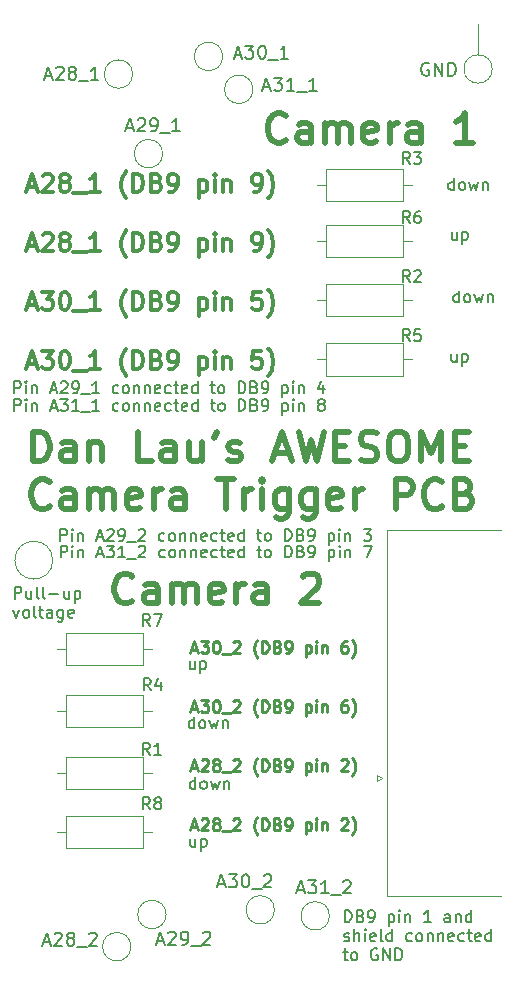
<source format=gto>
G04 #@! TF.GenerationSoftware,KiCad,Pcbnew,8.0.7*
G04 #@! TF.CreationDate,2025-01-01T11:42:11-05:00*
G04 #@! TF.ProjectId,LauCameraTrigger_MimasA7,4c617543-616d-4657-9261-547269676765,rev?*
G04 #@! TF.SameCoordinates,Original*
G04 #@! TF.FileFunction,Legend,Top*
G04 #@! TF.FilePolarity,Positive*
%FSLAX46Y46*%
G04 Gerber Fmt 4.6, Leading zero omitted, Abs format (unit mm)*
G04 Created by KiCad (PCBNEW 8.0.7) date 2025-01-01 11:42:11*
%MOMM*%
%LPD*%
G01*
G04 APERTURE LIST*
%ADD10C,0.150000*%
%ADD11C,0.100000*%
%ADD12C,0.200000*%
%ADD13C,0.500000*%
%ADD14C,0.250000*%
%ADD15C,0.300000*%
%ADD16C,0.120000*%
G04 APERTURE END LIST*
D10*
X79336779Y-130649931D02*
X79336779Y-129649931D01*
X79336779Y-129649931D02*
X79574874Y-129649931D01*
X79574874Y-129649931D02*
X79717731Y-129697550D01*
X79717731Y-129697550D02*
X79812969Y-129792788D01*
X79812969Y-129792788D02*
X79860588Y-129888026D01*
X79860588Y-129888026D02*
X79908207Y-130078502D01*
X79908207Y-130078502D02*
X79908207Y-130221359D01*
X79908207Y-130221359D02*
X79860588Y-130411835D01*
X79860588Y-130411835D02*
X79812969Y-130507073D01*
X79812969Y-130507073D02*
X79717731Y-130602312D01*
X79717731Y-130602312D02*
X79574874Y-130649931D01*
X79574874Y-130649931D02*
X79336779Y-130649931D01*
X80670112Y-130126121D02*
X80812969Y-130173740D01*
X80812969Y-130173740D02*
X80860588Y-130221359D01*
X80860588Y-130221359D02*
X80908207Y-130316597D01*
X80908207Y-130316597D02*
X80908207Y-130459454D01*
X80908207Y-130459454D02*
X80860588Y-130554692D01*
X80860588Y-130554692D02*
X80812969Y-130602312D01*
X80812969Y-130602312D02*
X80717731Y-130649931D01*
X80717731Y-130649931D02*
X80336779Y-130649931D01*
X80336779Y-130649931D02*
X80336779Y-129649931D01*
X80336779Y-129649931D02*
X80670112Y-129649931D01*
X80670112Y-129649931D02*
X80765350Y-129697550D01*
X80765350Y-129697550D02*
X80812969Y-129745169D01*
X80812969Y-129745169D02*
X80860588Y-129840407D01*
X80860588Y-129840407D02*
X80860588Y-129935645D01*
X80860588Y-129935645D02*
X80812969Y-130030883D01*
X80812969Y-130030883D02*
X80765350Y-130078502D01*
X80765350Y-130078502D02*
X80670112Y-130126121D01*
X80670112Y-130126121D02*
X80336779Y-130126121D01*
X81384398Y-130649931D02*
X81574874Y-130649931D01*
X81574874Y-130649931D02*
X81670112Y-130602312D01*
X81670112Y-130602312D02*
X81717731Y-130554692D01*
X81717731Y-130554692D02*
X81812969Y-130411835D01*
X81812969Y-130411835D02*
X81860588Y-130221359D01*
X81860588Y-130221359D02*
X81860588Y-129840407D01*
X81860588Y-129840407D02*
X81812969Y-129745169D01*
X81812969Y-129745169D02*
X81765350Y-129697550D01*
X81765350Y-129697550D02*
X81670112Y-129649931D01*
X81670112Y-129649931D02*
X81479636Y-129649931D01*
X81479636Y-129649931D02*
X81384398Y-129697550D01*
X81384398Y-129697550D02*
X81336779Y-129745169D01*
X81336779Y-129745169D02*
X81289160Y-129840407D01*
X81289160Y-129840407D02*
X81289160Y-130078502D01*
X81289160Y-130078502D02*
X81336779Y-130173740D01*
X81336779Y-130173740D02*
X81384398Y-130221359D01*
X81384398Y-130221359D02*
X81479636Y-130268978D01*
X81479636Y-130268978D02*
X81670112Y-130268978D01*
X81670112Y-130268978D02*
X81765350Y-130221359D01*
X81765350Y-130221359D02*
X81812969Y-130173740D01*
X81812969Y-130173740D02*
X81860588Y-130078502D01*
X83051065Y-129983264D02*
X83051065Y-130983264D01*
X83051065Y-130030883D02*
X83146303Y-129983264D01*
X83146303Y-129983264D02*
X83336779Y-129983264D01*
X83336779Y-129983264D02*
X83432017Y-130030883D01*
X83432017Y-130030883D02*
X83479636Y-130078502D01*
X83479636Y-130078502D02*
X83527255Y-130173740D01*
X83527255Y-130173740D02*
X83527255Y-130459454D01*
X83527255Y-130459454D02*
X83479636Y-130554692D01*
X83479636Y-130554692D02*
X83432017Y-130602312D01*
X83432017Y-130602312D02*
X83336779Y-130649931D01*
X83336779Y-130649931D02*
X83146303Y-130649931D01*
X83146303Y-130649931D02*
X83051065Y-130602312D01*
X83955827Y-130649931D02*
X83955827Y-129983264D01*
X83955827Y-129649931D02*
X83908208Y-129697550D01*
X83908208Y-129697550D02*
X83955827Y-129745169D01*
X83955827Y-129745169D02*
X84003446Y-129697550D01*
X84003446Y-129697550D02*
X83955827Y-129649931D01*
X83955827Y-129649931D02*
X83955827Y-129745169D01*
X84432017Y-129983264D02*
X84432017Y-130649931D01*
X84432017Y-130078502D02*
X84479636Y-130030883D01*
X84479636Y-130030883D02*
X84574874Y-129983264D01*
X84574874Y-129983264D02*
X84717731Y-129983264D01*
X84717731Y-129983264D02*
X84812969Y-130030883D01*
X84812969Y-130030883D02*
X84860588Y-130126121D01*
X84860588Y-130126121D02*
X84860588Y-130649931D01*
X86622493Y-130649931D02*
X86051065Y-130649931D01*
X86336779Y-130649931D02*
X86336779Y-129649931D01*
X86336779Y-129649931D02*
X86241541Y-129792788D01*
X86241541Y-129792788D02*
X86146303Y-129888026D01*
X86146303Y-129888026D02*
X86051065Y-129935645D01*
X88241541Y-130649931D02*
X88241541Y-130126121D01*
X88241541Y-130126121D02*
X88193922Y-130030883D01*
X88193922Y-130030883D02*
X88098684Y-129983264D01*
X88098684Y-129983264D02*
X87908208Y-129983264D01*
X87908208Y-129983264D02*
X87812970Y-130030883D01*
X88241541Y-130602312D02*
X88146303Y-130649931D01*
X88146303Y-130649931D02*
X87908208Y-130649931D01*
X87908208Y-130649931D02*
X87812970Y-130602312D01*
X87812970Y-130602312D02*
X87765351Y-130507073D01*
X87765351Y-130507073D02*
X87765351Y-130411835D01*
X87765351Y-130411835D02*
X87812970Y-130316597D01*
X87812970Y-130316597D02*
X87908208Y-130268978D01*
X87908208Y-130268978D02*
X88146303Y-130268978D01*
X88146303Y-130268978D02*
X88241541Y-130221359D01*
X88717732Y-129983264D02*
X88717732Y-130649931D01*
X88717732Y-130078502D02*
X88765351Y-130030883D01*
X88765351Y-130030883D02*
X88860589Y-129983264D01*
X88860589Y-129983264D02*
X89003446Y-129983264D01*
X89003446Y-129983264D02*
X89098684Y-130030883D01*
X89098684Y-130030883D02*
X89146303Y-130126121D01*
X89146303Y-130126121D02*
X89146303Y-130649931D01*
X90051065Y-130649931D02*
X90051065Y-129649931D01*
X90051065Y-130602312D02*
X89955827Y-130649931D01*
X89955827Y-130649931D02*
X89765351Y-130649931D01*
X89765351Y-130649931D02*
X89670113Y-130602312D01*
X89670113Y-130602312D02*
X89622494Y-130554692D01*
X89622494Y-130554692D02*
X89574875Y-130459454D01*
X89574875Y-130459454D02*
X89574875Y-130173740D01*
X89574875Y-130173740D02*
X89622494Y-130078502D01*
X89622494Y-130078502D02*
X89670113Y-130030883D01*
X89670113Y-130030883D02*
X89765351Y-129983264D01*
X89765351Y-129983264D02*
X89955827Y-129983264D01*
X89955827Y-129983264D02*
X90051065Y-130030883D01*
X79289160Y-132212256D02*
X79384398Y-132259875D01*
X79384398Y-132259875D02*
X79574874Y-132259875D01*
X79574874Y-132259875D02*
X79670112Y-132212256D01*
X79670112Y-132212256D02*
X79717731Y-132117017D01*
X79717731Y-132117017D02*
X79717731Y-132069398D01*
X79717731Y-132069398D02*
X79670112Y-131974160D01*
X79670112Y-131974160D02*
X79574874Y-131926541D01*
X79574874Y-131926541D02*
X79432017Y-131926541D01*
X79432017Y-131926541D02*
X79336779Y-131878922D01*
X79336779Y-131878922D02*
X79289160Y-131783684D01*
X79289160Y-131783684D02*
X79289160Y-131736065D01*
X79289160Y-131736065D02*
X79336779Y-131640827D01*
X79336779Y-131640827D02*
X79432017Y-131593208D01*
X79432017Y-131593208D02*
X79574874Y-131593208D01*
X79574874Y-131593208D02*
X79670112Y-131640827D01*
X80146303Y-132259875D02*
X80146303Y-131259875D01*
X80574874Y-132259875D02*
X80574874Y-131736065D01*
X80574874Y-131736065D02*
X80527255Y-131640827D01*
X80527255Y-131640827D02*
X80432017Y-131593208D01*
X80432017Y-131593208D02*
X80289160Y-131593208D01*
X80289160Y-131593208D02*
X80193922Y-131640827D01*
X80193922Y-131640827D02*
X80146303Y-131688446D01*
X81051065Y-132259875D02*
X81051065Y-131593208D01*
X81051065Y-131259875D02*
X81003446Y-131307494D01*
X81003446Y-131307494D02*
X81051065Y-131355113D01*
X81051065Y-131355113D02*
X81098684Y-131307494D01*
X81098684Y-131307494D02*
X81051065Y-131259875D01*
X81051065Y-131259875D02*
X81051065Y-131355113D01*
X81908207Y-132212256D02*
X81812969Y-132259875D01*
X81812969Y-132259875D02*
X81622493Y-132259875D01*
X81622493Y-132259875D02*
X81527255Y-132212256D01*
X81527255Y-132212256D02*
X81479636Y-132117017D01*
X81479636Y-132117017D02*
X81479636Y-131736065D01*
X81479636Y-131736065D02*
X81527255Y-131640827D01*
X81527255Y-131640827D02*
X81622493Y-131593208D01*
X81622493Y-131593208D02*
X81812969Y-131593208D01*
X81812969Y-131593208D02*
X81908207Y-131640827D01*
X81908207Y-131640827D02*
X81955826Y-131736065D01*
X81955826Y-131736065D02*
X81955826Y-131831303D01*
X81955826Y-131831303D02*
X81479636Y-131926541D01*
X82527255Y-132259875D02*
X82432017Y-132212256D01*
X82432017Y-132212256D02*
X82384398Y-132117017D01*
X82384398Y-132117017D02*
X82384398Y-131259875D01*
X83336779Y-132259875D02*
X83336779Y-131259875D01*
X83336779Y-132212256D02*
X83241541Y-132259875D01*
X83241541Y-132259875D02*
X83051065Y-132259875D01*
X83051065Y-132259875D02*
X82955827Y-132212256D01*
X82955827Y-132212256D02*
X82908208Y-132164636D01*
X82908208Y-132164636D02*
X82860589Y-132069398D01*
X82860589Y-132069398D02*
X82860589Y-131783684D01*
X82860589Y-131783684D02*
X82908208Y-131688446D01*
X82908208Y-131688446D02*
X82955827Y-131640827D01*
X82955827Y-131640827D02*
X83051065Y-131593208D01*
X83051065Y-131593208D02*
X83241541Y-131593208D01*
X83241541Y-131593208D02*
X83336779Y-131640827D01*
X85003446Y-132212256D02*
X84908208Y-132259875D01*
X84908208Y-132259875D02*
X84717732Y-132259875D01*
X84717732Y-132259875D02*
X84622494Y-132212256D01*
X84622494Y-132212256D02*
X84574875Y-132164636D01*
X84574875Y-132164636D02*
X84527256Y-132069398D01*
X84527256Y-132069398D02*
X84527256Y-131783684D01*
X84527256Y-131783684D02*
X84574875Y-131688446D01*
X84574875Y-131688446D02*
X84622494Y-131640827D01*
X84622494Y-131640827D02*
X84717732Y-131593208D01*
X84717732Y-131593208D02*
X84908208Y-131593208D01*
X84908208Y-131593208D02*
X85003446Y-131640827D01*
X85574875Y-132259875D02*
X85479637Y-132212256D01*
X85479637Y-132212256D02*
X85432018Y-132164636D01*
X85432018Y-132164636D02*
X85384399Y-132069398D01*
X85384399Y-132069398D02*
X85384399Y-131783684D01*
X85384399Y-131783684D02*
X85432018Y-131688446D01*
X85432018Y-131688446D02*
X85479637Y-131640827D01*
X85479637Y-131640827D02*
X85574875Y-131593208D01*
X85574875Y-131593208D02*
X85717732Y-131593208D01*
X85717732Y-131593208D02*
X85812970Y-131640827D01*
X85812970Y-131640827D02*
X85860589Y-131688446D01*
X85860589Y-131688446D02*
X85908208Y-131783684D01*
X85908208Y-131783684D02*
X85908208Y-132069398D01*
X85908208Y-132069398D02*
X85860589Y-132164636D01*
X85860589Y-132164636D02*
X85812970Y-132212256D01*
X85812970Y-132212256D02*
X85717732Y-132259875D01*
X85717732Y-132259875D02*
X85574875Y-132259875D01*
X86336780Y-131593208D02*
X86336780Y-132259875D01*
X86336780Y-131688446D02*
X86384399Y-131640827D01*
X86384399Y-131640827D02*
X86479637Y-131593208D01*
X86479637Y-131593208D02*
X86622494Y-131593208D01*
X86622494Y-131593208D02*
X86717732Y-131640827D01*
X86717732Y-131640827D02*
X86765351Y-131736065D01*
X86765351Y-131736065D02*
X86765351Y-132259875D01*
X87241542Y-131593208D02*
X87241542Y-132259875D01*
X87241542Y-131688446D02*
X87289161Y-131640827D01*
X87289161Y-131640827D02*
X87384399Y-131593208D01*
X87384399Y-131593208D02*
X87527256Y-131593208D01*
X87527256Y-131593208D02*
X87622494Y-131640827D01*
X87622494Y-131640827D02*
X87670113Y-131736065D01*
X87670113Y-131736065D02*
X87670113Y-132259875D01*
X88527256Y-132212256D02*
X88432018Y-132259875D01*
X88432018Y-132259875D02*
X88241542Y-132259875D01*
X88241542Y-132259875D02*
X88146304Y-132212256D01*
X88146304Y-132212256D02*
X88098685Y-132117017D01*
X88098685Y-132117017D02*
X88098685Y-131736065D01*
X88098685Y-131736065D02*
X88146304Y-131640827D01*
X88146304Y-131640827D02*
X88241542Y-131593208D01*
X88241542Y-131593208D02*
X88432018Y-131593208D01*
X88432018Y-131593208D02*
X88527256Y-131640827D01*
X88527256Y-131640827D02*
X88574875Y-131736065D01*
X88574875Y-131736065D02*
X88574875Y-131831303D01*
X88574875Y-131831303D02*
X88098685Y-131926541D01*
X89432018Y-132212256D02*
X89336780Y-132259875D01*
X89336780Y-132259875D02*
X89146304Y-132259875D01*
X89146304Y-132259875D02*
X89051066Y-132212256D01*
X89051066Y-132212256D02*
X89003447Y-132164636D01*
X89003447Y-132164636D02*
X88955828Y-132069398D01*
X88955828Y-132069398D02*
X88955828Y-131783684D01*
X88955828Y-131783684D02*
X89003447Y-131688446D01*
X89003447Y-131688446D02*
X89051066Y-131640827D01*
X89051066Y-131640827D02*
X89146304Y-131593208D01*
X89146304Y-131593208D02*
X89336780Y-131593208D01*
X89336780Y-131593208D02*
X89432018Y-131640827D01*
X89717733Y-131593208D02*
X90098685Y-131593208D01*
X89860590Y-131259875D02*
X89860590Y-132117017D01*
X89860590Y-132117017D02*
X89908209Y-132212256D01*
X89908209Y-132212256D02*
X90003447Y-132259875D01*
X90003447Y-132259875D02*
X90098685Y-132259875D01*
X90812971Y-132212256D02*
X90717733Y-132259875D01*
X90717733Y-132259875D02*
X90527257Y-132259875D01*
X90527257Y-132259875D02*
X90432019Y-132212256D01*
X90432019Y-132212256D02*
X90384400Y-132117017D01*
X90384400Y-132117017D02*
X90384400Y-131736065D01*
X90384400Y-131736065D02*
X90432019Y-131640827D01*
X90432019Y-131640827D02*
X90527257Y-131593208D01*
X90527257Y-131593208D02*
X90717733Y-131593208D01*
X90717733Y-131593208D02*
X90812971Y-131640827D01*
X90812971Y-131640827D02*
X90860590Y-131736065D01*
X90860590Y-131736065D02*
X90860590Y-131831303D01*
X90860590Y-131831303D02*
X90384400Y-131926541D01*
X91717733Y-132259875D02*
X91717733Y-131259875D01*
X91717733Y-132212256D02*
X91622495Y-132259875D01*
X91622495Y-132259875D02*
X91432019Y-132259875D01*
X91432019Y-132259875D02*
X91336781Y-132212256D01*
X91336781Y-132212256D02*
X91289162Y-132164636D01*
X91289162Y-132164636D02*
X91241543Y-132069398D01*
X91241543Y-132069398D02*
X91241543Y-131783684D01*
X91241543Y-131783684D02*
X91289162Y-131688446D01*
X91289162Y-131688446D02*
X91336781Y-131640827D01*
X91336781Y-131640827D02*
X91432019Y-131593208D01*
X91432019Y-131593208D02*
X91622495Y-131593208D01*
X91622495Y-131593208D02*
X91717733Y-131640827D01*
X79193922Y-133203152D02*
X79574874Y-133203152D01*
X79336779Y-132869819D02*
X79336779Y-133726961D01*
X79336779Y-133726961D02*
X79384398Y-133822200D01*
X79384398Y-133822200D02*
X79479636Y-133869819D01*
X79479636Y-133869819D02*
X79574874Y-133869819D01*
X80051065Y-133869819D02*
X79955827Y-133822200D01*
X79955827Y-133822200D02*
X79908208Y-133774580D01*
X79908208Y-133774580D02*
X79860589Y-133679342D01*
X79860589Y-133679342D02*
X79860589Y-133393628D01*
X79860589Y-133393628D02*
X79908208Y-133298390D01*
X79908208Y-133298390D02*
X79955827Y-133250771D01*
X79955827Y-133250771D02*
X80051065Y-133203152D01*
X80051065Y-133203152D02*
X80193922Y-133203152D01*
X80193922Y-133203152D02*
X80289160Y-133250771D01*
X80289160Y-133250771D02*
X80336779Y-133298390D01*
X80336779Y-133298390D02*
X80384398Y-133393628D01*
X80384398Y-133393628D02*
X80384398Y-133679342D01*
X80384398Y-133679342D02*
X80336779Y-133774580D01*
X80336779Y-133774580D02*
X80289160Y-133822200D01*
X80289160Y-133822200D02*
X80193922Y-133869819D01*
X80193922Y-133869819D02*
X80051065Y-133869819D01*
X82098684Y-132917438D02*
X82003446Y-132869819D01*
X82003446Y-132869819D02*
X81860589Y-132869819D01*
X81860589Y-132869819D02*
X81717732Y-132917438D01*
X81717732Y-132917438D02*
X81622494Y-133012676D01*
X81622494Y-133012676D02*
X81574875Y-133107914D01*
X81574875Y-133107914D02*
X81527256Y-133298390D01*
X81527256Y-133298390D02*
X81527256Y-133441247D01*
X81527256Y-133441247D02*
X81574875Y-133631723D01*
X81574875Y-133631723D02*
X81622494Y-133726961D01*
X81622494Y-133726961D02*
X81717732Y-133822200D01*
X81717732Y-133822200D02*
X81860589Y-133869819D01*
X81860589Y-133869819D02*
X81955827Y-133869819D01*
X81955827Y-133869819D02*
X82098684Y-133822200D01*
X82098684Y-133822200D02*
X82146303Y-133774580D01*
X82146303Y-133774580D02*
X82146303Y-133441247D01*
X82146303Y-133441247D02*
X81955827Y-133441247D01*
X82574875Y-133869819D02*
X82574875Y-132869819D01*
X82574875Y-132869819D02*
X83146303Y-133869819D01*
X83146303Y-133869819D02*
X83146303Y-132869819D01*
X83622494Y-133869819D02*
X83622494Y-132869819D01*
X83622494Y-132869819D02*
X83860589Y-132869819D01*
X83860589Y-132869819D02*
X84003446Y-132917438D01*
X84003446Y-132917438D02*
X84098684Y-133012676D01*
X84098684Y-133012676D02*
X84146303Y-133107914D01*
X84146303Y-133107914D02*
X84193922Y-133298390D01*
X84193922Y-133298390D02*
X84193922Y-133441247D01*
X84193922Y-133441247D02*
X84146303Y-133631723D01*
X84146303Y-133631723D02*
X84098684Y-133726961D01*
X84098684Y-133726961D02*
X84003446Y-133822200D01*
X84003446Y-133822200D02*
X83860589Y-133869819D01*
X83860589Y-133869819D02*
X83622494Y-133869819D01*
X55266752Y-99764779D02*
X55266752Y-98764779D01*
X55266752Y-98764779D02*
X55647704Y-98764779D01*
X55647704Y-98764779D02*
X55742942Y-98812398D01*
X55742942Y-98812398D02*
X55790561Y-98860017D01*
X55790561Y-98860017D02*
X55838180Y-98955255D01*
X55838180Y-98955255D02*
X55838180Y-99098112D01*
X55838180Y-99098112D02*
X55790561Y-99193350D01*
X55790561Y-99193350D02*
X55742942Y-99240969D01*
X55742942Y-99240969D02*
X55647704Y-99288588D01*
X55647704Y-99288588D02*
X55266752Y-99288588D01*
X56266752Y-99764779D02*
X56266752Y-99098112D01*
X56266752Y-98764779D02*
X56219133Y-98812398D01*
X56219133Y-98812398D02*
X56266752Y-98860017D01*
X56266752Y-98860017D02*
X56314371Y-98812398D01*
X56314371Y-98812398D02*
X56266752Y-98764779D01*
X56266752Y-98764779D02*
X56266752Y-98860017D01*
X56742942Y-99098112D02*
X56742942Y-99764779D01*
X56742942Y-99193350D02*
X56790561Y-99145731D01*
X56790561Y-99145731D02*
X56885799Y-99098112D01*
X56885799Y-99098112D02*
X57028656Y-99098112D01*
X57028656Y-99098112D02*
X57123894Y-99145731D01*
X57123894Y-99145731D02*
X57171513Y-99240969D01*
X57171513Y-99240969D02*
X57171513Y-99764779D01*
X58361990Y-99479064D02*
X58838180Y-99479064D01*
X58266752Y-99764779D02*
X58600085Y-98764779D01*
X58600085Y-98764779D02*
X58933418Y-99764779D01*
X59171514Y-98764779D02*
X59790561Y-98764779D01*
X59790561Y-98764779D02*
X59457228Y-99145731D01*
X59457228Y-99145731D02*
X59600085Y-99145731D01*
X59600085Y-99145731D02*
X59695323Y-99193350D01*
X59695323Y-99193350D02*
X59742942Y-99240969D01*
X59742942Y-99240969D02*
X59790561Y-99336207D01*
X59790561Y-99336207D02*
X59790561Y-99574302D01*
X59790561Y-99574302D02*
X59742942Y-99669540D01*
X59742942Y-99669540D02*
X59695323Y-99717160D01*
X59695323Y-99717160D02*
X59600085Y-99764779D01*
X59600085Y-99764779D02*
X59314371Y-99764779D01*
X59314371Y-99764779D02*
X59219133Y-99717160D01*
X59219133Y-99717160D02*
X59171514Y-99669540D01*
X60742942Y-99764779D02*
X60171514Y-99764779D01*
X60457228Y-99764779D02*
X60457228Y-98764779D01*
X60457228Y-98764779D02*
X60361990Y-98907636D01*
X60361990Y-98907636D02*
X60266752Y-99002874D01*
X60266752Y-99002874D02*
X60171514Y-99050493D01*
X60933419Y-99860017D02*
X61695323Y-99860017D01*
X61885800Y-98860017D02*
X61933419Y-98812398D01*
X61933419Y-98812398D02*
X62028657Y-98764779D01*
X62028657Y-98764779D02*
X62266752Y-98764779D01*
X62266752Y-98764779D02*
X62361990Y-98812398D01*
X62361990Y-98812398D02*
X62409609Y-98860017D01*
X62409609Y-98860017D02*
X62457228Y-98955255D01*
X62457228Y-98955255D02*
X62457228Y-99050493D01*
X62457228Y-99050493D02*
X62409609Y-99193350D01*
X62409609Y-99193350D02*
X61838181Y-99764779D01*
X61838181Y-99764779D02*
X62457228Y-99764779D01*
X64076276Y-99717160D02*
X63981038Y-99764779D01*
X63981038Y-99764779D02*
X63790562Y-99764779D01*
X63790562Y-99764779D02*
X63695324Y-99717160D01*
X63695324Y-99717160D02*
X63647705Y-99669540D01*
X63647705Y-99669540D02*
X63600086Y-99574302D01*
X63600086Y-99574302D02*
X63600086Y-99288588D01*
X63600086Y-99288588D02*
X63647705Y-99193350D01*
X63647705Y-99193350D02*
X63695324Y-99145731D01*
X63695324Y-99145731D02*
X63790562Y-99098112D01*
X63790562Y-99098112D02*
X63981038Y-99098112D01*
X63981038Y-99098112D02*
X64076276Y-99145731D01*
X64647705Y-99764779D02*
X64552467Y-99717160D01*
X64552467Y-99717160D02*
X64504848Y-99669540D01*
X64504848Y-99669540D02*
X64457229Y-99574302D01*
X64457229Y-99574302D02*
X64457229Y-99288588D01*
X64457229Y-99288588D02*
X64504848Y-99193350D01*
X64504848Y-99193350D02*
X64552467Y-99145731D01*
X64552467Y-99145731D02*
X64647705Y-99098112D01*
X64647705Y-99098112D02*
X64790562Y-99098112D01*
X64790562Y-99098112D02*
X64885800Y-99145731D01*
X64885800Y-99145731D02*
X64933419Y-99193350D01*
X64933419Y-99193350D02*
X64981038Y-99288588D01*
X64981038Y-99288588D02*
X64981038Y-99574302D01*
X64981038Y-99574302D02*
X64933419Y-99669540D01*
X64933419Y-99669540D02*
X64885800Y-99717160D01*
X64885800Y-99717160D02*
X64790562Y-99764779D01*
X64790562Y-99764779D02*
X64647705Y-99764779D01*
X65409610Y-99098112D02*
X65409610Y-99764779D01*
X65409610Y-99193350D02*
X65457229Y-99145731D01*
X65457229Y-99145731D02*
X65552467Y-99098112D01*
X65552467Y-99098112D02*
X65695324Y-99098112D01*
X65695324Y-99098112D02*
X65790562Y-99145731D01*
X65790562Y-99145731D02*
X65838181Y-99240969D01*
X65838181Y-99240969D02*
X65838181Y-99764779D01*
X66314372Y-99098112D02*
X66314372Y-99764779D01*
X66314372Y-99193350D02*
X66361991Y-99145731D01*
X66361991Y-99145731D02*
X66457229Y-99098112D01*
X66457229Y-99098112D02*
X66600086Y-99098112D01*
X66600086Y-99098112D02*
X66695324Y-99145731D01*
X66695324Y-99145731D02*
X66742943Y-99240969D01*
X66742943Y-99240969D02*
X66742943Y-99764779D01*
X67600086Y-99717160D02*
X67504848Y-99764779D01*
X67504848Y-99764779D02*
X67314372Y-99764779D01*
X67314372Y-99764779D02*
X67219134Y-99717160D01*
X67219134Y-99717160D02*
X67171515Y-99621921D01*
X67171515Y-99621921D02*
X67171515Y-99240969D01*
X67171515Y-99240969D02*
X67219134Y-99145731D01*
X67219134Y-99145731D02*
X67314372Y-99098112D01*
X67314372Y-99098112D02*
X67504848Y-99098112D01*
X67504848Y-99098112D02*
X67600086Y-99145731D01*
X67600086Y-99145731D02*
X67647705Y-99240969D01*
X67647705Y-99240969D02*
X67647705Y-99336207D01*
X67647705Y-99336207D02*
X67171515Y-99431445D01*
X68504848Y-99717160D02*
X68409610Y-99764779D01*
X68409610Y-99764779D02*
X68219134Y-99764779D01*
X68219134Y-99764779D02*
X68123896Y-99717160D01*
X68123896Y-99717160D02*
X68076277Y-99669540D01*
X68076277Y-99669540D02*
X68028658Y-99574302D01*
X68028658Y-99574302D02*
X68028658Y-99288588D01*
X68028658Y-99288588D02*
X68076277Y-99193350D01*
X68076277Y-99193350D02*
X68123896Y-99145731D01*
X68123896Y-99145731D02*
X68219134Y-99098112D01*
X68219134Y-99098112D02*
X68409610Y-99098112D01*
X68409610Y-99098112D02*
X68504848Y-99145731D01*
X68790563Y-99098112D02*
X69171515Y-99098112D01*
X68933420Y-98764779D02*
X68933420Y-99621921D01*
X68933420Y-99621921D02*
X68981039Y-99717160D01*
X68981039Y-99717160D02*
X69076277Y-99764779D01*
X69076277Y-99764779D02*
X69171515Y-99764779D01*
X69885801Y-99717160D02*
X69790563Y-99764779D01*
X69790563Y-99764779D02*
X69600087Y-99764779D01*
X69600087Y-99764779D02*
X69504849Y-99717160D01*
X69504849Y-99717160D02*
X69457230Y-99621921D01*
X69457230Y-99621921D02*
X69457230Y-99240969D01*
X69457230Y-99240969D02*
X69504849Y-99145731D01*
X69504849Y-99145731D02*
X69600087Y-99098112D01*
X69600087Y-99098112D02*
X69790563Y-99098112D01*
X69790563Y-99098112D02*
X69885801Y-99145731D01*
X69885801Y-99145731D02*
X69933420Y-99240969D01*
X69933420Y-99240969D02*
X69933420Y-99336207D01*
X69933420Y-99336207D02*
X69457230Y-99431445D01*
X70790563Y-99764779D02*
X70790563Y-98764779D01*
X70790563Y-99717160D02*
X70695325Y-99764779D01*
X70695325Y-99764779D02*
X70504849Y-99764779D01*
X70504849Y-99764779D02*
X70409611Y-99717160D01*
X70409611Y-99717160D02*
X70361992Y-99669540D01*
X70361992Y-99669540D02*
X70314373Y-99574302D01*
X70314373Y-99574302D02*
X70314373Y-99288588D01*
X70314373Y-99288588D02*
X70361992Y-99193350D01*
X70361992Y-99193350D02*
X70409611Y-99145731D01*
X70409611Y-99145731D02*
X70504849Y-99098112D01*
X70504849Y-99098112D02*
X70695325Y-99098112D01*
X70695325Y-99098112D02*
X70790563Y-99145731D01*
X71885802Y-99098112D02*
X72266754Y-99098112D01*
X72028659Y-98764779D02*
X72028659Y-99621921D01*
X72028659Y-99621921D02*
X72076278Y-99717160D01*
X72076278Y-99717160D02*
X72171516Y-99764779D01*
X72171516Y-99764779D02*
X72266754Y-99764779D01*
X72742945Y-99764779D02*
X72647707Y-99717160D01*
X72647707Y-99717160D02*
X72600088Y-99669540D01*
X72600088Y-99669540D02*
X72552469Y-99574302D01*
X72552469Y-99574302D02*
X72552469Y-99288588D01*
X72552469Y-99288588D02*
X72600088Y-99193350D01*
X72600088Y-99193350D02*
X72647707Y-99145731D01*
X72647707Y-99145731D02*
X72742945Y-99098112D01*
X72742945Y-99098112D02*
X72885802Y-99098112D01*
X72885802Y-99098112D02*
X72981040Y-99145731D01*
X72981040Y-99145731D02*
X73028659Y-99193350D01*
X73028659Y-99193350D02*
X73076278Y-99288588D01*
X73076278Y-99288588D02*
X73076278Y-99574302D01*
X73076278Y-99574302D02*
X73028659Y-99669540D01*
X73028659Y-99669540D02*
X72981040Y-99717160D01*
X72981040Y-99717160D02*
X72885802Y-99764779D01*
X72885802Y-99764779D02*
X72742945Y-99764779D01*
X74266755Y-99764779D02*
X74266755Y-98764779D01*
X74266755Y-98764779D02*
X74504850Y-98764779D01*
X74504850Y-98764779D02*
X74647707Y-98812398D01*
X74647707Y-98812398D02*
X74742945Y-98907636D01*
X74742945Y-98907636D02*
X74790564Y-99002874D01*
X74790564Y-99002874D02*
X74838183Y-99193350D01*
X74838183Y-99193350D02*
X74838183Y-99336207D01*
X74838183Y-99336207D02*
X74790564Y-99526683D01*
X74790564Y-99526683D02*
X74742945Y-99621921D01*
X74742945Y-99621921D02*
X74647707Y-99717160D01*
X74647707Y-99717160D02*
X74504850Y-99764779D01*
X74504850Y-99764779D02*
X74266755Y-99764779D01*
X75600088Y-99240969D02*
X75742945Y-99288588D01*
X75742945Y-99288588D02*
X75790564Y-99336207D01*
X75790564Y-99336207D02*
X75838183Y-99431445D01*
X75838183Y-99431445D02*
X75838183Y-99574302D01*
X75838183Y-99574302D02*
X75790564Y-99669540D01*
X75790564Y-99669540D02*
X75742945Y-99717160D01*
X75742945Y-99717160D02*
X75647707Y-99764779D01*
X75647707Y-99764779D02*
X75266755Y-99764779D01*
X75266755Y-99764779D02*
X75266755Y-98764779D01*
X75266755Y-98764779D02*
X75600088Y-98764779D01*
X75600088Y-98764779D02*
X75695326Y-98812398D01*
X75695326Y-98812398D02*
X75742945Y-98860017D01*
X75742945Y-98860017D02*
X75790564Y-98955255D01*
X75790564Y-98955255D02*
X75790564Y-99050493D01*
X75790564Y-99050493D02*
X75742945Y-99145731D01*
X75742945Y-99145731D02*
X75695326Y-99193350D01*
X75695326Y-99193350D02*
X75600088Y-99240969D01*
X75600088Y-99240969D02*
X75266755Y-99240969D01*
X76314374Y-99764779D02*
X76504850Y-99764779D01*
X76504850Y-99764779D02*
X76600088Y-99717160D01*
X76600088Y-99717160D02*
X76647707Y-99669540D01*
X76647707Y-99669540D02*
X76742945Y-99526683D01*
X76742945Y-99526683D02*
X76790564Y-99336207D01*
X76790564Y-99336207D02*
X76790564Y-98955255D01*
X76790564Y-98955255D02*
X76742945Y-98860017D01*
X76742945Y-98860017D02*
X76695326Y-98812398D01*
X76695326Y-98812398D02*
X76600088Y-98764779D01*
X76600088Y-98764779D02*
X76409612Y-98764779D01*
X76409612Y-98764779D02*
X76314374Y-98812398D01*
X76314374Y-98812398D02*
X76266755Y-98860017D01*
X76266755Y-98860017D02*
X76219136Y-98955255D01*
X76219136Y-98955255D02*
X76219136Y-99193350D01*
X76219136Y-99193350D02*
X76266755Y-99288588D01*
X76266755Y-99288588D02*
X76314374Y-99336207D01*
X76314374Y-99336207D02*
X76409612Y-99383826D01*
X76409612Y-99383826D02*
X76600088Y-99383826D01*
X76600088Y-99383826D02*
X76695326Y-99336207D01*
X76695326Y-99336207D02*
X76742945Y-99288588D01*
X76742945Y-99288588D02*
X76790564Y-99193350D01*
X77981041Y-99098112D02*
X77981041Y-100098112D01*
X77981041Y-99145731D02*
X78076279Y-99098112D01*
X78076279Y-99098112D02*
X78266755Y-99098112D01*
X78266755Y-99098112D02*
X78361993Y-99145731D01*
X78361993Y-99145731D02*
X78409612Y-99193350D01*
X78409612Y-99193350D02*
X78457231Y-99288588D01*
X78457231Y-99288588D02*
X78457231Y-99574302D01*
X78457231Y-99574302D02*
X78409612Y-99669540D01*
X78409612Y-99669540D02*
X78361993Y-99717160D01*
X78361993Y-99717160D02*
X78266755Y-99764779D01*
X78266755Y-99764779D02*
X78076279Y-99764779D01*
X78076279Y-99764779D02*
X77981041Y-99717160D01*
X78885803Y-99764779D02*
X78885803Y-99098112D01*
X78885803Y-98764779D02*
X78838184Y-98812398D01*
X78838184Y-98812398D02*
X78885803Y-98860017D01*
X78885803Y-98860017D02*
X78933422Y-98812398D01*
X78933422Y-98812398D02*
X78885803Y-98764779D01*
X78885803Y-98764779D02*
X78885803Y-98860017D01*
X79361993Y-99098112D02*
X79361993Y-99764779D01*
X79361993Y-99193350D02*
X79409612Y-99145731D01*
X79409612Y-99145731D02*
X79504850Y-99098112D01*
X79504850Y-99098112D02*
X79647707Y-99098112D01*
X79647707Y-99098112D02*
X79742945Y-99145731D01*
X79742945Y-99145731D02*
X79790564Y-99240969D01*
X79790564Y-99240969D02*
X79790564Y-99764779D01*
X80933422Y-98764779D02*
X81600088Y-98764779D01*
X81600088Y-98764779D02*
X81171517Y-99764779D01*
X55249245Y-98364245D02*
X55249245Y-97364245D01*
X55249245Y-97364245D02*
X55630197Y-97364245D01*
X55630197Y-97364245D02*
X55725435Y-97411864D01*
X55725435Y-97411864D02*
X55773054Y-97459483D01*
X55773054Y-97459483D02*
X55820673Y-97554721D01*
X55820673Y-97554721D02*
X55820673Y-97697578D01*
X55820673Y-97697578D02*
X55773054Y-97792816D01*
X55773054Y-97792816D02*
X55725435Y-97840435D01*
X55725435Y-97840435D02*
X55630197Y-97888054D01*
X55630197Y-97888054D02*
X55249245Y-97888054D01*
X56249245Y-98364245D02*
X56249245Y-97697578D01*
X56249245Y-97364245D02*
X56201626Y-97411864D01*
X56201626Y-97411864D02*
X56249245Y-97459483D01*
X56249245Y-97459483D02*
X56296864Y-97411864D01*
X56296864Y-97411864D02*
X56249245Y-97364245D01*
X56249245Y-97364245D02*
X56249245Y-97459483D01*
X56725435Y-97697578D02*
X56725435Y-98364245D01*
X56725435Y-97792816D02*
X56773054Y-97745197D01*
X56773054Y-97745197D02*
X56868292Y-97697578D01*
X56868292Y-97697578D02*
X57011149Y-97697578D01*
X57011149Y-97697578D02*
X57106387Y-97745197D01*
X57106387Y-97745197D02*
X57154006Y-97840435D01*
X57154006Y-97840435D02*
X57154006Y-98364245D01*
X58344483Y-98078530D02*
X58820673Y-98078530D01*
X58249245Y-98364245D02*
X58582578Y-97364245D01*
X58582578Y-97364245D02*
X58915911Y-98364245D01*
X59201626Y-97459483D02*
X59249245Y-97411864D01*
X59249245Y-97411864D02*
X59344483Y-97364245D01*
X59344483Y-97364245D02*
X59582578Y-97364245D01*
X59582578Y-97364245D02*
X59677816Y-97411864D01*
X59677816Y-97411864D02*
X59725435Y-97459483D01*
X59725435Y-97459483D02*
X59773054Y-97554721D01*
X59773054Y-97554721D02*
X59773054Y-97649959D01*
X59773054Y-97649959D02*
X59725435Y-97792816D01*
X59725435Y-97792816D02*
X59154007Y-98364245D01*
X59154007Y-98364245D02*
X59773054Y-98364245D01*
X60249245Y-98364245D02*
X60439721Y-98364245D01*
X60439721Y-98364245D02*
X60534959Y-98316626D01*
X60534959Y-98316626D02*
X60582578Y-98269006D01*
X60582578Y-98269006D02*
X60677816Y-98126149D01*
X60677816Y-98126149D02*
X60725435Y-97935673D01*
X60725435Y-97935673D02*
X60725435Y-97554721D01*
X60725435Y-97554721D02*
X60677816Y-97459483D01*
X60677816Y-97459483D02*
X60630197Y-97411864D01*
X60630197Y-97411864D02*
X60534959Y-97364245D01*
X60534959Y-97364245D02*
X60344483Y-97364245D01*
X60344483Y-97364245D02*
X60249245Y-97411864D01*
X60249245Y-97411864D02*
X60201626Y-97459483D01*
X60201626Y-97459483D02*
X60154007Y-97554721D01*
X60154007Y-97554721D02*
X60154007Y-97792816D01*
X60154007Y-97792816D02*
X60201626Y-97888054D01*
X60201626Y-97888054D02*
X60249245Y-97935673D01*
X60249245Y-97935673D02*
X60344483Y-97983292D01*
X60344483Y-97983292D02*
X60534959Y-97983292D01*
X60534959Y-97983292D02*
X60630197Y-97935673D01*
X60630197Y-97935673D02*
X60677816Y-97888054D01*
X60677816Y-97888054D02*
X60725435Y-97792816D01*
X60915912Y-98459483D02*
X61677816Y-98459483D01*
X61868293Y-97459483D02*
X61915912Y-97411864D01*
X61915912Y-97411864D02*
X62011150Y-97364245D01*
X62011150Y-97364245D02*
X62249245Y-97364245D01*
X62249245Y-97364245D02*
X62344483Y-97411864D01*
X62344483Y-97411864D02*
X62392102Y-97459483D01*
X62392102Y-97459483D02*
X62439721Y-97554721D01*
X62439721Y-97554721D02*
X62439721Y-97649959D01*
X62439721Y-97649959D02*
X62392102Y-97792816D01*
X62392102Y-97792816D02*
X61820674Y-98364245D01*
X61820674Y-98364245D02*
X62439721Y-98364245D01*
X64058769Y-98316626D02*
X63963531Y-98364245D01*
X63963531Y-98364245D02*
X63773055Y-98364245D01*
X63773055Y-98364245D02*
X63677817Y-98316626D01*
X63677817Y-98316626D02*
X63630198Y-98269006D01*
X63630198Y-98269006D02*
X63582579Y-98173768D01*
X63582579Y-98173768D02*
X63582579Y-97888054D01*
X63582579Y-97888054D02*
X63630198Y-97792816D01*
X63630198Y-97792816D02*
X63677817Y-97745197D01*
X63677817Y-97745197D02*
X63773055Y-97697578D01*
X63773055Y-97697578D02*
X63963531Y-97697578D01*
X63963531Y-97697578D02*
X64058769Y-97745197D01*
X64630198Y-98364245D02*
X64534960Y-98316626D01*
X64534960Y-98316626D02*
X64487341Y-98269006D01*
X64487341Y-98269006D02*
X64439722Y-98173768D01*
X64439722Y-98173768D02*
X64439722Y-97888054D01*
X64439722Y-97888054D02*
X64487341Y-97792816D01*
X64487341Y-97792816D02*
X64534960Y-97745197D01*
X64534960Y-97745197D02*
X64630198Y-97697578D01*
X64630198Y-97697578D02*
X64773055Y-97697578D01*
X64773055Y-97697578D02*
X64868293Y-97745197D01*
X64868293Y-97745197D02*
X64915912Y-97792816D01*
X64915912Y-97792816D02*
X64963531Y-97888054D01*
X64963531Y-97888054D02*
X64963531Y-98173768D01*
X64963531Y-98173768D02*
X64915912Y-98269006D01*
X64915912Y-98269006D02*
X64868293Y-98316626D01*
X64868293Y-98316626D02*
X64773055Y-98364245D01*
X64773055Y-98364245D02*
X64630198Y-98364245D01*
X65392103Y-97697578D02*
X65392103Y-98364245D01*
X65392103Y-97792816D02*
X65439722Y-97745197D01*
X65439722Y-97745197D02*
X65534960Y-97697578D01*
X65534960Y-97697578D02*
X65677817Y-97697578D01*
X65677817Y-97697578D02*
X65773055Y-97745197D01*
X65773055Y-97745197D02*
X65820674Y-97840435D01*
X65820674Y-97840435D02*
X65820674Y-98364245D01*
X66296865Y-97697578D02*
X66296865Y-98364245D01*
X66296865Y-97792816D02*
X66344484Y-97745197D01*
X66344484Y-97745197D02*
X66439722Y-97697578D01*
X66439722Y-97697578D02*
X66582579Y-97697578D01*
X66582579Y-97697578D02*
X66677817Y-97745197D01*
X66677817Y-97745197D02*
X66725436Y-97840435D01*
X66725436Y-97840435D02*
X66725436Y-98364245D01*
X67582579Y-98316626D02*
X67487341Y-98364245D01*
X67487341Y-98364245D02*
X67296865Y-98364245D01*
X67296865Y-98364245D02*
X67201627Y-98316626D01*
X67201627Y-98316626D02*
X67154008Y-98221387D01*
X67154008Y-98221387D02*
X67154008Y-97840435D01*
X67154008Y-97840435D02*
X67201627Y-97745197D01*
X67201627Y-97745197D02*
X67296865Y-97697578D01*
X67296865Y-97697578D02*
X67487341Y-97697578D01*
X67487341Y-97697578D02*
X67582579Y-97745197D01*
X67582579Y-97745197D02*
X67630198Y-97840435D01*
X67630198Y-97840435D02*
X67630198Y-97935673D01*
X67630198Y-97935673D02*
X67154008Y-98030911D01*
X68487341Y-98316626D02*
X68392103Y-98364245D01*
X68392103Y-98364245D02*
X68201627Y-98364245D01*
X68201627Y-98364245D02*
X68106389Y-98316626D01*
X68106389Y-98316626D02*
X68058770Y-98269006D01*
X68058770Y-98269006D02*
X68011151Y-98173768D01*
X68011151Y-98173768D02*
X68011151Y-97888054D01*
X68011151Y-97888054D02*
X68058770Y-97792816D01*
X68058770Y-97792816D02*
X68106389Y-97745197D01*
X68106389Y-97745197D02*
X68201627Y-97697578D01*
X68201627Y-97697578D02*
X68392103Y-97697578D01*
X68392103Y-97697578D02*
X68487341Y-97745197D01*
X68773056Y-97697578D02*
X69154008Y-97697578D01*
X68915913Y-97364245D02*
X68915913Y-98221387D01*
X68915913Y-98221387D02*
X68963532Y-98316626D01*
X68963532Y-98316626D02*
X69058770Y-98364245D01*
X69058770Y-98364245D02*
X69154008Y-98364245D01*
X69868294Y-98316626D02*
X69773056Y-98364245D01*
X69773056Y-98364245D02*
X69582580Y-98364245D01*
X69582580Y-98364245D02*
X69487342Y-98316626D01*
X69487342Y-98316626D02*
X69439723Y-98221387D01*
X69439723Y-98221387D02*
X69439723Y-97840435D01*
X69439723Y-97840435D02*
X69487342Y-97745197D01*
X69487342Y-97745197D02*
X69582580Y-97697578D01*
X69582580Y-97697578D02*
X69773056Y-97697578D01*
X69773056Y-97697578D02*
X69868294Y-97745197D01*
X69868294Y-97745197D02*
X69915913Y-97840435D01*
X69915913Y-97840435D02*
X69915913Y-97935673D01*
X69915913Y-97935673D02*
X69439723Y-98030911D01*
X70773056Y-98364245D02*
X70773056Y-97364245D01*
X70773056Y-98316626D02*
X70677818Y-98364245D01*
X70677818Y-98364245D02*
X70487342Y-98364245D01*
X70487342Y-98364245D02*
X70392104Y-98316626D01*
X70392104Y-98316626D02*
X70344485Y-98269006D01*
X70344485Y-98269006D02*
X70296866Y-98173768D01*
X70296866Y-98173768D02*
X70296866Y-97888054D01*
X70296866Y-97888054D02*
X70344485Y-97792816D01*
X70344485Y-97792816D02*
X70392104Y-97745197D01*
X70392104Y-97745197D02*
X70487342Y-97697578D01*
X70487342Y-97697578D02*
X70677818Y-97697578D01*
X70677818Y-97697578D02*
X70773056Y-97745197D01*
X71868295Y-97697578D02*
X72249247Y-97697578D01*
X72011152Y-97364245D02*
X72011152Y-98221387D01*
X72011152Y-98221387D02*
X72058771Y-98316626D01*
X72058771Y-98316626D02*
X72154009Y-98364245D01*
X72154009Y-98364245D02*
X72249247Y-98364245D01*
X72725438Y-98364245D02*
X72630200Y-98316626D01*
X72630200Y-98316626D02*
X72582581Y-98269006D01*
X72582581Y-98269006D02*
X72534962Y-98173768D01*
X72534962Y-98173768D02*
X72534962Y-97888054D01*
X72534962Y-97888054D02*
X72582581Y-97792816D01*
X72582581Y-97792816D02*
X72630200Y-97745197D01*
X72630200Y-97745197D02*
X72725438Y-97697578D01*
X72725438Y-97697578D02*
X72868295Y-97697578D01*
X72868295Y-97697578D02*
X72963533Y-97745197D01*
X72963533Y-97745197D02*
X73011152Y-97792816D01*
X73011152Y-97792816D02*
X73058771Y-97888054D01*
X73058771Y-97888054D02*
X73058771Y-98173768D01*
X73058771Y-98173768D02*
X73011152Y-98269006D01*
X73011152Y-98269006D02*
X72963533Y-98316626D01*
X72963533Y-98316626D02*
X72868295Y-98364245D01*
X72868295Y-98364245D02*
X72725438Y-98364245D01*
X74249248Y-98364245D02*
X74249248Y-97364245D01*
X74249248Y-97364245D02*
X74487343Y-97364245D01*
X74487343Y-97364245D02*
X74630200Y-97411864D01*
X74630200Y-97411864D02*
X74725438Y-97507102D01*
X74725438Y-97507102D02*
X74773057Y-97602340D01*
X74773057Y-97602340D02*
X74820676Y-97792816D01*
X74820676Y-97792816D02*
X74820676Y-97935673D01*
X74820676Y-97935673D02*
X74773057Y-98126149D01*
X74773057Y-98126149D02*
X74725438Y-98221387D01*
X74725438Y-98221387D02*
X74630200Y-98316626D01*
X74630200Y-98316626D02*
X74487343Y-98364245D01*
X74487343Y-98364245D02*
X74249248Y-98364245D01*
X75582581Y-97840435D02*
X75725438Y-97888054D01*
X75725438Y-97888054D02*
X75773057Y-97935673D01*
X75773057Y-97935673D02*
X75820676Y-98030911D01*
X75820676Y-98030911D02*
X75820676Y-98173768D01*
X75820676Y-98173768D02*
X75773057Y-98269006D01*
X75773057Y-98269006D02*
X75725438Y-98316626D01*
X75725438Y-98316626D02*
X75630200Y-98364245D01*
X75630200Y-98364245D02*
X75249248Y-98364245D01*
X75249248Y-98364245D02*
X75249248Y-97364245D01*
X75249248Y-97364245D02*
X75582581Y-97364245D01*
X75582581Y-97364245D02*
X75677819Y-97411864D01*
X75677819Y-97411864D02*
X75725438Y-97459483D01*
X75725438Y-97459483D02*
X75773057Y-97554721D01*
X75773057Y-97554721D02*
X75773057Y-97649959D01*
X75773057Y-97649959D02*
X75725438Y-97745197D01*
X75725438Y-97745197D02*
X75677819Y-97792816D01*
X75677819Y-97792816D02*
X75582581Y-97840435D01*
X75582581Y-97840435D02*
X75249248Y-97840435D01*
X76296867Y-98364245D02*
X76487343Y-98364245D01*
X76487343Y-98364245D02*
X76582581Y-98316626D01*
X76582581Y-98316626D02*
X76630200Y-98269006D01*
X76630200Y-98269006D02*
X76725438Y-98126149D01*
X76725438Y-98126149D02*
X76773057Y-97935673D01*
X76773057Y-97935673D02*
X76773057Y-97554721D01*
X76773057Y-97554721D02*
X76725438Y-97459483D01*
X76725438Y-97459483D02*
X76677819Y-97411864D01*
X76677819Y-97411864D02*
X76582581Y-97364245D01*
X76582581Y-97364245D02*
X76392105Y-97364245D01*
X76392105Y-97364245D02*
X76296867Y-97411864D01*
X76296867Y-97411864D02*
X76249248Y-97459483D01*
X76249248Y-97459483D02*
X76201629Y-97554721D01*
X76201629Y-97554721D02*
X76201629Y-97792816D01*
X76201629Y-97792816D02*
X76249248Y-97888054D01*
X76249248Y-97888054D02*
X76296867Y-97935673D01*
X76296867Y-97935673D02*
X76392105Y-97983292D01*
X76392105Y-97983292D02*
X76582581Y-97983292D01*
X76582581Y-97983292D02*
X76677819Y-97935673D01*
X76677819Y-97935673D02*
X76725438Y-97888054D01*
X76725438Y-97888054D02*
X76773057Y-97792816D01*
X77963534Y-97697578D02*
X77963534Y-98697578D01*
X77963534Y-97745197D02*
X78058772Y-97697578D01*
X78058772Y-97697578D02*
X78249248Y-97697578D01*
X78249248Y-97697578D02*
X78344486Y-97745197D01*
X78344486Y-97745197D02*
X78392105Y-97792816D01*
X78392105Y-97792816D02*
X78439724Y-97888054D01*
X78439724Y-97888054D02*
X78439724Y-98173768D01*
X78439724Y-98173768D02*
X78392105Y-98269006D01*
X78392105Y-98269006D02*
X78344486Y-98316626D01*
X78344486Y-98316626D02*
X78249248Y-98364245D01*
X78249248Y-98364245D02*
X78058772Y-98364245D01*
X78058772Y-98364245D02*
X77963534Y-98316626D01*
X78868296Y-98364245D02*
X78868296Y-97697578D01*
X78868296Y-97364245D02*
X78820677Y-97411864D01*
X78820677Y-97411864D02*
X78868296Y-97459483D01*
X78868296Y-97459483D02*
X78915915Y-97411864D01*
X78915915Y-97411864D02*
X78868296Y-97364245D01*
X78868296Y-97364245D02*
X78868296Y-97459483D01*
X79344486Y-97697578D02*
X79344486Y-98364245D01*
X79344486Y-97792816D02*
X79392105Y-97745197D01*
X79392105Y-97745197D02*
X79487343Y-97697578D01*
X79487343Y-97697578D02*
X79630200Y-97697578D01*
X79630200Y-97697578D02*
X79725438Y-97745197D01*
X79725438Y-97745197D02*
X79773057Y-97840435D01*
X79773057Y-97840435D02*
X79773057Y-98364245D01*
X80915915Y-97364245D02*
X81534962Y-97364245D01*
X81534962Y-97364245D02*
X81201629Y-97745197D01*
X81201629Y-97745197D02*
X81344486Y-97745197D01*
X81344486Y-97745197D02*
X81439724Y-97792816D01*
X81439724Y-97792816D02*
X81487343Y-97840435D01*
X81487343Y-97840435D02*
X81534962Y-97935673D01*
X81534962Y-97935673D02*
X81534962Y-98173768D01*
X81534962Y-98173768D02*
X81487343Y-98269006D01*
X81487343Y-98269006D02*
X81439724Y-98316626D01*
X81439724Y-98316626D02*
X81344486Y-98364245D01*
X81344486Y-98364245D02*
X81058772Y-98364245D01*
X81058772Y-98364245D02*
X80963534Y-98316626D01*
X80963534Y-98316626D02*
X80915915Y-98269006D01*
X51342270Y-87362955D02*
X51342270Y-86362955D01*
X51342270Y-86362955D02*
X51723222Y-86362955D01*
X51723222Y-86362955D02*
X51818460Y-86410574D01*
X51818460Y-86410574D02*
X51866079Y-86458193D01*
X51866079Y-86458193D02*
X51913698Y-86553431D01*
X51913698Y-86553431D02*
X51913698Y-86696288D01*
X51913698Y-86696288D02*
X51866079Y-86791526D01*
X51866079Y-86791526D02*
X51818460Y-86839145D01*
X51818460Y-86839145D02*
X51723222Y-86886764D01*
X51723222Y-86886764D02*
X51342270Y-86886764D01*
X52342270Y-87362955D02*
X52342270Y-86696288D01*
X52342270Y-86362955D02*
X52294651Y-86410574D01*
X52294651Y-86410574D02*
X52342270Y-86458193D01*
X52342270Y-86458193D02*
X52389889Y-86410574D01*
X52389889Y-86410574D02*
X52342270Y-86362955D01*
X52342270Y-86362955D02*
X52342270Y-86458193D01*
X52818460Y-86696288D02*
X52818460Y-87362955D01*
X52818460Y-86791526D02*
X52866079Y-86743907D01*
X52866079Y-86743907D02*
X52961317Y-86696288D01*
X52961317Y-86696288D02*
X53104174Y-86696288D01*
X53104174Y-86696288D02*
X53199412Y-86743907D01*
X53199412Y-86743907D02*
X53247031Y-86839145D01*
X53247031Y-86839145D02*
X53247031Y-87362955D01*
X54437508Y-87077240D02*
X54913698Y-87077240D01*
X54342270Y-87362955D02*
X54675603Y-86362955D01*
X54675603Y-86362955D02*
X55008936Y-87362955D01*
X55247032Y-86362955D02*
X55866079Y-86362955D01*
X55866079Y-86362955D02*
X55532746Y-86743907D01*
X55532746Y-86743907D02*
X55675603Y-86743907D01*
X55675603Y-86743907D02*
X55770841Y-86791526D01*
X55770841Y-86791526D02*
X55818460Y-86839145D01*
X55818460Y-86839145D02*
X55866079Y-86934383D01*
X55866079Y-86934383D02*
X55866079Y-87172478D01*
X55866079Y-87172478D02*
X55818460Y-87267716D01*
X55818460Y-87267716D02*
X55770841Y-87315336D01*
X55770841Y-87315336D02*
X55675603Y-87362955D01*
X55675603Y-87362955D02*
X55389889Y-87362955D01*
X55389889Y-87362955D02*
X55294651Y-87315336D01*
X55294651Y-87315336D02*
X55247032Y-87267716D01*
X56818460Y-87362955D02*
X56247032Y-87362955D01*
X56532746Y-87362955D02*
X56532746Y-86362955D01*
X56532746Y-86362955D02*
X56437508Y-86505812D01*
X56437508Y-86505812D02*
X56342270Y-86601050D01*
X56342270Y-86601050D02*
X56247032Y-86648669D01*
X57008937Y-87458193D02*
X57770841Y-87458193D01*
X58532746Y-87362955D02*
X57961318Y-87362955D01*
X58247032Y-87362955D02*
X58247032Y-86362955D01*
X58247032Y-86362955D02*
X58151794Y-86505812D01*
X58151794Y-86505812D02*
X58056556Y-86601050D01*
X58056556Y-86601050D02*
X57961318Y-86648669D01*
X60151794Y-87315336D02*
X60056556Y-87362955D01*
X60056556Y-87362955D02*
X59866080Y-87362955D01*
X59866080Y-87362955D02*
X59770842Y-87315336D01*
X59770842Y-87315336D02*
X59723223Y-87267716D01*
X59723223Y-87267716D02*
X59675604Y-87172478D01*
X59675604Y-87172478D02*
X59675604Y-86886764D01*
X59675604Y-86886764D02*
X59723223Y-86791526D01*
X59723223Y-86791526D02*
X59770842Y-86743907D01*
X59770842Y-86743907D02*
X59866080Y-86696288D01*
X59866080Y-86696288D02*
X60056556Y-86696288D01*
X60056556Y-86696288D02*
X60151794Y-86743907D01*
X60723223Y-87362955D02*
X60627985Y-87315336D01*
X60627985Y-87315336D02*
X60580366Y-87267716D01*
X60580366Y-87267716D02*
X60532747Y-87172478D01*
X60532747Y-87172478D02*
X60532747Y-86886764D01*
X60532747Y-86886764D02*
X60580366Y-86791526D01*
X60580366Y-86791526D02*
X60627985Y-86743907D01*
X60627985Y-86743907D02*
X60723223Y-86696288D01*
X60723223Y-86696288D02*
X60866080Y-86696288D01*
X60866080Y-86696288D02*
X60961318Y-86743907D01*
X60961318Y-86743907D02*
X61008937Y-86791526D01*
X61008937Y-86791526D02*
X61056556Y-86886764D01*
X61056556Y-86886764D02*
X61056556Y-87172478D01*
X61056556Y-87172478D02*
X61008937Y-87267716D01*
X61008937Y-87267716D02*
X60961318Y-87315336D01*
X60961318Y-87315336D02*
X60866080Y-87362955D01*
X60866080Y-87362955D02*
X60723223Y-87362955D01*
X61485128Y-86696288D02*
X61485128Y-87362955D01*
X61485128Y-86791526D02*
X61532747Y-86743907D01*
X61532747Y-86743907D02*
X61627985Y-86696288D01*
X61627985Y-86696288D02*
X61770842Y-86696288D01*
X61770842Y-86696288D02*
X61866080Y-86743907D01*
X61866080Y-86743907D02*
X61913699Y-86839145D01*
X61913699Y-86839145D02*
X61913699Y-87362955D01*
X62389890Y-86696288D02*
X62389890Y-87362955D01*
X62389890Y-86791526D02*
X62437509Y-86743907D01*
X62437509Y-86743907D02*
X62532747Y-86696288D01*
X62532747Y-86696288D02*
X62675604Y-86696288D01*
X62675604Y-86696288D02*
X62770842Y-86743907D01*
X62770842Y-86743907D02*
X62818461Y-86839145D01*
X62818461Y-86839145D02*
X62818461Y-87362955D01*
X63675604Y-87315336D02*
X63580366Y-87362955D01*
X63580366Y-87362955D02*
X63389890Y-87362955D01*
X63389890Y-87362955D02*
X63294652Y-87315336D01*
X63294652Y-87315336D02*
X63247033Y-87220097D01*
X63247033Y-87220097D02*
X63247033Y-86839145D01*
X63247033Y-86839145D02*
X63294652Y-86743907D01*
X63294652Y-86743907D02*
X63389890Y-86696288D01*
X63389890Y-86696288D02*
X63580366Y-86696288D01*
X63580366Y-86696288D02*
X63675604Y-86743907D01*
X63675604Y-86743907D02*
X63723223Y-86839145D01*
X63723223Y-86839145D02*
X63723223Y-86934383D01*
X63723223Y-86934383D02*
X63247033Y-87029621D01*
X64580366Y-87315336D02*
X64485128Y-87362955D01*
X64485128Y-87362955D02*
X64294652Y-87362955D01*
X64294652Y-87362955D02*
X64199414Y-87315336D01*
X64199414Y-87315336D02*
X64151795Y-87267716D01*
X64151795Y-87267716D02*
X64104176Y-87172478D01*
X64104176Y-87172478D02*
X64104176Y-86886764D01*
X64104176Y-86886764D02*
X64151795Y-86791526D01*
X64151795Y-86791526D02*
X64199414Y-86743907D01*
X64199414Y-86743907D02*
X64294652Y-86696288D01*
X64294652Y-86696288D02*
X64485128Y-86696288D01*
X64485128Y-86696288D02*
X64580366Y-86743907D01*
X64866081Y-86696288D02*
X65247033Y-86696288D01*
X65008938Y-86362955D02*
X65008938Y-87220097D01*
X65008938Y-87220097D02*
X65056557Y-87315336D01*
X65056557Y-87315336D02*
X65151795Y-87362955D01*
X65151795Y-87362955D02*
X65247033Y-87362955D01*
X65961319Y-87315336D02*
X65866081Y-87362955D01*
X65866081Y-87362955D02*
X65675605Y-87362955D01*
X65675605Y-87362955D02*
X65580367Y-87315336D01*
X65580367Y-87315336D02*
X65532748Y-87220097D01*
X65532748Y-87220097D02*
X65532748Y-86839145D01*
X65532748Y-86839145D02*
X65580367Y-86743907D01*
X65580367Y-86743907D02*
X65675605Y-86696288D01*
X65675605Y-86696288D02*
X65866081Y-86696288D01*
X65866081Y-86696288D02*
X65961319Y-86743907D01*
X65961319Y-86743907D02*
X66008938Y-86839145D01*
X66008938Y-86839145D02*
X66008938Y-86934383D01*
X66008938Y-86934383D02*
X65532748Y-87029621D01*
X66866081Y-87362955D02*
X66866081Y-86362955D01*
X66866081Y-87315336D02*
X66770843Y-87362955D01*
X66770843Y-87362955D02*
X66580367Y-87362955D01*
X66580367Y-87362955D02*
X66485129Y-87315336D01*
X66485129Y-87315336D02*
X66437510Y-87267716D01*
X66437510Y-87267716D02*
X66389891Y-87172478D01*
X66389891Y-87172478D02*
X66389891Y-86886764D01*
X66389891Y-86886764D02*
X66437510Y-86791526D01*
X66437510Y-86791526D02*
X66485129Y-86743907D01*
X66485129Y-86743907D02*
X66580367Y-86696288D01*
X66580367Y-86696288D02*
X66770843Y-86696288D01*
X66770843Y-86696288D02*
X66866081Y-86743907D01*
X67961320Y-86696288D02*
X68342272Y-86696288D01*
X68104177Y-86362955D02*
X68104177Y-87220097D01*
X68104177Y-87220097D02*
X68151796Y-87315336D01*
X68151796Y-87315336D02*
X68247034Y-87362955D01*
X68247034Y-87362955D02*
X68342272Y-87362955D01*
X68818463Y-87362955D02*
X68723225Y-87315336D01*
X68723225Y-87315336D02*
X68675606Y-87267716D01*
X68675606Y-87267716D02*
X68627987Y-87172478D01*
X68627987Y-87172478D02*
X68627987Y-86886764D01*
X68627987Y-86886764D02*
X68675606Y-86791526D01*
X68675606Y-86791526D02*
X68723225Y-86743907D01*
X68723225Y-86743907D02*
X68818463Y-86696288D01*
X68818463Y-86696288D02*
X68961320Y-86696288D01*
X68961320Y-86696288D02*
X69056558Y-86743907D01*
X69056558Y-86743907D02*
X69104177Y-86791526D01*
X69104177Y-86791526D02*
X69151796Y-86886764D01*
X69151796Y-86886764D02*
X69151796Y-87172478D01*
X69151796Y-87172478D02*
X69104177Y-87267716D01*
X69104177Y-87267716D02*
X69056558Y-87315336D01*
X69056558Y-87315336D02*
X68961320Y-87362955D01*
X68961320Y-87362955D02*
X68818463Y-87362955D01*
X70342273Y-87362955D02*
X70342273Y-86362955D01*
X70342273Y-86362955D02*
X70580368Y-86362955D01*
X70580368Y-86362955D02*
X70723225Y-86410574D01*
X70723225Y-86410574D02*
X70818463Y-86505812D01*
X70818463Y-86505812D02*
X70866082Y-86601050D01*
X70866082Y-86601050D02*
X70913701Y-86791526D01*
X70913701Y-86791526D02*
X70913701Y-86934383D01*
X70913701Y-86934383D02*
X70866082Y-87124859D01*
X70866082Y-87124859D02*
X70818463Y-87220097D01*
X70818463Y-87220097D02*
X70723225Y-87315336D01*
X70723225Y-87315336D02*
X70580368Y-87362955D01*
X70580368Y-87362955D02*
X70342273Y-87362955D01*
X71675606Y-86839145D02*
X71818463Y-86886764D01*
X71818463Y-86886764D02*
X71866082Y-86934383D01*
X71866082Y-86934383D02*
X71913701Y-87029621D01*
X71913701Y-87029621D02*
X71913701Y-87172478D01*
X71913701Y-87172478D02*
X71866082Y-87267716D01*
X71866082Y-87267716D02*
X71818463Y-87315336D01*
X71818463Y-87315336D02*
X71723225Y-87362955D01*
X71723225Y-87362955D02*
X71342273Y-87362955D01*
X71342273Y-87362955D02*
X71342273Y-86362955D01*
X71342273Y-86362955D02*
X71675606Y-86362955D01*
X71675606Y-86362955D02*
X71770844Y-86410574D01*
X71770844Y-86410574D02*
X71818463Y-86458193D01*
X71818463Y-86458193D02*
X71866082Y-86553431D01*
X71866082Y-86553431D02*
X71866082Y-86648669D01*
X71866082Y-86648669D02*
X71818463Y-86743907D01*
X71818463Y-86743907D02*
X71770844Y-86791526D01*
X71770844Y-86791526D02*
X71675606Y-86839145D01*
X71675606Y-86839145D02*
X71342273Y-86839145D01*
X72389892Y-87362955D02*
X72580368Y-87362955D01*
X72580368Y-87362955D02*
X72675606Y-87315336D01*
X72675606Y-87315336D02*
X72723225Y-87267716D01*
X72723225Y-87267716D02*
X72818463Y-87124859D01*
X72818463Y-87124859D02*
X72866082Y-86934383D01*
X72866082Y-86934383D02*
X72866082Y-86553431D01*
X72866082Y-86553431D02*
X72818463Y-86458193D01*
X72818463Y-86458193D02*
X72770844Y-86410574D01*
X72770844Y-86410574D02*
X72675606Y-86362955D01*
X72675606Y-86362955D02*
X72485130Y-86362955D01*
X72485130Y-86362955D02*
X72389892Y-86410574D01*
X72389892Y-86410574D02*
X72342273Y-86458193D01*
X72342273Y-86458193D02*
X72294654Y-86553431D01*
X72294654Y-86553431D02*
X72294654Y-86791526D01*
X72294654Y-86791526D02*
X72342273Y-86886764D01*
X72342273Y-86886764D02*
X72389892Y-86934383D01*
X72389892Y-86934383D02*
X72485130Y-86982002D01*
X72485130Y-86982002D02*
X72675606Y-86982002D01*
X72675606Y-86982002D02*
X72770844Y-86934383D01*
X72770844Y-86934383D02*
X72818463Y-86886764D01*
X72818463Y-86886764D02*
X72866082Y-86791526D01*
X74056559Y-86696288D02*
X74056559Y-87696288D01*
X74056559Y-86743907D02*
X74151797Y-86696288D01*
X74151797Y-86696288D02*
X74342273Y-86696288D01*
X74342273Y-86696288D02*
X74437511Y-86743907D01*
X74437511Y-86743907D02*
X74485130Y-86791526D01*
X74485130Y-86791526D02*
X74532749Y-86886764D01*
X74532749Y-86886764D02*
X74532749Y-87172478D01*
X74532749Y-87172478D02*
X74485130Y-87267716D01*
X74485130Y-87267716D02*
X74437511Y-87315336D01*
X74437511Y-87315336D02*
X74342273Y-87362955D01*
X74342273Y-87362955D02*
X74151797Y-87362955D01*
X74151797Y-87362955D02*
X74056559Y-87315336D01*
X74961321Y-87362955D02*
X74961321Y-86696288D01*
X74961321Y-86362955D02*
X74913702Y-86410574D01*
X74913702Y-86410574D02*
X74961321Y-86458193D01*
X74961321Y-86458193D02*
X75008940Y-86410574D01*
X75008940Y-86410574D02*
X74961321Y-86362955D01*
X74961321Y-86362955D02*
X74961321Y-86458193D01*
X75437511Y-86696288D02*
X75437511Y-87362955D01*
X75437511Y-86791526D02*
X75485130Y-86743907D01*
X75485130Y-86743907D02*
X75580368Y-86696288D01*
X75580368Y-86696288D02*
X75723225Y-86696288D01*
X75723225Y-86696288D02*
X75818463Y-86743907D01*
X75818463Y-86743907D02*
X75866082Y-86839145D01*
X75866082Y-86839145D02*
X75866082Y-87362955D01*
X77247035Y-86791526D02*
X77151797Y-86743907D01*
X77151797Y-86743907D02*
X77104178Y-86696288D01*
X77104178Y-86696288D02*
X77056559Y-86601050D01*
X77056559Y-86601050D02*
X77056559Y-86553431D01*
X77056559Y-86553431D02*
X77104178Y-86458193D01*
X77104178Y-86458193D02*
X77151797Y-86410574D01*
X77151797Y-86410574D02*
X77247035Y-86362955D01*
X77247035Y-86362955D02*
X77437511Y-86362955D01*
X77437511Y-86362955D02*
X77532749Y-86410574D01*
X77532749Y-86410574D02*
X77580368Y-86458193D01*
X77580368Y-86458193D02*
X77627987Y-86553431D01*
X77627987Y-86553431D02*
X77627987Y-86601050D01*
X77627987Y-86601050D02*
X77580368Y-86696288D01*
X77580368Y-86696288D02*
X77532749Y-86743907D01*
X77532749Y-86743907D02*
X77437511Y-86791526D01*
X77437511Y-86791526D02*
X77247035Y-86791526D01*
X77247035Y-86791526D02*
X77151797Y-86839145D01*
X77151797Y-86839145D02*
X77104178Y-86886764D01*
X77104178Y-86886764D02*
X77056559Y-86982002D01*
X77056559Y-86982002D02*
X77056559Y-87172478D01*
X77056559Y-87172478D02*
X77104178Y-87267716D01*
X77104178Y-87267716D02*
X77151797Y-87315336D01*
X77151797Y-87315336D02*
X77247035Y-87362955D01*
X77247035Y-87362955D02*
X77437511Y-87362955D01*
X77437511Y-87362955D02*
X77532749Y-87315336D01*
X77532749Y-87315336D02*
X77580368Y-87267716D01*
X77580368Y-87267716D02*
X77627987Y-87172478D01*
X77627987Y-87172478D02*
X77627987Y-86982002D01*
X77627987Y-86982002D02*
X77580368Y-86886764D01*
X77580368Y-86886764D02*
X77532749Y-86839145D01*
X77532749Y-86839145D02*
X77437511Y-86791526D01*
X51336779Y-85869819D02*
X51336779Y-84869819D01*
X51336779Y-84869819D02*
X51717731Y-84869819D01*
X51717731Y-84869819D02*
X51812969Y-84917438D01*
X51812969Y-84917438D02*
X51860588Y-84965057D01*
X51860588Y-84965057D02*
X51908207Y-85060295D01*
X51908207Y-85060295D02*
X51908207Y-85203152D01*
X51908207Y-85203152D02*
X51860588Y-85298390D01*
X51860588Y-85298390D02*
X51812969Y-85346009D01*
X51812969Y-85346009D02*
X51717731Y-85393628D01*
X51717731Y-85393628D02*
X51336779Y-85393628D01*
X52336779Y-85869819D02*
X52336779Y-85203152D01*
X52336779Y-84869819D02*
X52289160Y-84917438D01*
X52289160Y-84917438D02*
X52336779Y-84965057D01*
X52336779Y-84965057D02*
X52384398Y-84917438D01*
X52384398Y-84917438D02*
X52336779Y-84869819D01*
X52336779Y-84869819D02*
X52336779Y-84965057D01*
X52812969Y-85203152D02*
X52812969Y-85869819D01*
X52812969Y-85298390D02*
X52860588Y-85250771D01*
X52860588Y-85250771D02*
X52955826Y-85203152D01*
X52955826Y-85203152D02*
X53098683Y-85203152D01*
X53098683Y-85203152D02*
X53193921Y-85250771D01*
X53193921Y-85250771D02*
X53241540Y-85346009D01*
X53241540Y-85346009D02*
X53241540Y-85869819D01*
X54432017Y-85584104D02*
X54908207Y-85584104D01*
X54336779Y-85869819D02*
X54670112Y-84869819D01*
X54670112Y-84869819D02*
X55003445Y-85869819D01*
X55289160Y-84965057D02*
X55336779Y-84917438D01*
X55336779Y-84917438D02*
X55432017Y-84869819D01*
X55432017Y-84869819D02*
X55670112Y-84869819D01*
X55670112Y-84869819D02*
X55765350Y-84917438D01*
X55765350Y-84917438D02*
X55812969Y-84965057D01*
X55812969Y-84965057D02*
X55860588Y-85060295D01*
X55860588Y-85060295D02*
X55860588Y-85155533D01*
X55860588Y-85155533D02*
X55812969Y-85298390D01*
X55812969Y-85298390D02*
X55241541Y-85869819D01*
X55241541Y-85869819D02*
X55860588Y-85869819D01*
X56336779Y-85869819D02*
X56527255Y-85869819D01*
X56527255Y-85869819D02*
X56622493Y-85822200D01*
X56622493Y-85822200D02*
X56670112Y-85774580D01*
X56670112Y-85774580D02*
X56765350Y-85631723D01*
X56765350Y-85631723D02*
X56812969Y-85441247D01*
X56812969Y-85441247D02*
X56812969Y-85060295D01*
X56812969Y-85060295D02*
X56765350Y-84965057D01*
X56765350Y-84965057D02*
X56717731Y-84917438D01*
X56717731Y-84917438D02*
X56622493Y-84869819D01*
X56622493Y-84869819D02*
X56432017Y-84869819D01*
X56432017Y-84869819D02*
X56336779Y-84917438D01*
X56336779Y-84917438D02*
X56289160Y-84965057D01*
X56289160Y-84965057D02*
X56241541Y-85060295D01*
X56241541Y-85060295D02*
X56241541Y-85298390D01*
X56241541Y-85298390D02*
X56289160Y-85393628D01*
X56289160Y-85393628D02*
X56336779Y-85441247D01*
X56336779Y-85441247D02*
X56432017Y-85488866D01*
X56432017Y-85488866D02*
X56622493Y-85488866D01*
X56622493Y-85488866D02*
X56717731Y-85441247D01*
X56717731Y-85441247D02*
X56765350Y-85393628D01*
X56765350Y-85393628D02*
X56812969Y-85298390D01*
X57003446Y-85965057D02*
X57765350Y-85965057D01*
X58527255Y-85869819D02*
X57955827Y-85869819D01*
X58241541Y-85869819D02*
X58241541Y-84869819D01*
X58241541Y-84869819D02*
X58146303Y-85012676D01*
X58146303Y-85012676D02*
X58051065Y-85107914D01*
X58051065Y-85107914D02*
X57955827Y-85155533D01*
X60146303Y-85822200D02*
X60051065Y-85869819D01*
X60051065Y-85869819D02*
X59860589Y-85869819D01*
X59860589Y-85869819D02*
X59765351Y-85822200D01*
X59765351Y-85822200D02*
X59717732Y-85774580D01*
X59717732Y-85774580D02*
X59670113Y-85679342D01*
X59670113Y-85679342D02*
X59670113Y-85393628D01*
X59670113Y-85393628D02*
X59717732Y-85298390D01*
X59717732Y-85298390D02*
X59765351Y-85250771D01*
X59765351Y-85250771D02*
X59860589Y-85203152D01*
X59860589Y-85203152D02*
X60051065Y-85203152D01*
X60051065Y-85203152D02*
X60146303Y-85250771D01*
X60717732Y-85869819D02*
X60622494Y-85822200D01*
X60622494Y-85822200D02*
X60574875Y-85774580D01*
X60574875Y-85774580D02*
X60527256Y-85679342D01*
X60527256Y-85679342D02*
X60527256Y-85393628D01*
X60527256Y-85393628D02*
X60574875Y-85298390D01*
X60574875Y-85298390D02*
X60622494Y-85250771D01*
X60622494Y-85250771D02*
X60717732Y-85203152D01*
X60717732Y-85203152D02*
X60860589Y-85203152D01*
X60860589Y-85203152D02*
X60955827Y-85250771D01*
X60955827Y-85250771D02*
X61003446Y-85298390D01*
X61003446Y-85298390D02*
X61051065Y-85393628D01*
X61051065Y-85393628D02*
X61051065Y-85679342D01*
X61051065Y-85679342D02*
X61003446Y-85774580D01*
X61003446Y-85774580D02*
X60955827Y-85822200D01*
X60955827Y-85822200D02*
X60860589Y-85869819D01*
X60860589Y-85869819D02*
X60717732Y-85869819D01*
X61479637Y-85203152D02*
X61479637Y-85869819D01*
X61479637Y-85298390D02*
X61527256Y-85250771D01*
X61527256Y-85250771D02*
X61622494Y-85203152D01*
X61622494Y-85203152D02*
X61765351Y-85203152D01*
X61765351Y-85203152D02*
X61860589Y-85250771D01*
X61860589Y-85250771D02*
X61908208Y-85346009D01*
X61908208Y-85346009D02*
X61908208Y-85869819D01*
X62384399Y-85203152D02*
X62384399Y-85869819D01*
X62384399Y-85298390D02*
X62432018Y-85250771D01*
X62432018Y-85250771D02*
X62527256Y-85203152D01*
X62527256Y-85203152D02*
X62670113Y-85203152D01*
X62670113Y-85203152D02*
X62765351Y-85250771D01*
X62765351Y-85250771D02*
X62812970Y-85346009D01*
X62812970Y-85346009D02*
X62812970Y-85869819D01*
X63670113Y-85822200D02*
X63574875Y-85869819D01*
X63574875Y-85869819D02*
X63384399Y-85869819D01*
X63384399Y-85869819D02*
X63289161Y-85822200D01*
X63289161Y-85822200D02*
X63241542Y-85726961D01*
X63241542Y-85726961D02*
X63241542Y-85346009D01*
X63241542Y-85346009D02*
X63289161Y-85250771D01*
X63289161Y-85250771D02*
X63384399Y-85203152D01*
X63384399Y-85203152D02*
X63574875Y-85203152D01*
X63574875Y-85203152D02*
X63670113Y-85250771D01*
X63670113Y-85250771D02*
X63717732Y-85346009D01*
X63717732Y-85346009D02*
X63717732Y-85441247D01*
X63717732Y-85441247D02*
X63241542Y-85536485D01*
X64574875Y-85822200D02*
X64479637Y-85869819D01*
X64479637Y-85869819D02*
X64289161Y-85869819D01*
X64289161Y-85869819D02*
X64193923Y-85822200D01*
X64193923Y-85822200D02*
X64146304Y-85774580D01*
X64146304Y-85774580D02*
X64098685Y-85679342D01*
X64098685Y-85679342D02*
X64098685Y-85393628D01*
X64098685Y-85393628D02*
X64146304Y-85298390D01*
X64146304Y-85298390D02*
X64193923Y-85250771D01*
X64193923Y-85250771D02*
X64289161Y-85203152D01*
X64289161Y-85203152D02*
X64479637Y-85203152D01*
X64479637Y-85203152D02*
X64574875Y-85250771D01*
X64860590Y-85203152D02*
X65241542Y-85203152D01*
X65003447Y-84869819D02*
X65003447Y-85726961D01*
X65003447Y-85726961D02*
X65051066Y-85822200D01*
X65051066Y-85822200D02*
X65146304Y-85869819D01*
X65146304Y-85869819D02*
X65241542Y-85869819D01*
X65955828Y-85822200D02*
X65860590Y-85869819D01*
X65860590Y-85869819D02*
X65670114Y-85869819D01*
X65670114Y-85869819D02*
X65574876Y-85822200D01*
X65574876Y-85822200D02*
X65527257Y-85726961D01*
X65527257Y-85726961D02*
X65527257Y-85346009D01*
X65527257Y-85346009D02*
X65574876Y-85250771D01*
X65574876Y-85250771D02*
X65670114Y-85203152D01*
X65670114Y-85203152D02*
X65860590Y-85203152D01*
X65860590Y-85203152D02*
X65955828Y-85250771D01*
X65955828Y-85250771D02*
X66003447Y-85346009D01*
X66003447Y-85346009D02*
X66003447Y-85441247D01*
X66003447Y-85441247D02*
X65527257Y-85536485D01*
X66860590Y-85869819D02*
X66860590Y-84869819D01*
X66860590Y-85822200D02*
X66765352Y-85869819D01*
X66765352Y-85869819D02*
X66574876Y-85869819D01*
X66574876Y-85869819D02*
X66479638Y-85822200D01*
X66479638Y-85822200D02*
X66432019Y-85774580D01*
X66432019Y-85774580D02*
X66384400Y-85679342D01*
X66384400Y-85679342D02*
X66384400Y-85393628D01*
X66384400Y-85393628D02*
X66432019Y-85298390D01*
X66432019Y-85298390D02*
X66479638Y-85250771D01*
X66479638Y-85250771D02*
X66574876Y-85203152D01*
X66574876Y-85203152D02*
X66765352Y-85203152D01*
X66765352Y-85203152D02*
X66860590Y-85250771D01*
X67955829Y-85203152D02*
X68336781Y-85203152D01*
X68098686Y-84869819D02*
X68098686Y-85726961D01*
X68098686Y-85726961D02*
X68146305Y-85822200D01*
X68146305Y-85822200D02*
X68241543Y-85869819D01*
X68241543Y-85869819D02*
X68336781Y-85869819D01*
X68812972Y-85869819D02*
X68717734Y-85822200D01*
X68717734Y-85822200D02*
X68670115Y-85774580D01*
X68670115Y-85774580D02*
X68622496Y-85679342D01*
X68622496Y-85679342D02*
X68622496Y-85393628D01*
X68622496Y-85393628D02*
X68670115Y-85298390D01*
X68670115Y-85298390D02*
X68717734Y-85250771D01*
X68717734Y-85250771D02*
X68812972Y-85203152D01*
X68812972Y-85203152D02*
X68955829Y-85203152D01*
X68955829Y-85203152D02*
X69051067Y-85250771D01*
X69051067Y-85250771D02*
X69098686Y-85298390D01*
X69098686Y-85298390D02*
X69146305Y-85393628D01*
X69146305Y-85393628D02*
X69146305Y-85679342D01*
X69146305Y-85679342D02*
X69098686Y-85774580D01*
X69098686Y-85774580D02*
X69051067Y-85822200D01*
X69051067Y-85822200D02*
X68955829Y-85869819D01*
X68955829Y-85869819D02*
X68812972Y-85869819D01*
X70336782Y-85869819D02*
X70336782Y-84869819D01*
X70336782Y-84869819D02*
X70574877Y-84869819D01*
X70574877Y-84869819D02*
X70717734Y-84917438D01*
X70717734Y-84917438D02*
X70812972Y-85012676D01*
X70812972Y-85012676D02*
X70860591Y-85107914D01*
X70860591Y-85107914D02*
X70908210Y-85298390D01*
X70908210Y-85298390D02*
X70908210Y-85441247D01*
X70908210Y-85441247D02*
X70860591Y-85631723D01*
X70860591Y-85631723D02*
X70812972Y-85726961D01*
X70812972Y-85726961D02*
X70717734Y-85822200D01*
X70717734Y-85822200D02*
X70574877Y-85869819D01*
X70574877Y-85869819D02*
X70336782Y-85869819D01*
X71670115Y-85346009D02*
X71812972Y-85393628D01*
X71812972Y-85393628D02*
X71860591Y-85441247D01*
X71860591Y-85441247D02*
X71908210Y-85536485D01*
X71908210Y-85536485D02*
X71908210Y-85679342D01*
X71908210Y-85679342D02*
X71860591Y-85774580D01*
X71860591Y-85774580D02*
X71812972Y-85822200D01*
X71812972Y-85822200D02*
X71717734Y-85869819D01*
X71717734Y-85869819D02*
X71336782Y-85869819D01*
X71336782Y-85869819D02*
X71336782Y-84869819D01*
X71336782Y-84869819D02*
X71670115Y-84869819D01*
X71670115Y-84869819D02*
X71765353Y-84917438D01*
X71765353Y-84917438D02*
X71812972Y-84965057D01*
X71812972Y-84965057D02*
X71860591Y-85060295D01*
X71860591Y-85060295D02*
X71860591Y-85155533D01*
X71860591Y-85155533D02*
X71812972Y-85250771D01*
X71812972Y-85250771D02*
X71765353Y-85298390D01*
X71765353Y-85298390D02*
X71670115Y-85346009D01*
X71670115Y-85346009D02*
X71336782Y-85346009D01*
X72384401Y-85869819D02*
X72574877Y-85869819D01*
X72574877Y-85869819D02*
X72670115Y-85822200D01*
X72670115Y-85822200D02*
X72717734Y-85774580D01*
X72717734Y-85774580D02*
X72812972Y-85631723D01*
X72812972Y-85631723D02*
X72860591Y-85441247D01*
X72860591Y-85441247D02*
X72860591Y-85060295D01*
X72860591Y-85060295D02*
X72812972Y-84965057D01*
X72812972Y-84965057D02*
X72765353Y-84917438D01*
X72765353Y-84917438D02*
X72670115Y-84869819D01*
X72670115Y-84869819D02*
X72479639Y-84869819D01*
X72479639Y-84869819D02*
X72384401Y-84917438D01*
X72384401Y-84917438D02*
X72336782Y-84965057D01*
X72336782Y-84965057D02*
X72289163Y-85060295D01*
X72289163Y-85060295D02*
X72289163Y-85298390D01*
X72289163Y-85298390D02*
X72336782Y-85393628D01*
X72336782Y-85393628D02*
X72384401Y-85441247D01*
X72384401Y-85441247D02*
X72479639Y-85488866D01*
X72479639Y-85488866D02*
X72670115Y-85488866D01*
X72670115Y-85488866D02*
X72765353Y-85441247D01*
X72765353Y-85441247D02*
X72812972Y-85393628D01*
X72812972Y-85393628D02*
X72860591Y-85298390D01*
X74051068Y-85203152D02*
X74051068Y-86203152D01*
X74051068Y-85250771D02*
X74146306Y-85203152D01*
X74146306Y-85203152D02*
X74336782Y-85203152D01*
X74336782Y-85203152D02*
X74432020Y-85250771D01*
X74432020Y-85250771D02*
X74479639Y-85298390D01*
X74479639Y-85298390D02*
X74527258Y-85393628D01*
X74527258Y-85393628D02*
X74527258Y-85679342D01*
X74527258Y-85679342D02*
X74479639Y-85774580D01*
X74479639Y-85774580D02*
X74432020Y-85822200D01*
X74432020Y-85822200D02*
X74336782Y-85869819D01*
X74336782Y-85869819D02*
X74146306Y-85869819D01*
X74146306Y-85869819D02*
X74051068Y-85822200D01*
X74955830Y-85869819D02*
X74955830Y-85203152D01*
X74955830Y-84869819D02*
X74908211Y-84917438D01*
X74908211Y-84917438D02*
X74955830Y-84965057D01*
X74955830Y-84965057D02*
X75003449Y-84917438D01*
X75003449Y-84917438D02*
X74955830Y-84869819D01*
X74955830Y-84869819D02*
X74955830Y-84965057D01*
X75432020Y-85203152D02*
X75432020Y-85869819D01*
X75432020Y-85298390D02*
X75479639Y-85250771D01*
X75479639Y-85250771D02*
X75574877Y-85203152D01*
X75574877Y-85203152D02*
X75717734Y-85203152D01*
X75717734Y-85203152D02*
X75812972Y-85250771D01*
X75812972Y-85250771D02*
X75860591Y-85346009D01*
X75860591Y-85346009D02*
X75860591Y-85869819D01*
X77527258Y-85203152D02*
X77527258Y-85869819D01*
X77289163Y-84822200D02*
X77051068Y-85536485D01*
X77051068Y-85536485D02*
X77670115Y-85536485D01*
D11*
X90617214Y-57213130D02*
X90617214Y-54604934D01*
D10*
X60867316Y-63381512D02*
X61391126Y-63381512D01*
X60762554Y-63695797D02*
X61129221Y-62595797D01*
X61129221Y-62595797D02*
X61495888Y-63695797D01*
X61810173Y-62700559D02*
X61862554Y-62648178D01*
X61862554Y-62648178D02*
X61967316Y-62595797D01*
X61967316Y-62595797D02*
X62229221Y-62595797D01*
X62229221Y-62595797D02*
X62333983Y-62648178D01*
X62333983Y-62648178D02*
X62386364Y-62700559D01*
X62386364Y-62700559D02*
X62438745Y-62805321D01*
X62438745Y-62805321D02*
X62438745Y-62910083D01*
X62438745Y-62910083D02*
X62386364Y-63067226D01*
X62386364Y-63067226D02*
X61757792Y-63695797D01*
X61757792Y-63695797D02*
X62438745Y-63695797D01*
X62962554Y-63695797D02*
X63172078Y-63695797D01*
X63172078Y-63695797D02*
X63276840Y-63643417D01*
X63276840Y-63643417D02*
X63329221Y-63591036D01*
X63329221Y-63591036D02*
X63433983Y-63433893D01*
X63433983Y-63433893D02*
X63486364Y-63224369D01*
X63486364Y-63224369D02*
X63486364Y-62805321D01*
X63486364Y-62805321D02*
X63433983Y-62700559D01*
X63433983Y-62700559D02*
X63381602Y-62648178D01*
X63381602Y-62648178D02*
X63276840Y-62595797D01*
X63276840Y-62595797D02*
X63067316Y-62595797D01*
X63067316Y-62595797D02*
X62962554Y-62648178D01*
X62962554Y-62648178D02*
X62910173Y-62700559D01*
X62910173Y-62700559D02*
X62857792Y-62805321D01*
X62857792Y-62805321D02*
X62857792Y-63067226D01*
X62857792Y-63067226D02*
X62910173Y-63171988D01*
X62910173Y-63171988D02*
X62962554Y-63224369D01*
X62962554Y-63224369D02*
X63067316Y-63276750D01*
X63067316Y-63276750D02*
X63276840Y-63276750D01*
X63276840Y-63276750D02*
X63381602Y-63224369D01*
X63381602Y-63224369D02*
X63433983Y-63171988D01*
X63433983Y-63171988D02*
X63486364Y-63067226D01*
X63695888Y-63800559D02*
X64533983Y-63800559D01*
X65372078Y-63695797D02*
X64743506Y-63695797D01*
X65057792Y-63695797D02*
X65057792Y-62595797D01*
X65057792Y-62595797D02*
X64953030Y-62752940D01*
X64953030Y-62752940D02*
X64848268Y-62857702D01*
X64848268Y-62857702D02*
X64743506Y-62910083D01*
X53963520Y-59019622D02*
X54487330Y-59019622D01*
X53858758Y-59333907D02*
X54225425Y-58233907D01*
X54225425Y-58233907D02*
X54592092Y-59333907D01*
X54906377Y-58338669D02*
X54958758Y-58286288D01*
X54958758Y-58286288D02*
X55063520Y-58233907D01*
X55063520Y-58233907D02*
X55325425Y-58233907D01*
X55325425Y-58233907D02*
X55430187Y-58286288D01*
X55430187Y-58286288D02*
X55482568Y-58338669D01*
X55482568Y-58338669D02*
X55534949Y-58443431D01*
X55534949Y-58443431D02*
X55534949Y-58548193D01*
X55534949Y-58548193D02*
X55482568Y-58705336D01*
X55482568Y-58705336D02*
X54853996Y-59333907D01*
X54853996Y-59333907D02*
X55534949Y-59333907D01*
X56163520Y-58705336D02*
X56058758Y-58652955D01*
X56058758Y-58652955D02*
X56006377Y-58600574D01*
X56006377Y-58600574D02*
X55953996Y-58495812D01*
X55953996Y-58495812D02*
X55953996Y-58443431D01*
X55953996Y-58443431D02*
X56006377Y-58338669D01*
X56006377Y-58338669D02*
X56058758Y-58286288D01*
X56058758Y-58286288D02*
X56163520Y-58233907D01*
X56163520Y-58233907D02*
X56373044Y-58233907D01*
X56373044Y-58233907D02*
X56477806Y-58286288D01*
X56477806Y-58286288D02*
X56530187Y-58338669D01*
X56530187Y-58338669D02*
X56582568Y-58443431D01*
X56582568Y-58443431D02*
X56582568Y-58495812D01*
X56582568Y-58495812D02*
X56530187Y-58600574D01*
X56530187Y-58600574D02*
X56477806Y-58652955D01*
X56477806Y-58652955D02*
X56373044Y-58705336D01*
X56373044Y-58705336D02*
X56163520Y-58705336D01*
X56163520Y-58705336D02*
X56058758Y-58757717D01*
X56058758Y-58757717D02*
X56006377Y-58810098D01*
X56006377Y-58810098D02*
X55953996Y-58914860D01*
X55953996Y-58914860D02*
X55953996Y-59124384D01*
X55953996Y-59124384D02*
X56006377Y-59229146D01*
X56006377Y-59229146D02*
X56058758Y-59281527D01*
X56058758Y-59281527D02*
X56163520Y-59333907D01*
X56163520Y-59333907D02*
X56373044Y-59333907D01*
X56373044Y-59333907D02*
X56477806Y-59281527D01*
X56477806Y-59281527D02*
X56530187Y-59229146D01*
X56530187Y-59229146D02*
X56582568Y-59124384D01*
X56582568Y-59124384D02*
X56582568Y-58914860D01*
X56582568Y-58914860D02*
X56530187Y-58810098D01*
X56530187Y-58810098D02*
X56477806Y-58757717D01*
X56477806Y-58757717D02*
X56373044Y-58705336D01*
X56792092Y-59438669D02*
X57630187Y-59438669D01*
X58468282Y-59333907D02*
X57839710Y-59333907D01*
X58153996Y-59333907D02*
X58153996Y-58233907D01*
X58153996Y-58233907D02*
X58049234Y-58391050D01*
X58049234Y-58391050D02*
X57944472Y-58495812D01*
X57944472Y-58495812D02*
X57839710Y-58548193D01*
X75335789Y-127892191D02*
X75859599Y-127892191D01*
X75231027Y-128206476D02*
X75597694Y-127106476D01*
X75597694Y-127106476D02*
X75964361Y-128206476D01*
X76226265Y-127106476D02*
X76907218Y-127106476D01*
X76907218Y-127106476D02*
X76540551Y-127525524D01*
X76540551Y-127525524D02*
X76697694Y-127525524D01*
X76697694Y-127525524D02*
X76802456Y-127577905D01*
X76802456Y-127577905D02*
X76854837Y-127630286D01*
X76854837Y-127630286D02*
X76907218Y-127735048D01*
X76907218Y-127735048D02*
X76907218Y-127996953D01*
X76907218Y-127996953D02*
X76854837Y-128101715D01*
X76854837Y-128101715D02*
X76802456Y-128154096D01*
X76802456Y-128154096D02*
X76697694Y-128206476D01*
X76697694Y-128206476D02*
X76383408Y-128206476D01*
X76383408Y-128206476D02*
X76278646Y-128154096D01*
X76278646Y-128154096D02*
X76226265Y-128101715D01*
X77954837Y-128206476D02*
X77326265Y-128206476D01*
X77640551Y-128206476D02*
X77640551Y-127106476D01*
X77640551Y-127106476D02*
X77535789Y-127263619D01*
X77535789Y-127263619D02*
X77431027Y-127368381D01*
X77431027Y-127368381D02*
X77326265Y-127420762D01*
X78164361Y-128311238D02*
X79002456Y-128311238D01*
X79211979Y-127211238D02*
X79264360Y-127158857D01*
X79264360Y-127158857D02*
X79369122Y-127106476D01*
X79369122Y-127106476D02*
X79631027Y-127106476D01*
X79631027Y-127106476D02*
X79735789Y-127158857D01*
X79735789Y-127158857D02*
X79788170Y-127211238D01*
X79788170Y-127211238D02*
X79840551Y-127316000D01*
X79840551Y-127316000D02*
X79840551Y-127420762D01*
X79840551Y-127420762D02*
X79788170Y-127577905D01*
X79788170Y-127577905D02*
X79159598Y-128206476D01*
X79159598Y-128206476D02*
X79840551Y-128206476D01*
X68619871Y-127387782D02*
X69143681Y-127387782D01*
X68515109Y-127702067D02*
X68881776Y-126602067D01*
X68881776Y-126602067D02*
X69248443Y-127702067D01*
X69510347Y-126602067D02*
X70191300Y-126602067D01*
X70191300Y-126602067D02*
X69824633Y-127021115D01*
X69824633Y-127021115D02*
X69981776Y-127021115D01*
X69981776Y-127021115D02*
X70086538Y-127073496D01*
X70086538Y-127073496D02*
X70138919Y-127125877D01*
X70138919Y-127125877D02*
X70191300Y-127230639D01*
X70191300Y-127230639D02*
X70191300Y-127492544D01*
X70191300Y-127492544D02*
X70138919Y-127597306D01*
X70138919Y-127597306D02*
X70086538Y-127649687D01*
X70086538Y-127649687D02*
X69981776Y-127702067D01*
X69981776Y-127702067D02*
X69667490Y-127702067D01*
X69667490Y-127702067D02*
X69562728Y-127649687D01*
X69562728Y-127649687D02*
X69510347Y-127597306D01*
X70872252Y-126602067D02*
X70977014Y-126602067D01*
X70977014Y-126602067D02*
X71081776Y-126654448D01*
X71081776Y-126654448D02*
X71134157Y-126706829D01*
X71134157Y-126706829D02*
X71186538Y-126811591D01*
X71186538Y-126811591D02*
X71238919Y-127021115D01*
X71238919Y-127021115D02*
X71238919Y-127283020D01*
X71238919Y-127283020D02*
X71186538Y-127492544D01*
X71186538Y-127492544D02*
X71134157Y-127597306D01*
X71134157Y-127597306D02*
X71081776Y-127649687D01*
X71081776Y-127649687D02*
X70977014Y-127702067D01*
X70977014Y-127702067D02*
X70872252Y-127702067D01*
X70872252Y-127702067D02*
X70767490Y-127649687D01*
X70767490Y-127649687D02*
X70715109Y-127597306D01*
X70715109Y-127597306D02*
X70662728Y-127492544D01*
X70662728Y-127492544D02*
X70610347Y-127283020D01*
X70610347Y-127283020D02*
X70610347Y-127021115D01*
X70610347Y-127021115D02*
X70662728Y-126811591D01*
X70662728Y-126811591D02*
X70715109Y-126706829D01*
X70715109Y-126706829D02*
X70767490Y-126654448D01*
X70767490Y-126654448D02*
X70872252Y-126602067D01*
X71448443Y-127806829D02*
X72286538Y-127806829D01*
X72496061Y-126706829D02*
X72548442Y-126654448D01*
X72548442Y-126654448D02*
X72653204Y-126602067D01*
X72653204Y-126602067D02*
X72915109Y-126602067D01*
X72915109Y-126602067D02*
X73019871Y-126654448D01*
X73019871Y-126654448D02*
X73072252Y-126706829D01*
X73072252Y-126706829D02*
X73124633Y-126811591D01*
X73124633Y-126811591D02*
X73124633Y-126916353D01*
X73124633Y-126916353D02*
X73072252Y-127073496D01*
X73072252Y-127073496D02*
X72443680Y-127702067D01*
X72443680Y-127702067D02*
X73124633Y-127702067D01*
X86433513Y-57943560D02*
X86328751Y-57891179D01*
X86328751Y-57891179D02*
X86171608Y-57891179D01*
X86171608Y-57891179D02*
X86014465Y-57943560D01*
X86014465Y-57943560D02*
X85909703Y-58048322D01*
X85909703Y-58048322D02*
X85857322Y-58153084D01*
X85857322Y-58153084D02*
X85804941Y-58362608D01*
X85804941Y-58362608D02*
X85804941Y-58519751D01*
X85804941Y-58519751D02*
X85857322Y-58729275D01*
X85857322Y-58729275D02*
X85909703Y-58834037D01*
X85909703Y-58834037D02*
X86014465Y-58938799D01*
X86014465Y-58938799D02*
X86171608Y-58991179D01*
X86171608Y-58991179D02*
X86276370Y-58991179D01*
X86276370Y-58991179D02*
X86433513Y-58938799D01*
X86433513Y-58938799D02*
X86485894Y-58886418D01*
X86485894Y-58886418D02*
X86485894Y-58519751D01*
X86485894Y-58519751D02*
X86276370Y-58519751D01*
X86957322Y-58991179D02*
X86957322Y-57891179D01*
X86957322Y-57891179D02*
X87585894Y-58991179D01*
X87585894Y-58991179D02*
X87585894Y-57891179D01*
X88109703Y-58991179D02*
X88109703Y-57891179D01*
X88109703Y-57891179D02*
X88371608Y-57891179D01*
X88371608Y-57891179D02*
X88528751Y-57943560D01*
X88528751Y-57943560D02*
X88633513Y-58048322D01*
X88633513Y-58048322D02*
X88685894Y-58153084D01*
X88685894Y-58153084D02*
X88738275Y-58362608D01*
X88738275Y-58362608D02*
X88738275Y-58519751D01*
X88738275Y-58519751D02*
X88685894Y-58729275D01*
X88685894Y-58729275D02*
X88633513Y-58834037D01*
X88633513Y-58834037D02*
X88528751Y-58938799D01*
X88528751Y-58938799D02*
X88371608Y-58991179D01*
X88371608Y-58991179D02*
X88109703Y-58991179D01*
X53814739Y-132320221D02*
X54338549Y-132320221D01*
X53709977Y-132634506D02*
X54076644Y-131534506D01*
X54076644Y-131534506D02*
X54443311Y-132634506D01*
X54757596Y-131639268D02*
X54809977Y-131586887D01*
X54809977Y-131586887D02*
X54914739Y-131534506D01*
X54914739Y-131534506D02*
X55176644Y-131534506D01*
X55176644Y-131534506D02*
X55281406Y-131586887D01*
X55281406Y-131586887D02*
X55333787Y-131639268D01*
X55333787Y-131639268D02*
X55386168Y-131744030D01*
X55386168Y-131744030D02*
X55386168Y-131848792D01*
X55386168Y-131848792D02*
X55333787Y-132005935D01*
X55333787Y-132005935D02*
X54705215Y-132634506D01*
X54705215Y-132634506D02*
X55386168Y-132634506D01*
X56014739Y-132005935D02*
X55909977Y-131953554D01*
X55909977Y-131953554D02*
X55857596Y-131901173D01*
X55857596Y-131901173D02*
X55805215Y-131796411D01*
X55805215Y-131796411D02*
X55805215Y-131744030D01*
X55805215Y-131744030D02*
X55857596Y-131639268D01*
X55857596Y-131639268D02*
X55909977Y-131586887D01*
X55909977Y-131586887D02*
X56014739Y-131534506D01*
X56014739Y-131534506D02*
X56224263Y-131534506D01*
X56224263Y-131534506D02*
X56329025Y-131586887D01*
X56329025Y-131586887D02*
X56381406Y-131639268D01*
X56381406Y-131639268D02*
X56433787Y-131744030D01*
X56433787Y-131744030D02*
X56433787Y-131796411D01*
X56433787Y-131796411D02*
X56381406Y-131901173D01*
X56381406Y-131901173D02*
X56329025Y-131953554D01*
X56329025Y-131953554D02*
X56224263Y-132005935D01*
X56224263Y-132005935D02*
X56014739Y-132005935D01*
X56014739Y-132005935D02*
X55909977Y-132058316D01*
X55909977Y-132058316D02*
X55857596Y-132110697D01*
X55857596Y-132110697D02*
X55805215Y-132215459D01*
X55805215Y-132215459D02*
X55805215Y-132424983D01*
X55805215Y-132424983D02*
X55857596Y-132529745D01*
X55857596Y-132529745D02*
X55909977Y-132582126D01*
X55909977Y-132582126D02*
X56014739Y-132634506D01*
X56014739Y-132634506D02*
X56224263Y-132634506D01*
X56224263Y-132634506D02*
X56329025Y-132582126D01*
X56329025Y-132582126D02*
X56381406Y-132529745D01*
X56381406Y-132529745D02*
X56433787Y-132424983D01*
X56433787Y-132424983D02*
X56433787Y-132215459D01*
X56433787Y-132215459D02*
X56381406Y-132110697D01*
X56381406Y-132110697D02*
X56329025Y-132058316D01*
X56329025Y-132058316D02*
X56224263Y-132005935D01*
X56643311Y-132739268D02*
X57481406Y-132739268D01*
X57690929Y-131639268D02*
X57743310Y-131586887D01*
X57743310Y-131586887D02*
X57848072Y-131534506D01*
X57848072Y-131534506D02*
X58109977Y-131534506D01*
X58109977Y-131534506D02*
X58214739Y-131586887D01*
X58214739Y-131586887D02*
X58267120Y-131639268D01*
X58267120Y-131639268D02*
X58319501Y-131744030D01*
X58319501Y-131744030D02*
X58319501Y-131848792D01*
X58319501Y-131848792D02*
X58267120Y-132005935D01*
X58267120Y-132005935D02*
X57638548Y-132634506D01*
X57638548Y-132634506D02*
X58319501Y-132634506D01*
X63451246Y-132254994D02*
X63975056Y-132254994D01*
X63346484Y-132569279D02*
X63713151Y-131469279D01*
X63713151Y-131469279D02*
X64079818Y-132569279D01*
X64394103Y-131574041D02*
X64446484Y-131521660D01*
X64446484Y-131521660D02*
X64551246Y-131469279D01*
X64551246Y-131469279D02*
X64813151Y-131469279D01*
X64813151Y-131469279D02*
X64917913Y-131521660D01*
X64917913Y-131521660D02*
X64970294Y-131574041D01*
X64970294Y-131574041D02*
X65022675Y-131678803D01*
X65022675Y-131678803D02*
X65022675Y-131783565D01*
X65022675Y-131783565D02*
X64970294Y-131940708D01*
X64970294Y-131940708D02*
X64341722Y-132569279D01*
X64341722Y-132569279D02*
X65022675Y-132569279D01*
X65546484Y-132569279D02*
X65756008Y-132569279D01*
X65756008Y-132569279D02*
X65860770Y-132516899D01*
X65860770Y-132516899D02*
X65913151Y-132464518D01*
X65913151Y-132464518D02*
X66017913Y-132307375D01*
X66017913Y-132307375D02*
X66070294Y-132097851D01*
X66070294Y-132097851D02*
X66070294Y-131678803D01*
X66070294Y-131678803D02*
X66017913Y-131574041D01*
X66017913Y-131574041D02*
X65965532Y-131521660D01*
X65965532Y-131521660D02*
X65860770Y-131469279D01*
X65860770Y-131469279D02*
X65651246Y-131469279D01*
X65651246Y-131469279D02*
X65546484Y-131521660D01*
X65546484Y-131521660D02*
X65494103Y-131574041D01*
X65494103Y-131574041D02*
X65441722Y-131678803D01*
X65441722Y-131678803D02*
X65441722Y-131940708D01*
X65441722Y-131940708D02*
X65494103Y-132045470D01*
X65494103Y-132045470D02*
X65546484Y-132097851D01*
X65546484Y-132097851D02*
X65651246Y-132150232D01*
X65651246Y-132150232D02*
X65860770Y-132150232D01*
X65860770Y-132150232D02*
X65965532Y-132097851D01*
X65965532Y-132097851D02*
X66017913Y-132045470D01*
X66017913Y-132045470D02*
X66070294Y-131940708D01*
X66279818Y-132674041D02*
X67117913Y-132674041D01*
X67327436Y-131574041D02*
X67379817Y-131521660D01*
X67379817Y-131521660D02*
X67484579Y-131469279D01*
X67484579Y-131469279D02*
X67746484Y-131469279D01*
X67746484Y-131469279D02*
X67851246Y-131521660D01*
X67851246Y-131521660D02*
X67903627Y-131574041D01*
X67903627Y-131574041D02*
X67956008Y-131678803D01*
X67956008Y-131678803D02*
X67956008Y-131783565D01*
X67956008Y-131783565D02*
X67903627Y-131940708D01*
X67903627Y-131940708D02*
X67275055Y-132569279D01*
X67275055Y-132569279D02*
X67956008Y-132569279D01*
X72437216Y-59942959D02*
X72961026Y-59942959D01*
X72332454Y-60257244D02*
X72699121Y-59157244D01*
X72699121Y-59157244D02*
X73065788Y-60257244D01*
X73327692Y-59157244D02*
X74008645Y-59157244D01*
X74008645Y-59157244D02*
X73641978Y-59576292D01*
X73641978Y-59576292D02*
X73799121Y-59576292D01*
X73799121Y-59576292D02*
X73903883Y-59628673D01*
X73903883Y-59628673D02*
X73956264Y-59681054D01*
X73956264Y-59681054D02*
X74008645Y-59785816D01*
X74008645Y-59785816D02*
X74008645Y-60047721D01*
X74008645Y-60047721D02*
X73956264Y-60152483D01*
X73956264Y-60152483D02*
X73903883Y-60204864D01*
X73903883Y-60204864D02*
X73799121Y-60257244D01*
X73799121Y-60257244D02*
X73484835Y-60257244D01*
X73484835Y-60257244D02*
X73380073Y-60204864D01*
X73380073Y-60204864D02*
X73327692Y-60152483D01*
X75056264Y-60257244D02*
X74427692Y-60257244D01*
X74741978Y-60257244D02*
X74741978Y-59157244D01*
X74741978Y-59157244D02*
X74637216Y-59314387D01*
X74637216Y-59314387D02*
X74532454Y-59419149D01*
X74532454Y-59419149D02*
X74427692Y-59471530D01*
X75265788Y-60362006D02*
X76103883Y-60362006D01*
X76941978Y-60257244D02*
X76313406Y-60257244D01*
X76627692Y-60257244D02*
X76627692Y-59157244D01*
X76627692Y-59157244D02*
X76522930Y-59314387D01*
X76522930Y-59314387D02*
X76418168Y-59419149D01*
X76418168Y-59419149D02*
X76313406Y-59471530D01*
X70022795Y-57213613D02*
X70546605Y-57213613D01*
X69918033Y-57527898D02*
X70284700Y-56427898D01*
X70284700Y-56427898D02*
X70651367Y-57527898D01*
X70913271Y-56427898D02*
X71594224Y-56427898D01*
X71594224Y-56427898D02*
X71227557Y-56846946D01*
X71227557Y-56846946D02*
X71384700Y-56846946D01*
X71384700Y-56846946D02*
X71489462Y-56899327D01*
X71489462Y-56899327D02*
X71541843Y-56951708D01*
X71541843Y-56951708D02*
X71594224Y-57056470D01*
X71594224Y-57056470D02*
X71594224Y-57318375D01*
X71594224Y-57318375D02*
X71541843Y-57423137D01*
X71541843Y-57423137D02*
X71489462Y-57475518D01*
X71489462Y-57475518D02*
X71384700Y-57527898D01*
X71384700Y-57527898D02*
X71070414Y-57527898D01*
X71070414Y-57527898D02*
X70965652Y-57475518D01*
X70965652Y-57475518D02*
X70913271Y-57423137D01*
X72275176Y-56427898D02*
X72379938Y-56427898D01*
X72379938Y-56427898D02*
X72484700Y-56480279D01*
X72484700Y-56480279D02*
X72537081Y-56532660D01*
X72537081Y-56532660D02*
X72589462Y-56637422D01*
X72589462Y-56637422D02*
X72641843Y-56846946D01*
X72641843Y-56846946D02*
X72641843Y-57108851D01*
X72641843Y-57108851D02*
X72589462Y-57318375D01*
X72589462Y-57318375D02*
X72537081Y-57423137D01*
X72537081Y-57423137D02*
X72484700Y-57475518D01*
X72484700Y-57475518D02*
X72379938Y-57527898D01*
X72379938Y-57527898D02*
X72275176Y-57527898D01*
X72275176Y-57527898D02*
X72170414Y-57475518D01*
X72170414Y-57475518D02*
X72118033Y-57423137D01*
X72118033Y-57423137D02*
X72065652Y-57318375D01*
X72065652Y-57318375D02*
X72013271Y-57108851D01*
X72013271Y-57108851D02*
X72013271Y-56846946D01*
X72013271Y-56846946D02*
X72065652Y-56637422D01*
X72065652Y-56637422D02*
X72118033Y-56532660D01*
X72118033Y-56532660D02*
X72170414Y-56480279D01*
X72170414Y-56480279D02*
X72275176Y-56427898D01*
X72851367Y-57632660D02*
X73689462Y-57632660D01*
X74527557Y-57527898D02*
X73898985Y-57527898D01*
X74213271Y-57527898D02*
X74213271Y-56427898D01*
X74213271Y-56427898D02*
X74108509Y-56585041D01*
X74108509Y-56585041D02*
X74003747Y-56689803D01*
X74003747Y-56689803D02*
X73898985Y-56742184D01*
D12*
X66626538Y-108554579D02*
X66626538Y-109221246D01*
X66197967Y-108554579D02*
X66197967Y-109078388D01*
X66197967Y-109078388D02*
X66245586Y-109173627D01*
X66245586Y-109173627D02*
X66340824Y-109221246D01*
X66340824Y-109221246D02*
X66483681Y-109221246D01*
X66483681Y-109221246D02*
X66578919Y-109173627D01*
X66578919Y-109173627D02*
X66626538Y-109126007D01*
X67102729Y-108554579D02*
X67102729Y-109554579D01*
X67102729Y-108602198D02*
X67197967Y-108554579D01*
X67197967Y-108554579D02*
X67388443Y-108554579D01*
X67388443Y-108554579D02*
X67483681Y-108602198D01*
X67483681Y-108602198D02*
X67531300Y-108649817D01*
X67531300Y-108649817D02*
X67578919Y-108745055D01*
X67578919Y-108745055D02*
X67578919Y-109030769D01*
X67578919Y-109030769D02*
X67531300Y-109126007D01*
X67531300Y-109126007D02*
X67483681Y-109173627D01*
X67483681Y-109173627D02*
X67388443Y-109221246D01*
X67388443Y-109221246D02*
X67197967Y-109221246D01*
X67197967Y-109221246D02*
X67102729Y-109173627D01*
X66676676Y-123589159D02*
X66676676Y-124255826D01*
X66248105Y-123589159D02*
X66248105Y-124112968D01*
X66248105Y-124112968D02*
X66295724Y-124208207D01*
X66295724Y-124208207D02*
X66390962Y-124255826D01*
X66390962Y-124255826D02*
X66533819Y-124255826D01*
X66533819Y-124255826D02*
X66629057Y-124208207D01*
X66629057Y-124208207D02*
X66676676Y-124160587D01*
X67152867Y-123589159D02*
X67152867Y-124589159D01*
X67152867Y-123636778D02*
X67248105Y-123589159D01*
X67248105Y-123589159D02*
X67438581Y-123589159D01*
X67438581Y-123589159D02*
X67533819Y-123636778D01*
X67533819Y-123636778D02*
X67581438Y-123684397D01*
X67581438Y-123684397D02*
X67629057Y-123779635D01*
X67629057Y-123779635D02*
X67629057Y-124065349D01*
X67629057Y-124065349D02*
X67581438Y-124160587D01*
X67581438Y-124160587D02*
X67533819Y-124208207D01*
X67533819Y-124208207D02*
X67438581Y-124255826D01*
X67438581Y-124255826D02*
X67248105Y-124255826D01*
X67248105Y-124255826D02*
X67152867Y-124208207D01*
X66679931Y-119360684D02*
X66679931Y-118360684D01*
X66679931Y-119313065D02*
X66584693Y-119360684D01*
X66584693Y-119360684D02*
X66394217Y-119360684D01*
X66394217Y-119360684D02*
X66298979Y-119313065D01*
X66298979Y-119313065D02*
X66251360Y-119265445D01*
X66251360Y-119265445D02*
X66203741Y-119170207D01*
X66203741Y-119170207D02*
X66203741Y-118884493D01*
X66203741Y-118884493D02*
X66251360Y-118789255D01*
X66251360Y-118789255D02*
X66298979Y-118741636D01*
X66298979Y-118741636D02*
X66394217Y-118694017D01*
X66394217Y-118694017D02*
X66584693Y-118694017D01*
X66584693Y-118694017D02*
X66679931Y-118741636D01*
X67298979Y-119360684D02*
X67203741Y-119313065D01*
X67203741Y-119313065D02*
X67156122Y-119265445D01*
X67156122Y-119265445D02*
X67108503Y-119170207D01*
X67108503Y-119170207D02*
X67108503Y-118884493D01*
X67108503Y-118884493D02*
X67156122Y-118789255D01*
X67156122Y-118789255D02*
X67203741Y-118741636D01*
X67203741Y-118741636D02*
X67298979Y-118694017D01*
X67298979Y-118694017D02*
X67441836Y-118694017D01*
X67441836Y-118694017D02*
X67537074Y-118741636D01*
X67537074Y-118741636D02*
X67584693Y-118789255D01*
X67584693Y-118789255D02*
X67632312Y-118884493D01*
X67632312Y-118884493D02*
X67632312Y-119170207D01*
X67632312Y-119170207D02*
X67584693Y-119265445D01*
X67584693Y-119265445D02*
X67537074Y-119313065D01*
X67537074Y-119313065D02*
X67441836Y-119360684D01*
X67441836Y-119360684D02*
X67298979Y-119360684D01*
X67965646Y-118694017D02*
X68156122Y-119360684D01*
X68156122Y-119360684D02*
X68346598Y-118884493D01*
X68346598Y-118884493D02*
X68537074Y-119360684D01*
X68537074Y-119360684D02*
X68727550Y-118694017D01*
X69108503Y-118694017D02*
X69108503Y-119360684D01*
X69108503Y-118789255D02*
X69156122Y-118741636D01*
X69156122Y-118741636D02*
X69251360Y-118694017D01*
X69251360Y-118694017D02*
X69394217Y-118694017D01*
X69394217Y-118694017D02*
X69489455Y-118741636D01*
X69489455Y-118741636D02*
X69537074Y-118836874D01*
X69537074Y-118836874D02*
X69537074Y-119360684D01*
X66581833Y-114239989D02*
X66581833Y-113239989D01*
X66581833Y-114192370D02*
X66486595Y-114239989D01*
X66486595Y-114239989D02*
X66296119Y-114239989D01*
X66296119Y-114239989D02*
X66200881Y-114192370D01*
X66200881Y-114192370D02*
X66153262Y-114144750D01*
X66153262Y-114144750D02*
X66105643Y-114049512D01*
X66105643Y-114049512D02*
X66105643Y-113763798D01*
X66105643Y-113763798D02*
X66153262Y-113668560D01*
X66153262Y-113668560D02*
X66200881Y-113620941D01*
X66200881Y-113620941D02*
X66296119Y-113573322D01*
X66296119Y-113573322D02*
X66486595Y-113573322D01*
X66486595Y-113573322D02*
X66581833Y-113620941D01*
X67200881Y-114239989D02*
X67105643Y-114192370D01*
X67105643Y-114192370D02*
X67058024Y-114144750D01*
X67058024Y-114144750D02*
X67010405Y-114049512D01*
X67010405Y-114049512D02*
X67010405Y-113763798D01*
X67010405Y-113763798D02*
X67058024Y-113668560D01*
X67058024Y-113668560D02*
X67105643Y-113620941D01*
X67105643Y-113620941D02*
X67200881Y-113573322D01*
X67200881Y-113573322D02*
X67343738Y-113573322D01*
X67343738Y-113573322D02*
X67438976Y-113620941D01*
X67438976Y-113620941D02*
X67486595Y-113668560D01*
X67486595Y-113668560D02*
X67534214Y-113763798D01*
X67534214Y-113763798D02*
X67534214Y-114049512D01*
X67534214Y-114049512D02*
X67486595Y-114144750D01*
X67486595Y-114144750D02*
X67438976Y-114192370D01*
X67438976Y-114192370D02*
X67343738Y-114239989D01*
X67343738Y-114239989D02*
X67200881Y-114239989D01*
X67867548Y-113573322D02*
X68058024Y-114239989D01*
X68058024Y-114239989D02*
X68248500Y-113763798D01*
X68248500Y-113763798D02*
X68438976Y-114239989D01*
X68438976Y-114239989D02*
X68629452Y-113573322D01*
X69010405Y-113573322D02*
X69010405Y-114239989D01*
X69010405Y-113668560D02*
X69058024Y-113620941D01*
X69058024Y-113620941D02*
X69153262Y-113573322D01*
X69153262Y-113573322D02*
X69296119Y-113573322D01*
X69296119Y-113573322D02*
X69391357Y-113620941D01*
X69391357Y-113620941D02*
X69438976Y-113716179D01*
X69438976Y-113716179D02*
X69438976Y-114239989D01*
X88577982Y-68646957D02*
X88577982Y-67646957D01*
X88577982Y-68599338D02*
X88482744Y-68646957D01*
X88482744Y-68646957D02*
X88292268Y-68646957D01*
X88292268Y-68646957D02*
X88197030Y-68599338D01*
X88197030Y-68599338D02*
X88149411Y-68551718D01*
X88149411Y-68551718D02*
X88101792Y-68456480D01*
X88101792Y-68456480D02*
X88101792Y-68170766D01*
X88101792Y-68170766D02*
X88149411Y-68075528D01*
X88149411Y-68075528D02*
X88197030Y-68027909D01*
X88197030Y-68027909D02*
X88292268Y-67980290D01*
X88292268Y-67980290D02*
X88482744Y-67980290D01*
X88482744Y-67980290D02*
X88577982Y-68027909D01*
X89197030Y-68646957D02*
X89101792Y-68599338D01*
X89101792Y-68599338D02*
X89054173Y-68551718D01*
X89054173Y-68551718D02*
X89006554Y-68456480D01*
X89006554Y-68456480D02*
X89006554Y-68170766D01*
X89006554Y-68170766D02*
X89054173Y-68075528D01*
X89054173Y-68075528D02*
X89101792Y-68027909D01*
X89101792Y-68027909D02*
X89197030Y-67980290D01*
X89197030Y-67980290D02*
X89339887Y-67980290D01*
X89339887Y-67980290D02*
X89435125Y-68027909D01*
X89435125Y-68027909D02*
X89482744Y-68075528D01*
X89482744Y-68075528D02*
X89530363Y-68170766D01*
X89530363Y-68170766D02*
X89530363Y-68456480D01*
X89530363Y-68456480D02*
X89482744Y-68551718D01*
X89482744Y-68551718D02*
X89435125Y-68599338D01*
X89435125Y-68599338D02*
X89339887Y-68646957D01*
X89339887Y-68646957D02*
X89197030Y-68646957D01*
X89863697Y-67980290D02*
X90054173Y-68646957D01*
X90054173Y-68646957D02*
X90244649Y-68170766D01*
X90244649Y-68170766D02*
X90435125Y-68646957D01*
X90435125Y-68646957D02*
X90625601Y-67980290D01*
X91006554Y-67980290D02*
X91006554Y-68646957D01*
X91006554Y-68075528D02*
X91054173Y-68027909D01*
X91054173Y-68027909D02*
X91149411Y-67980290D01*
X91149411Y-67980290D02*
X91292268Y-67980290D01*
X91292268Y-67980290D02*
X91387506Y-68027909D01*
X91387506Y-68027909D02*
X91435125Y-68123147D01*
X91435125Y-68123147D02*
X91435125Y-68646957D01*
X88798244Y-72200552D02*
X88798244Y-72867219D01*
X88369673Y-72200552D02*
X88369673Y-72724361D01*
X88369673Y-72724361D02*
X88417292Y-72819600D01*
X88417292Y-72819600D02*
X88512530Y-72867219D01*
X88512530Y-72867219D02*
X88655387Y-72867219D01*
X88655387Y-72867219D02*
X88750625Y-72819600D01*
X88750625Y-72819600D02*
X88798244Y-72771980D01*
X89274435Y-72200552D02*
X89274435Y-73200552D01*
X89274435Y-72248171D02*
X89369673Y-72200552D01*
X89369673Y-72200552D02*
X89560149Y-72200552D01*
X89560149Y-72200552D02*
X89655387Y-72248171D01*
X89655387Y-72248171D02*
X89703006Y-72295790D01*
X89703006Y-72295790D02*
X89750625Y-72391028D01*
X89750625Y-72391028D02*
X89750625Y-72676742D01*
X89750625Y-72676742D02*
X89703006Y-72771980D01*
X89703006Y-72771980D02*
X89655387Y-72819600D01*
X89655387Y-72819600D02*
X89560149Y-72867219D01*
X89560149Y-72867219D02*
X89369673Y-72867219D01*
X89369673Y-72867219D02*
X89274435Y-72819600D01*
X88792846Y-82519424D02*
X88792846Y-83186091D01*
X88364275Y-82519424D02*
X88364275Y-83043233D01*
X88364275Y-83043233D02*
X88411894Y-83138472D01*
X88411894Y-83138472D02*
X88507132Y-83186091D01*
X88507132Y-83186091D02*
X88649989Y-83186091D01*
X88649989Y-83186091D02*
X88745227Y-83138472D01*
X88745227Y-83138472D02*
X88792846Y-83090852D01*
X89269037Y-82519424D02*
X89269037Y-83519424D01*
X89269037Y-82567043D02*
X89364275Y-82519424D01*
X89364275Y-82519424D02*
X89554751Y-82519424D01*
X89554751Y-82519424D02*
X89649989Y-82567043D01*
X89649989Y-82567043D02*
X89697608Y-82614662D01*
X89697608Y-82614662D02*
X89745227Y-82709900D01*
X89745227Y-82709900D02*
X89745227Y-82995614D01*
X89745227Y-82995614D02*
X89697608Y-83090852D01*
X89697608Y-83090852D02*
X89649989Y-83138472D01*
X89649989Y-83138472D02*
X89554751Y-83186091D01*
X89554751Y-83186091D02*
X89364275Y-83186091D01*
X89364275Y-83186091D02*
X89269037Y-83138472D01*
X51369673Y-103257275D02*
X51369673Y-102257275D01*
X51369673Y-102257275D02*
X51750625Y-102257275D01*
X51750625Y-102257275D02*
X51845863Y-102304894D01*
X51845863Y-102304894D02*
X51893482Y-102352513D01*
X51893482Y-102352513D02*
X51941101Y-102447751D01*
X51941101Y-102447751D02*
X51941101Y-102590608D01*
X51941101Y-102590608D02*
X51893482Y-102685846D01*
X51893482Y-102685846D02*
X51845863Y-102733465D01*
X51845863Y-102733465D02*
X51750625Y-102781084D01*
X51750625Y-102781084D02*
X51369673Y-102781084D01*
X52798244Y-102590608D02*
X52798244Y-103257275D01*
X52369673Y-102590608D02*
X52369673Y-103114417D01*
X52369673Y-103114417D02*
X52417292Y-103209656D01*
X52417292Y-103209656D02*
X52512530Y-103257275D01*
X52512530Y-103257275D02*
X52655387Y-103257275D01*
X52655387Y-103257275D02*
X52750625Y-103209656D01*
X52750625Y-103209656D02*
X52798244Y-103162036D01*
X53417292Y-103257275D02*
X53322054Y-103209656D01*
X53322054Y-103209656D02*
X53274435Y-103114417D01*
X53274435Y-103114417D02*
X53274435Y-102257275D01*
X53941102Y-103257275D02*
X53845864Y-103209656D01*
X53845864Y-103209656D02*
X53798245Y-103114417D01*
X53798245Y-103114417D02*
X53798245Y-102257275D01*
X54322055Y-102876322D02*
X55083960Y-102876322D01*
X55988721Y-102590608D02*
X55988721Y-103257275D01*
X55560150Y-102590608D02*
X55560150Y-103114417D01*
X55560150Y-103114417D02*
X55607769Y-103209656D01*
X55607769Y-103209656D02*
X55703007Y-103257275D01*
X55703007Y-103257275D02*
X55845864Y-103257275D01*
X55845864Y-103257275D02*
X55941102Y-103209656D01*
X55941102Y-103209656D02*
X55988721Y-103162036D01*
X56464912Y-102590608D02*
X56464912Y-103590608D01*
X56464912Y-102638227D02*
X56560150Y-102590608D01*
X56560150Y-102590608D02*
X56750626Y-102590608D01*
X56750626Y-102590608D02*
X56845864Y-102638227D01*
X56845864Y-102638227D02*
X56893483Y-102685846D01*
X56893483Y-102685846D02*
X56941102Y-102781084D01*
X56941102Y-102781084D02*
X56941102Y-103066798D01*
X56941102Y-103066798D02*
X56893483Y-103162036D01*
X56893483Y-103162036D02*
X56845864Y-103209656D01*
X56845864Y-103209656D02*
X56750626Y-103257275D01*
X56750626Y-103257275D02*
X56560150Y-103257275D01*
X56560150Y-103257275D02*
X56464912Y-103209656D01*
X51274435Y-104200552D02*
X51512530Y-104867219D01*
X51512530Y-104867219D02*
X51750625Y-104200552D01*
X52274435Y-104867219D02*
X52179197Y-104819600D01*
X52179197Y-104819600D02*
X52131578Y-104771980D01*
X52131578Y-104771980D02*
X52083959Y-104676742D01*
X52083959Y-104676742D02*
X52083959Y-104391028D01*
X52083959Y-104391028D02*
X52131578Y-104295790D01*
X52131578Y-104295790D02*
X52179197Y-104248171D01*
X52179197Y-104248171D02*
X52274435Y-104200552D01*
X52274435Y-104200552D02*
X52417292Y-104200552D01*
X52417292Y-104200552D02*
X52512530Y-104248171D01*
X52512530Y-104248171D02*
X52560149Y-104295790D01*
X52560149Y-104295790D02*
X52607768Y-104391028D01*
X52607768Y-104391028D02*
X52607768Y-104676742D01*
X52607768Y-104676742D02*
X52560149Y-104771980D01*
X52560149Y-104771980D02*
X52512530Y-104819600D01*
X52512530Y-104819600D02*
X52417292Y-104867219D01*
X52417292Y-104867219D02*
X52274435Y-104867219D01*
X53179197Y-104867219D02*
X53083959Y-104819600D01*
X53083959Y-104819600D02*
X53036340Y-104724361D01*
X53036340Y-104724361D02*
X53036340Y-103867219D01*
X53417293Y-104200552D02*
X53798245Y-104200552D01*
X53560150Y-103867219D02*
X53560150Y-104724361D01*
X53560150Y-104724361D02*
X53607769Y-104819600D01*
X53607769Y-104819600D02*
X53703007Y-104867219D01*
X53703007Y-104867219D02*
X53798245Y-104867219D01*
X54560150Y-104867219D02*
X54560150Y-104343409D01*
X54560150Y-104343409D02*
X54512531Y-104248171D01*
X54512531Y-104248171D02*
X54417293Y-104200552D01*
X54417293Y-104200552D02*
X54226817Y-104200552D01*
X54226817Y-104200552D02*
X54131579Y-104248171D01*
X54560150Y-104819600D02*
X54464912Y-104867219D01*
X54464912Y-104867219D02*
X54226817Y-104867219D01*
X54226817Y-104867219D02*
X54131579Y-104819600D01*
X54131579Y-104819600D02*
X54083960Y-104724361D01*
X54083960Y-104724361D02*
X54083960Y-104629123D01*
X54083960Y-104629123D02*
X54131579Y-104533885D01*
X54131579Y-104533885D02*
X54226817Y-104486266D01*
X54226817Y-104486266D02*
X54464912Y-104486266D01*
X54464912Y-104486266D02*
X54560150Y-104438647D01*
X55464912Y-104200552D02*
X55464912Y-105010076D01*
X55464912Y-105010076D02*
X55417293Y-105105314D01*
X55417293Y-105105314D02*
X55369674Y-105152933D01*
X55369674Y-105152933D02*
X55274436Y-105200552D01*
X55274436Y-105200552D02*
X55131579Y-105200552D01*
X55131579Y-105200552D02*
X55036341Y-105152933D01*
X55464912Y-104819600D02*
X55369674Y-104867219D01*
X55369674Y-104867219D02*
X55179198Y-104867219D01*
X55179198Y-104867219D02*
X55083960Y-104819600D01*
X55083960Y-104819600D02*
X55036341Y-104771980D01*
X55036341Y-104771980D02*
X54988722Y-104676742D01*
X54988722Y-104676742D02*
X54988722Y-104391028D01*
X54988722Y-104391028D02*
X55036341Y-104295790D01*
X55036341Y-104295790D02*
X55083960Y-104248171D01*
X55083960Y-104248171D02*
X55179198Y-104200552D01*
X55179198Y-104200552D02*
X55369674Y-104200552D01*
X55369674Y-104200552D02*
X55464912Y-104248171D01*
X56322055Y-104819600D02*
X56226817Y-104867219D01*
X56226817Y-104867219D02*
X56036341Y-104867219D01*
X56036341Y-104867219D02*
X55941103Y-104819600D01*
X55941103Y-104819600D02*
X55893484Y-104724361D01*
X55893484Y-104724361D02*
X55893484Y-104343409D01*
X55893484Y-104343409D02*
X55941103Y-104248171D01*
X55941103Y-104248171D02*
X56036341Y-104200552D01*
X56036341Y-104200552D02*
X56226817Y-104200552D01*
X56226817Y-104200552D02*
X56322055Y-104248171D01*
X56322055Y-104248171D02*
X56369674Y-104343409D01*
X56369674Y-104343409D02*
X56369674Y-104438647D01*
X56369674Y-104438647D02*
X55893484Y-104533885D01*
D13*
X61352756Y-103429952D02*
X61233708Y-103549000D01*
X61233708Y-103549000D02*
X60876566Y-103668047D01*
X60876566Y-103668047D02*
X60638470Y-103668047D01*
X60638470Y-103668047D02*
X60281327Y-103549000D01*
X60281327Y-103549000D02*
X60043232Y-103310904D01*
X60043232Y-103310904D02*
X59924185Y-103072809D01*
X59924185Y-103072809D02*
X59805137Y-102596619D01*
X59805137Y-102596619D02*
X59805137Y-102239476D01*
X59805137Y-102239476D02*
X59924185Y-101763285D01*
X59924185Y-101763285D02*
X60043232Y-101525190D01*
X60043232Y-101525190D02*
X60281327Y-101287095D01*
X60281327Y-101287095D02*
X60638470Y-101168047D01*
X60638470Y-101168047D02*
X60876566Y-101168047D01*
X60876566Y-101168047D02*
X61233708Y-101287095D01*
X61233708Y-101287095D02*
X61352756Y-101406142D01*
X63495613Y-103668047D02*
X63495613Y-102358523D01*
X63495613Y-102358523D02*
X63376566Y-102120428D01*
X63376566Y-102120428D02*
X63138470Y-102001380D01*
X63138470Y-102001380D02*
X62662280Y-102001380D01*
X62662280Y-102001380D02*
X62424185Y-102120428D01*
X63495613Y-103549000D02*
X63257518Y-103668047D01*
X63257518Y-103668047D02*
X62662280Y-103668047D01*
X62662280Y-103668047D02*
X62424185Y-103549000D01*
X62424185Y-103549000D02*
X62305137Y-103310904D01*
X62305137Y-103310904D02*
X62305137Y-103072809D01*
X62305137Y-103072809D02*
X62424185Y-102834714D01*
X62424185Y-102834714D02*
X62662280Y-102715666D01*
X62662280Y-102715666D02*
X63257518Y-102715666D01*
X63257518Y-102715666D02*
X63495613Y-102596619D01*
X64686090Y-103668047D02*
X64686090Y-102001380D01*
X64686090Y-102239476D02*
X64805137Y-102120428D01*
X64805137Y-102120428D02*
X65043232Y-102001380D01*
X65043232Y-102001380D02*
X65400375Y-102001380D01*
X65400375Y-102001380D02*
X65638471Y-102120428D01*
X65638471Y-102120428D02*
X65757518Y-102358523D01*
X65757518Y-102358523D02*
X65757518Y-103668047D01*
X65757518Y-102358523D02*
X65876566Y-102120428D01*
X65876566Y-102120428D02*
X66114661Y-102001380D01*
X66114661Y-102001380D02*
X66471804Y-102001380D01*
X66471804Y-102001380D02*
X66709899Y-102120428D01*
X66709899Y-102120428D02*
X66828947Y-102358523D01*
X66828947Y-102358523D02*
X66828947Y-103668047D01*
X68971804Y-103549000D02*
X68733708Y-103668047D01*
X68733708Y-103668047D02*
X68257518Y-103668047D01*
X68257518Y-103668047D02*
X68019423Y-103549000D01*
X68019423Y-103549000D02*
X67900375Y-103310904D01*
X67900375Y-103310904D02*
X67900375Y-102358523D01*
X67900375Y-102358523D02*
X68019423Y-102120428D01*
X68019423Y-102120428D02*
X68257518Y-102001380D01*
X68257518Y-102001380D02*
X68733708Y-102001380D01*
X68733708Y-102001380D02*
X68971804Y-102120428D01*
X68971804Y-102120428D02*
X69090851Y-102358523D01*
X69090851Y-102358523D02*
X69090851Y-102596619D01*
X69090851Y-102596619D02*
X67900375Y-102834714D01*
X70162280Y-103668047D02*
X70162280Y-102001380D01*
X70162280Y-102477571D02*
X70281327Y-102239476D01*
X70281327Y-102239476D02*
X70400375Y-102120428D01*
X70400375Y-102120428D02*
X70638470Y-102001380D01*
X70638470Y-102001380D02*
X70876565Y-102001380D01*
X72781327Y-103668047D02*
X72781327Y-102358523D01*
X72781327Y-102358523D02*
X72662280Y-102120428D01*
X72662280Y-102120428D02*
X72424184Y-102001380D01*
X72424184Y-102001380D02*
X71947994Y-102001380D01*
X71947994Y-102001380D02*
X71709899Y-102120428D01*
X72781327Y-103549000D02*
X72543232Y-103668047D01*
X72543232Y-103668047D02*
X71947994Y-103668047D01*
X71947994Y-103668047D02*
X71709899Y-103549000D01*
X71709899Y-103549000D02*
X71590851Y-103310904D01*
X71590851Y-103310904D02*
X71590851Y-103072809D01*
X71590851Y-103072809D02*
X71709899Y-102834714D01*
X71709899Y-102834714D02*
X71947994Y-102715666D01*
X71947994Y-102715666D02*
X72543232Y-102715666D01*
X72543232Y-102715666D02*
X72781327Y-102596619D01*
X75757518Y-101406142D02*
X75876566Y-101287095D01*
X75876566Y-101287095D02*
X76114661Y-101168047D01*
X76114661Y-101168047D02*
X76709899Y-101168047D01*
X76709899Y-101168047D02*
X76947994Y-101287095D01*
X76947994Y-101287095D02*
X77067042Y-101406142D01*
X77067042Y-101406142D02*
X77186089Y-101644238D01*
X77186089Y-101644238D02*
X77186089Y-101882333D01*
X77186089Y-101882333D02*
X77067042Y-102239476D01*
X77067042Y-102239476D02*
X75638470Y-103668047D01*
X75638470Y-103668047D02*
X77186089Y-103668047D01*
X52924185Y-91643187D02*
X52924185Y-89143187D01*
X52924185Y-89143187D02*
X53519423Y-89143187D01*
X53519423Y-89143187D02*
X53876566Y-89262235D01*
X53876566Y-89262235D02*
X54114661Y-89500330D01*
X54114661Y-89500330D02*
X54233708Y-89738425D01*
X54233708Y-89738425D02*
X54352756Y-90214616D01*
X54352756Y-90214616D02*
X54352756Y-90571759D01*
X54352756Y-90571759D02*
X54233708Y-91047949D01*
X54233708Y-91047949D02*
X54114661Y-91286044D01*
X54114661Y-91286044D02*
X53876566Y-91524140D01*
X53876566Y-91524140D02*
X53519423Y-91643187D01*
X53519423Y-91643187D02*
X52924185Y-91643187D01*
X56495613Y-91643187D02*
X56495613Y-90333663D01*
X56495613Y-90333663D02*
X56376566Y-90095568D01*
X56376566Y-90095568D02*
X56138470Y-89976520D01*
X56138470Y-89976520D02*
X55662280Y-89976520D01*
X55662280Y-89976520D02*
X55424185Y-90095568D01*
X56495613Y-91524140D02*
X56257518Y-91643187D01*
X56257518Y-91643187D02*
X55662280Y-91643187D01*
X55662280Y-91643187D02*
X55424185Y-91524140D01*
X55424185Y-91524140D02*
X55305137Y-91286044D01*
X55305137Y-91286044D02*
X55305137Y-91047949D01*
X55305137Y-91047949D02*
X55424185Y-90809854D01*
X55424185Y-90809854D02*
X55662280Y-90690806D01*
X55662280Y-90690806D02*
X56257518Y-90690806D01*
X56257518Y-90690806D02*
X56495613Y-90571759D01*
X57686090Y-89976520D02*
X57686090Y-91643187D01*
X57686090Y-90214616D02*
X57805137Y-90095568D01*
X57805137Y-90095568D02*
X58043232Y-89976520D01*
X58043232Y-89976520D02*
X58400375Y-89976520D01*
X58400375Y-89976520D02*
X58638471Y-90095568D01*
X58638471Y-90095568D02*
X58757518Y-90333663D01*
X58757518Y-90333663D02*
X58757518Y-91643187D01*
X63043233Y-91643187D02*
X61852757Y-91643187D01*
X61852757Y-91643187D02*
X61852757Y-89143187D01*
X64947995Y-91643187D02*
X64947995Y-90333663D01*
X64947995Y-90333663D02*
X64828948Y-90095568D01*
X64828948Y-90095568D02*
X64590852Y-89976520D01*
X64590852Y-89976520D02*
X64114662Y-89976520D01*
X64114662Y-89976520D02*
X63876567Y-90095568D01*
X64947995Y-91524140D02*
X64709900Y-91643187D01*
X64709900Y-91643187D02*
X64114662Y-91643187D01*
X64114662Y-91643187D02*
X63876567Y-91524140D01*
X63876567Y-91524140D02*
X63757519Y-91286044D01*
X63757519Y-91286044D02*
X63757519Y-91047949D01*
X63757519Y-91047949D02*
X63876567Y-90809854D01*
X63876567Y-90809854D02*
X64114662Y-90690806D01*
X64114662Y-90690806D02*
X64709900Y-90690806D01*
X64709900Y-90690806D02*
X64947995Y-90571759D01*
X67209900Y-89976520D02*
X67209900Y-91643187D01*
X66138472Y-89976520D02*
X66138472Y-91286044D01*
X66138472Y-91286044D02*
X66257519Y-91524140D01*
X66257519Y-91524140D02*
X66495614Y-91643187D01*
X66495614Y-91643187D02*
X66852757Y-91643187D01*
X66852757Y-91643187D02*
X67090853Y-91524140D01*
X67090853Y-91524140D02*
X67209900Y-91405092D01*
X68519424Y-89143187D02*
X68281329Y-89619378D01*
X69471805Y-91524140D02*
X69709900Y-91643187D01*
X69709900Y-91643187D02*
X70186091Y-91643187D01*
X70186091Y-91643187D02*
X70424186Y-91524140D01*
X70424186Y-91524140D02*
X70543234Y-91286044D01*
X70543234Y-91286044D02*
X70543234Y-91166997D01*
X70543234Y-91166997D02*
X70424186Y-90928901D01*
X70424186Y-90928901D02*
X70186091Y-90809854D01*
X70186091Y-90809854D02*
X69828948Y-90809854D01*
X69828948Y-90809854D02*
X69590853Y-90690806D01*
X69590853Y-90690806D02*
X69471805Y-90452711D01*
X69471805Y-90452711D02*
X69471805Y-90333663D01*
X69471805Y-90333663D02*
X69590853Y-90095568D01*
X69590853Y-90095568D02*
X69828948Y-89976520D01*
X69828948Y-89976520D02*
X70186091Y-89976520D01*
X70186091Y-89976520D02*
X70424186Y-90095568D01*
X73400377Y-90928901D02*
X74590853Y-90928901D01*
X73162282Y-91643187D02*
X73995615Y-89143187D01*
X73995615Y-89143187D02*
X74828948Y-91643187D01*
X75424186Y-89143187D02*
X76019424Y-91643187D01*
X76019424Y-91643187D02*
X76495615Y-89857473D01*
X76495615Y-89857473D02*
X76971805Y-91643187D01*
X76971805Y-91643187D02*
X77567044Y-89143187D01*
X78519425Y-90333663D02*
X79352758Y-90333663D01*
X79709901Y-91643187D02*
X78519425Y-91643187D01*
X78519425Y-91643187D02*
X78519425Y-89143187D01*
X78519425Y-89143187D02*
X79709901Y-89143187D01*
X80662282Y-91524140D02*
X81019425Y-91643187D01*
X81019425Y-91643187D02*
X81614663Y-91643187D01*
X81614663Y-91643187D02*
X81852758Y-91524140D01*
X81852758Y-91524140D02*
X81971806Y-91405092D01*
X81971806Y-91405092D02*
X82090853Y-91166997D01*
X82090853Y-91166997D02*
X82090853Y-90928901D01*
X82090853Y-90928901D02*
X81971806Y-90690806D01*
X81971806Y-90690806D02*
X81852758Y-90571759D01*
X81852758Y-90571759D02*
X81614663Y-90452711D01*
X81614663Y-90452711D02*
X81138472Y-90333663D01*
X81138472Y-90333663D02*
X80900377Y-90214616D01*
X80900377Y-90214616D02*
X80781330Y-90095568D01*
X80781330Y-90095568D02*
X80662282Y-89857473D01*
X80662282Y-89857473D02*
X80662282Y-89619378D01*
X80662282Y-89619378D02*
X80781330Y-89381282D01*
X80781330Y-89381282D02*
X80900377Y-89262235D01*
X80900377Y-89262235D02*
X81138472Y-89143187D01*
X81138472Y-89143187D02*
X81733711Y-89143187D01*
X81733711Y-89143187D02*
X82090853Y-89262235D01*
X83638472Y-89143187D02*
X84114663Y-89143187D01*
X84114663Y-89143187D02*
X84352758Y-89262235D01*
X84352758Y-89262235D02*
X84590853Y-89500330D01*
X84590853Y-89500330D02*
X84709901Y-89976520D01*
X84709901Y-89976520D02*
X84709901Y-90809854D01*
X84709901Y-90809854D02*
X84590853Y-91286044D01*
X84590853Y-91286044D02*
X84352758Y-91524140D01*
X84352758Y-91524140D02*
X84114663Y-91643187D01*
X84114663Y-91643187D02*
X83638472Y-91643187D01*
X83638472Y-91643187D02*
X83400377Y-91524140D01*
X83400377Y-91524140D02*
X83162282Y-91286044D01*
X83162282Y-91286044D02*
X83043234Y-90809854D01*
X83043234Y-90809854D02*
X83043234Y-89976520D01*
X83043234Y-89976520D02*
X83162282Y-89500330D01*
X83162282Y-89500330D02*
X83400377Y-89262235D01*
X83400377Y-89262235D02*
X83638472Y-89143187D01*
X85781330Y-91643187D02*
X85781330Y-89143187D01*
X85781330Y-89143187D02*
X86614663Y-90928901D01*
X86614663Y-90928901D02*
X87447996Y-89143187D01*
X87447996Y-89143187D02*
X87447996Y-91643187D01*
X88638473Y-90333663D02*
X89471806Y-90333663D01*
X89828949Y-91643187D02*
X88638473Y-91643187D01*
X88638473Y-91643187D02*
X88638473Y-89143187D01*
X88638473Y-89143187D02*
X89828949Y-89143187D01*
X54352756Y-95429952D02*
X54233708Y-95549000D01*
X54233708Y-95549000D02*
X53876566Y-95668047D01*
X53876566Y-95668047D02*
X53638470Y-95668047D01*
X53638470Y-95668047D02*
X53281327Y-95549000D01*
X53281327Y-95549000D02*
X53043232Y-95310904D01*
X53043232Y-95310904D02*
X52924185Y-95072809D01*
X52924185Y-95072809D02*
X52805137Y-94596619D01*
X52805137Y-94596619D02*
X52805137Y-94239476D01*
X52805137Y-94239476D02*
X52924185Y-93763285D01*
X52924185Y-93763285D02*
X53043232Y-93525190D01*
X53043232Y-93525190D02*
X53281327Y-93287095D01*
X53281327Y-93287095D02*
X53638470Y-93168047D01*
X53638470Y-93168047D02*
X53876566Y-93168047D01*
X53876566Y-93168047D02*
X54233708Y-93287095D01*
X54233708Y-93287095D02*
X54352756Y-93406142D01*
X56495613Y-95668047D02*
X56495613Y-94358523D01*
X56495613Y-94358523D02*
X56376566Y-94120428D01*
X56376566Y-94120428D02*
X56138470Y-94001380D01*
X56138470Y-94001380D02*
X55662280Y-94001380D01*
X55662280Y-94001380D02*
X55424185Y-94120428D01*
X56495613Y-95549000D02*
X56257518Y-95668047D01*
X56257518Y-95668047D02*
X55662280Y-95668047D01*
X55662280Y-95668047D02*
X55424185Y-95549000D01*
X55424185Y-95549000D02*
X55305137Y-95310904D01*
X55305137Y-95310904D02*
X55305137Y-95072809D01*
X55305137Y-95072809D02*
X55424185Y-94834714D01*
X55424185Y-94834714D02*
X55662280Y-94715666D01*
X55662280Y-94715666D02*
X56257518Y-94715666D01*
X56257518Y-94715666D02*
X56495613Y-94596619D01*
X57686090Y-95668047D02*
X57686090Y-94001380D01*
X57686090Y-94239476D02*
X57805137Y-94120428D01*
X57805137Y-94120428D02*
X58043232Y-94001380D01*
X58043232Y-94001380D02*
X58400375Y-94001380D01*
X58400375Y-94001380D02*
X58638471Y-94120428D01*
X58638471Y-94120428D02*
X58757518Y-94358523D01*
X58757518Y-94358523D02*
X58757518Y-95668047D01*
X58757518Y-94358523D02*
X58876566Y-94120428D01*
X58876566Y-94120428D02*
X59114661Y-94001380D01*
X59114661Y-94001380D02*
X59471804Y-94001380D01*
X59471804Y-94001380D02*
X59709899Y-94120428D01*
X59709899Y-94120428D02*
X59828947Y-94358523D01*
X59828947Y-94358523D02*
X59828947Y-95668047D01*
X61971804Y-95549000D02*
X61733708Y-95668047D01*
X61733708Y-95668047D02*
X61257518Y-95668047D01*
X61257518Y-95668047D02*
X61019423Y-95549000D01*
X61019423Y-95549000D02*
X60900375Y-95310904D01*
X60900375Y-95310904D02*
X60900375Y-94358523D01*
X60900375Y-94358523D02*
X61019423Y-94120428D01*
X61019423Y-94120428D02*
X61257518Y-94001380D01*
X61257518Y-94001380D02*
X61733708Y-94001380D01*
X61733708Y-94001380D02*
X61971804Y-94120428D01*
X61971804Y-94120428D02*
X62090851Y-94358523D01*
X62090851Y-94358523D02*
X62090851Y-94596619D01*
X62090851Y-94596619D02*
X60900375Y-94834714D01*
X63162280Y-95668047D02*
X63162280Y-94001380D01*
X63162280Y-94477571D02*
X63281327Y-94239476D01*
X63281327Y-94239476D02*
X63400375Y-94120428D01*
X63400375Y-94120428D02*
X63638470Y-94001380D01*
X63638470Y-94001380D02*
X63876565Y-94001380D01*
X65781327Y-95668047D02*
X65781327Y-94358523D01*
X65781327Y-94358523D02*
X65662280Y-94120428D01*
X65662280Y-94120428D02*
X65424184Y-94001380D01*
X65424184Y-94001380D02*
X64947994Y-94001380D01*
X64947994Y-94001380D02*
X64709899Y-94120428D01*
X65781327Y-95549000D02*
X65543232Y-95668047D01*
X65543232Y-95668047D02*
X64947994Y-95668047D01*
X64947994Y-95668047D02*
X64709899Y-95549000D01*
X64709899Y-95549000D02*
X64590851Y-95310904D01*
X64590851Y-95310904D02*
X64590851Y-95072809D01*
X64590851Y-95072809D02*
X64709899Y-94834714D01*
X64709899Y-94834714D02*
X64947994Y-94715666D01*
X64947994Y-94715666D02*
X65543232Y-94715666D01*
X65543232Y-94715666D02*
X65781327Y-94596619D01*
X68519423Y-93168047D02*
X69947994Y-93168047D01*
X69233708Y-95668047D02*
X69233708Y-93168047D01*
X70781328Y-95668047D02*
X70781328Y-94001380D01*
X70781328Y-94477571D02*
X70900375Y-94239476D01*
X70900375Y-94239476D02*
X71019423Y-94120428D01*
X71019423Y-94120428D02*
X71257518Y-94001380D01*
X71257518Y-94001380D02*
X71495613Y-94001380D01*
X72328947Y-95668047D02*
X72328947Y-94001380D01*
X72328947Y-93168047D02*
X72209899Y-93287095D01*
X72209899Y-93287095D02*
X72328947Y-93406142D01*
X72328947Y-93406142D02*
X72447994Y-93287095D01*
X72447994Y-93287095D02*
X72328947Y-93168047D01*
X72328947Y-93168047D02*
X72328947Y-93406142D01*
X74590851Y-94001380D02*
X74590851Y-96025190D01*
X74590851Y-96025190D02*
X74471804Y-96263285D01*
X74471804Y-96263285D02*
X74352756Y-96382333D01*
X74352756Y-96382333D02*
X74114661Y-96501380D01*
X74114661Y-96501380D02*
X73757518Y-96501380D01*
X73757518Y-96501380D02*
X73519423Y-96382333D01*
X74590851Y-95549000D02*
X74352756Y-95668047D01*
X74352756Y-95668047D02*
X73876565Y-95668047D01*
X73876565Y-95668047D02*
X73638470Y-95549000D01*
X73638470Y-95549000D02*
X73519423Y-95429952D01*
X73519423Y-95429952D02*
X73400375Y-95191857D01*
X73400375Y-95191857D02*
X73400375Y-94477571D01*
X73400375Y-94477571D02*
X73519423Y-94239476D01*
X73519423Y-94239476D02*
X73638470Y-94120428D01*
X73638470Y-94120428D02*
X73876565Y-94001380D01*
X73876565Y-94001380D02*
X74352756Y-94001380D01*
X74352756Y-94001380D02*
X74590851Y-94120428D01*
X76852756Y-94001380D02*
X76852756Y-96025190D01*
X76852756Y-96025190D02*
X76733709Y-96263285D01*
X76733709Y-96263285D02*
X76614661Y-96382333D01*
X76614661Y-96382333D02*
X76376566Y-96501380D01*
X76376566Y-96501380D02*
X76019423Y-96501380D01*
X76019423Y-96501380D02*
X75781328Y-96382333D01*
X76852756Y-95549000D02*
X76614661Y-95668047D01*
X76614661Y-95668047D02*
X76138470Y-95668047D01*
X76138470Y-95668047D02*
X75900375Y-95549000D01*
X75900375Y-95549000D02*
X75781328Y-95429952D01*
X75781328Y-95429952D02*
X75662280Y-95191857D01*
X75662280Y-95191857D02*
X75662280Y-94477571D01*
X75662280Y-94477571D02*
X75781328Y-94239476D01*
X75781328Y-94239476D02*
X75900375Y-94120428D01*
X75900375Y-94120428D02*
X76138470Y-94001380D01*
X76138470Y-94001380D02*
X76614661Y-94001380D01*
X76614661Y-94001380D02*
X76852756Y-94120428D01*
X78995614Y-95549000D02*
X78757518Y-95668047D01*
X78757518Y-95668047D02*
X78281328Y-95668047D01*
X78281328Y-95668047D02*
X78043233Y-95549000D01*
X78043233Y-95549000D02*
X77924185Y-95310904D01*
X77924185Y-95310904D02*
X77924185Y-94358523D01*
X77924185Y-94358523D02*
X78043233Y-94120428D01*
X78043233Y-94120428D02*
X78281328Y-94001380D01*
X78281328Y-94001380D02*
X78757518Y-94001380D01*
X78757518Y-94001380D02*
X78995614Y-94120428D01*
X78995614Y-94120428D02*
X79114661Y-94358523D01*
X79114661Y-94358523D02*
X79114661Y-94596619D01*
X79114661Y-94596619D02*
X77924185Y-94834714D01*
X80186090Y-95668047D02*
X80186090Y-94001380D01*
X80186090Y-94477571D02*
X80305137Y-94239476D01*
X80305137Y-94239476D02*
X80424185Y-94120428D01*
X80424185Y-94120428D02*
X80662280Y-94001380D01*
X80662280Y-94001380D02*
X80900375Y-94001380D01*
X83638471Y-95668047D02*
X83638471Y-93168047D01*
X83638471Y-93168047D02*
X84590852Y-93168047D01*
X84590852Y-93168047D02*
X84828947Y-93287095D01*
X84828947Y-93287095D02*
X84947994Y-93406142D01*
X84947994Y-93406142D02*
X85067042Y-93644238D01*
X85067042Y-93644238D02*
X85067042Y-94001380D01*
X85067042Y-94001380D02*
X84947994Y-94239476D01*
X84947994Y-94239476D02*
X84828947Y-94358523D01*
X84828947Y-94358523D02*
X84590852Y-94477571D01*
X84590852Y-94477571D02*
X83638471Y-94477571D01*
X87567042Y-95429952D02*
X87447994Y-95549000D01*
X87447994Y-95549000D02*
X87090852Y-95668047D01*
X87090852Y-95668047D02*
X86852756Y-95668047D01*
X86852756Y-95668047D02*
X86495613Y-95549000D01*
X86495613Y-95549000D02*
X86257518Y-95310904D01*
X86257518Y-95310904D02*
X86138471Y-95072809D01*
X86138471Y-95072809D02*
X86019423Y-94596619D01*
X86019423Y-94596619D02*
X86019423Y-94239476D01*
X86019423Y-94239476D02*
X86138471Y-93763285D01*
X86138471Y-93763285D02*
X86257518Y-93525190D01*
X86257518Y-93525190D02*
X86495613Y-93287095D01*
X86495613Y-93287095D02*
X86852756Y-93168047D01*
X86852756Y-93168047D02*
X87090852Y-93168047D01*
X87090852Y-93168047D02*
X87447994Y-93287095D01*
X87447994Y-93287095D02*
X87567042Y-93406142D01*
X89471804Y-94358523D02*
X89828947Y-94477571D01*
X89828947Y-94477571D02*
X89947994Y-94596619D01*
X89947994Y-94596619D02*
X90067042Y-94834714D01*
X90067042Y-94834714D02*
X90067042Y-95191857D01*
X90067042Y-95191857D02*
X89947994Y-95429952D01*
X89947994Y-95429952D02*
X89828947Y-95549000D01*
X89828947Y-95549000D02*
X89590852Y-95668047D01*
X89590852Y-95668047D02*
X88638471Y-95668047D01*
X88638471Y-95668047D02*
X88638471Y-93168047D01*
X88638471Y-93168047D02*
X89471804Y-93168047D01*
X89471804Y-93168047D02*
X89709899Y-93287095D01*
X89709899Y-93287095D02*
X89828947Y-93406142D01*
X89828947Y-93406142D02*
X89947994Y-93644238D01*
X89947994Y-93644238D02*
X89947994Y-93882333D01*
X89947994Y-93882333D02*
X89828947Y-94120428D01*
X89828947Y-94120428D02*
X89709899Y-94239476D01*
X89709899Y-94239476D02*
X89471804Y-94358523D01*
X89471804Y-94358523D02*
X88638471Y-94358523D01*
D14*
X66354949Y-122578904D02*
X66831139Y-122578904D01*
X66259711Y-122864619D02*
X66593044Y-121864619D01*
X66593044Y-121864619D02*
X66926377Y-122864619D01*
X67212092Y-121959857D02*
X67259711Y-121912238D01*
X67259711Y-121912238D02*
X67354949Y-121864619D01*
X67354949Y-121864619D02*
X67593044Y-121864619D01*
X67593044Y-121864619D02*
X67688282Y-121912238D01*
X67688282Y-121912238D02*
X67735901Y-121959857D01*
X67735901Y-121959857D02*
X67783520Y-122055095D01*
X67783520Y-122055095D02*
X67783520Y-122150333D01*
X67783520Y-122150333D02*
X67735901Y-122293190D01*
X67735901Y-122293190D02*
X67164473Y-122864619D01*
X67164473Y-122864619D02*
X67783520Y-122864619D01*
X68354949Y-122293190D02*
X68259711Y-122245571D01*
X68259711Y-122245571D02*
X68212092Y-122197952D01*
X68212092Y-122197952D02*
X68164473Y-122102714D01*
X68164473Y-122102714D02*
X68164473Y-122055095D01*
X68164473Y-122055095D02*
X68212092Y-121959857D01*
X68212092Y-121959857D02*
X68259711Y-121912238D01*
X68259711Y-121912238D02*
X68354949Y-121864619D01*
X68354949Y-121864619D02*
X68545425Y-121864619D01*
X68545425Y-121864619D02*
X68640663Y-121912238D01*
X68640663Y-121912238D02*
X68688282Y-121959857D01*
X68688282Y-121959857D02*
X68735901Y-122055095D01*
X68735901Y-122055095D02*
X68735901Y-122102714D01*
X68735901Y-122102714D02*
X68688282Y-122197952D01*
X68688282Y-122197952D02*
X68640663Y-122245571D01*
X68640663Y-122245571D02*
X68545425Y-122293190D01*
X68545425Y-122293190D02*
X68354949Y-122293190D01*
X68354949Y-122293190D02*
X68259711Y-122340809D01*
X68259711Y-122340809D02*
X68212092Y-122388428D01*
X68212092Y-122388428D02*
X68164473Y-122483666D01*
X68164473Y-122483666D02*
X68164473Y-122674142D01*
X68164473Y-122674142D02*
X68212092Y-122769380D01*
X68212092Y-122769380D02*
X68259711Y-122817000D01*
X68259711Y-122817000D02*
X68354949Y-122864619D01*
X68354949Y-122864619D02*
X68545425Y-122864619D01*
X68545425Y-122864619D02*
X68640663Y-122817000D01*
X68640663Y-122817000D02*
X68688282Y-122769380D01*
X68688282Y-122769380D02*
X68735901Y-122674142D01*
X68735901Y-122674142D02*
X68735901Y-122483666D01*
X68735901Y-122483666D02*
X68688282Y-122388428D01*
X68688282Y-122388428D02*
X68640663Y-122340809D01*
X68640663Y-122340809D02*
X68545425Y-122293190D01*
X68926378Y-122959857D02*
X69688282Y-122959857D01*
X69878759Y-121959857D02*
X69926378Y-121912238D01*
X69926378Y-121912238D02*
X70021616Y-121864619D01*
X70021616Y-121864619D02*
X70259711Y-121864619D01*
X70259711Y-121864619D02*
X70354949Y-121912238D01*
X70354949Y-121912238D02*
X70402568Y-121959857D01*
X70402568Y-121959857D02*
X70450187Y-122055095D01*
X70450187Y-122055095D02*
X70450187Y-122150333D01*
X70450187Y-122150333D02*
X70402568Y-122293190D01*
X70402568Y-122293190D02*
X69831140Y-122864619D01*
X69831140Y-122864619D02*
X70450187Y-122864619D01*
X71926378Y-123245571D02*
X71878759Y-123197952D01*
X71878759Y-123197952D02*
X71783521Y-123055095D01*
X71783521Y-123055095D02*
X71735902Y-122959857D01*
X71735902Y-122959857D02*
X71688283Y-122817000D01*
X71688283Y-122817000D02*
X71640664Y-122578904D01*
X71640664Y-122578904D02*
X71640664Y-122388428D01*
X71640664Y-122388428D02*
X71688283Y-122150333D01*
X71688283Y-122150333D02*
X71735902Y-122007476D01*
X71735902Y-122007476D02*
X71783521Y-121912238D01*
X71783521Y-121912238D02*
X71878759Y-121769380D01*
X71878759Y-121769380D02*
X71926378Y-121721761D01*
X72307331Y-122864619D02*
X72307331Y-121864619D01*
X72307331Y-121864619D02*
X72545426Y-121864619D01*
X72545426Y-121864619D02*
X72688283Y-121912238D01*
X72688283Y-121912238D02*
X72783521Y-122007476D01*
X72783521Y-122007476D02*
X72831140Y-122102714D01*
X72831140Y-122102714D02*
X72878759Y-122293190D01*
X72878759Y-122293190D02*
X72878759Y-122436047D01*
X72878759Y-122436047D02*
X72831140Y-122626523D01*
X72831140Y-122626523D02*
X72783521Y-122721761D01*
X72783521Y-122721761D02*
X72688283Y-122817000D01*
X72688283Y-122817000D02*
X72545426Y-122864619D01*
X72545426Y-122864619D02*
X72307331Y-122864619D01*
X73640664Y-122340809D02*
X73783521Y-122388428D01*
X73783521Y-122388428D02*
X73831140Y-122436047D01*
X73831140Y-122436047D02*
X73878759Y-122531285D01*
X73878759Y-122531285D02*
X73878759Y-122674142D01*
X73878759Y-122674142D02*
X73831140Y-122769380D01*
X73831140Y-122769380D02*
X73783521Y-122817000D01*
X73783521Y-122817000D02*
X73688283Y-122864619D01*
X73688283Y-122864619D02*
X73307331Y-122864619D01*
X73307331Y-122864619D02*
X73307331Y-121864619D01*
X73307331Y-121864619D02*
X73640664Y-121864619D01*
X73640664Y-121864619D02*
X73735902Y-121912238D01*
X73735902Y-121912238D02*
X73783521Y-121959857D01*
X73783521Y-121959857D02*
X73831140Y-122055095D01*
X73831140Y-122055095D02*
X73831140Y-122150333D01*
X73831140Y-122150333D02*
X73783521Y-122245571D01*
X73783521Y-122245571D02*
X73735902Y-122293190D01*
X73735902Y-122293190D02*
X73640664Y-122340809D01*
X73640664Y-122340809D02*
X73307331Y-122340809D01*
X74354950Y-122864619D02*
X74545426Y-122864619D01*
X74545426Y-122864619D02*
X74640664Y-122817000D01*
X74640664Y-122817000D02*
X74688283Y-122769380D01*
X74688283Y-122769380D02*
X74783521Y-122626523D01*
X74783521Y-122626523D02*
X74831140Y-122436047D01*
X74831140Y-122436047D02*
X74831140Y-122055095D01*
X74831140Y-122055095D02*
X74783521Y-121959857D01*
X74783521Y-121959857D02*
X74735902Y-121912238D01*
X74735902Y-121912238D02*
X74640664Y-121864619D01*
X74640664Y-121864619D02*
X74450188Y-121864619D01*
X74450188Y-121864619D02*
X74354950Y-121912238D01*
X74354950Y-121912238D02*
X74307331Y-121959857D01*
X74307331Y-121959857D02*
X74259712Y-122055095D01*
X74259712Y-122055095D02*
X74259712Y-122293190D01*
X74259712Y-122293190D02*
X74307331Y-122388428D01*
X74307331Y-122388428D02*
X74354950Y-122436047D01*
X74354950Y-122436047D02*
X74450188Y-122483666D01*
X74450188Y-122483666D02*
X74640664Y-122483666D01*
X74640664Y-122483666D02*
X74735902Y-122436047D01*
X74735902Y-122436047D02*
X74783521Y-122388428D01*
X74783521Y-122388428D02*
X74831140Y-122293190D01*
X76021617Y-122197952D02*
X76021617Y-123197952D01*
X76021617Y-122245571D02*
X76116855Y-122197952D01*
X76116855Y-122197952D02*
X76307331Y-122197952D01*
X76307331Y-122197952D02*
X76402569Y-122245571D01*
X76402569Y-122245571D02*
X76450188Y-122293190D01*
X76450188Y-122293190D02*
X76497807Y-122388428D01*
X76497807Y-122388428D02*
X76497807Y-122674142D01*
X76497807Y-122674142D02*
X76450188Y-122769380D01*
X76450188Y-122769380D02*
X76402569Y-122817000D01*
X76402569Y-122817000D02*
X76307331Y-122864619D01*
X76307331Y-122864619D02*
X76116855Y-122864619D01*
X76116855Y-122864619D02*
X76021617Y-122817000D01*
X76926379Y-122864619D02*
X76926379Y-122197952D01*
X76926379Y-121864619D02*
X76878760Y-121912238D01*
X76878760Y-121912238D02*
X76926379Y-121959857D01*
X76926379Y-121959857D02*
X76973998Y-121912238D01*
X76973998Y-121912238D02*
X76926379Y-121864619D01*
X76926379Y-121864619D02*
X76926379Y-121959857D01*
X77402569Y-122197952D02*
X77402569Y-122864619D01*
X77402569Y-122293190D02*
X77450188Y-122245571D01*
X77450188Y-122245571D02*
X77545426Y-122197952D01*
X77545426Y-122197952D02*
X77688283Y-122197952D01*
X77688283Y-122197952D02*
X77783521Y-122245571D01*
X77783521Y-122245571D02*
X77831140Y-122340809D01*
X77831140Y-122340809D02*
X77831140Y-122864619D01*
X79021617Y-121959857D02*
X79069236Y-121912238D01*
X79069236Y-121912238D02*
X79164474Y-121864619D01*
X79164474Y-121864619D02*
X79402569Y-121864619D01*
X79402569Y-121864619D02*
X79497807Y-121912238D01*
X79497807Y-121912238D02*
X79545426Y-121959857D01*
X79545426Y-121959857D02*
X79593045Y-122055095D01*
X79593045Y-122055095D02*
X79593045Y-122150333D01*
X79593045Y-122150333D02*
X79545426Y-122293190D01*
X79545426Y-122293190D02*
X78973998Y-122864619D01*
X78973998Y-122864619D02*
X79593045Y-122864619D01*
X79926379Y-123245571D02*
X79973998Y-123197952D01*
X79973998Y-123197952D02*
X80069236Y-123055095D01*
X80069236Y-123055095D02*
X80116855Y-122959857D01*
X80116855Y-122959857D02*
X80164474Y-122817000D01*
X80164474Y-122817000D02*
X80212093Y-122578904D01*
X80212093Y-122578904D02*
X80212093Y-122388428D01*
X80212093Y-122388428D02*
X80164474Y-122150333D01*
X80164474Y-122150333D02*
X80116855Y-122007476D01*
X80116855Y-122007476D02*
X80069236Y-121912238D01*
X80069236Y-121912238D02*
X79973998Y-121769380D01*
X79973998Y-121769380D02*
X79926379Y-121721761D01*
X66354949Y-117578904D02*
X66831139Y-117578904D01*
X66259711Y-117864619D02*
X66593044Y-116864619D01*
X66593044Y-116864619D02*
X66926377Y-117864619D01*
X67212092Y-116959857D02*
X67259711Y-116912238D01*
X67259711Y-116912238D02*
X67354949Y-116864619D01*
X67354949Y-116864619D02*
X67593044Y-116864619D01*
X67593044Y-116864619D02*
X67688282Y-116912238D01*
X67688282Y-116912238D02*
X67735901Y-116959857D01*
X67735901Y-116959857D02*
X67783520Y-117055095D01*
X67783520Y-117055095D02*
X67783520Y-117150333D01*
X67783520Y-117150333D02*
X67735901Y-117293190D01*
X67735901Y-117293190D02*
X67164473Y-117864619D01*
X67164473Y-117864619D02*
X67783520Y-117864619D01*
X68354949Y-117293190D02*
X68259711Y-117245571D01*
X68259711Y-117245571D02*
X68212092Y-117197952D01*
X68212092Y-117197952D02*
X68164473Y-117102714D01*
X68164473Y-117102714D02*
X68164473Y-117055095D01*
X68164473Y-117055095D02*
X68212092Y-116959857D01*
X68212092Y-116959857D02*
X68259711Y-116912238D01*
X68259711Y-116912238D02*
X68354949Y-116864619D01*
X68354949Y-116864619D02*
X68545425Y-116864619D01*
X68545425Y-116864619D02*
X68640663Y-116912238D01*
X68640663Y-116912238D02*
X68688282Y-116959857D01*
X68688282Y-116959857D02*
X68735901Y-117055095D01*
X68735901Y-117055095D02*
X68735901Y-117102714D01*
X68735901Y-117102714D02*
X68688282Y-117197952D01*
X68688282Y-117197952D02*
X68640663Y-117245571D01*
X68640663Y-117245571D02*
X68545425Y-117293190D01*
X68545425Y-117293190D02*
X68354949Y-117293190D01*
X68354949Y-117293190D02*
X68259711Y-117340809D01*
X68259711Y-117340809D02*
X68212092Y-117388428D01*
X68212092Y-117388428D02*
X68164473Y-117483666D01*
X68164473Y-117483666D02*
X68164473Y-117674142D01*
X68164473Y-117674142D02*
X68212092Y-117769380D01*
X68212092Y-117769380D02*
X68259711Y-117817000D01*
X68259711Y-117817000D02*
X68354949Y-117864619D01*
X68354949Y-117864619D02*
X68545425Y-117864619D01*
X68545425Y-117864619D02*
X68640663Y-117817000D01*
X68640663Y-117817000D02*
X68688282Y-117769380D01*
X68688282Y-117769380D02*
X68735901Y-117674142D01*
X68735901Y-117674142D02*
X68735901Y-117483666D01*
X68735901Y-117483666D02*
X68688282Y-117388428D01*
X68688282Y-117388428D02*
X68640663Y-117340809D01*
X68640663Y-117340809D02*
X68545425Y-117293190D01*
X68926378Y-117959857D02*
X69688282Y-117959857D01*
X69878759Y-116959857D02*
X69926378Y-116912238D01*
X69926378Y-116912238D02*
X70021616Y-116864619D01*
X70021616Y-116864619D02*
X70259711Y-116864619D01*
X70259711Y-116864619D02*
X70354949Y-116912238D01*
X70354949Y-116912238D02*
X70402568Y-116959857D01*
X70402568Y-116959857D02*
X70450187Y-117055095D01*
X70450187Y-117055095D02*
X70450187Y-117150333D01*
X70450187Y-117150333D02*
X70402568Y-117293190D01*
X70402568Y-117293190D02*
X69831140Y-117864619D01*
X69831140Y-117864619D02*
X70450187Y-117864619D01*
X71926378Y-118245571D02*
X71878759Y-118197952D01*
X71878759Y-118197952D02*
X71783521Y-118055095D01*
X71783521Y-118055095D02*
X71735902Y-117959857D01*
X71735902Y-117959857D02*
X71688283Y-117817000D01*
X71688283Y-117817000D02*
X71640664Y-117578904D01*
X71640664Y-117578904D02*
X71640664Y-117388428D01*
X71640664Y-117388428D02*
X71688283Y-117150333D01*
X71688283Y-117150333D02*
X71735902Y-117007476D01*
X71735902Y-117007476D02*
X71783521Y-116912238D01*
X71783521Y-116912238D02*
X71878759Y-116769380D01*
X71878759Y-116769380D02*
X71926378Y-116721761D01*
X72307331Y-117864619D02*
X72307331Y-116864619D01*
X72307331Y-116864619D02*
X72545426Y-116864619D01*
X72545426Y-116864619D02*
X72688283Y-116912238D01*
X72688283Y-116912238D02*
X72783521Y-117007476D01*
X72783521Y-117007476D02*
X72831140Y-117102714D01*
X72831140Y-117102714D02*
X72878759Y-117293190D01*
X72878759Y-117293190D02*
X72878759Y-117436047D01*
X72878759Y-117436047D02*
X72831140Y-117626523D01*
X72831140Y-117626523D02*
X72783521Y-117721761D01*
X72783521Y-117721761D02*
X72688283Y-117817000D01*
X72688283Y-117817000D02*
X72545426Y-117864619D01*
X72545426Y-117864619D02*
X72307331Y-117864619D01*
X73640664Y-117340809D02*
X73783521Y-117388428D01*
X73783521Y-117388428D02*
X73831140Y-117436047D01*
X73831140Y-117436047D02*
X73878759Y-117531285D01*
X73878759Y-117531285D02*
X73878759Y-117674142D01*
X73878759Y-117674142D02*
X73831140Y-117769380D01*
X73831140Y-117769380D02*
X73783521Y-117817000D01*
X73783521Y-117817000D02*
X73688283Y-117864619D01*
X73688283Y-117864619D02*
X73307331Y-117864619D01*
X73307331Y-117864619D02*
X73307331Y-116864619D01*
X73307331Y-116864619D02*
X73640664Y-116864619D01*
X73640664Y-116864619D02*
X73735902Y-116912238D01*
X73735902Y-116912238D02*
X73783521Y-116959857D01*
X73783521Y-116959857D02*
X73831140Y-117055095D01*
X73831140Y-117055095D02*
X73831140Y-117150333D01*
X73831140Y-117150333D02*
X73783521Y-117245571D01*
X73783521Y-117245571D02*
X73735902Y-117293190D01*
X73735902Y-117293190D02*
X73640664Y-117340809D01*
X73640664Y-117340809D02*
X73307331Y-117340809D01*
X74354950Y-117864619D02*
X74545426Y-117864619D01*
X74545426Y-117864619D02*
X74640664Y-117817000D01*
X74640664Y-117817000D02*
X74688283Y-117769380D01*
X74688283Y-117769380D02*
X74783521Y-117626523D01*
X74783521Y-117626523D02*
X74831140Y-117436047D01*
X74831140Y-117436047D02*
X74831140Y-117055095D01*
X74831140Y-117055095D02*
X74783521Y-116959857D01*
X74783521Y-116959857D02*
X74735902Y-116912238D01*
X74735902Y-116912238D02*
X74640664Y-116864619D01*
X74640664Y-116864619D02*
X74450188Y-116864619D01*
X74450188Y-116864619D02*
X74354950Y-116912238D01*
X74354950Y-116912238D02*
X74307331Y-116959857D01*
X74307331Y-116959857D02*
X74259712Y-117055095D01*
X74259712Y-117055095D02*
X74259712Y-117293190D01*
X74259712Y-117293190D02*
X74307331Y-117388428D01*
X74307331Y-117388428D02*
X74354950Y-117436047D01*
X74354950Y-117436047D02*
X74450188Y-117483666D01*
X74450188Y-117483666D02*
X74640664Y-117483666D01*
X74640664Y-117483666D02*
X74735902Y-117436047D01*
X74735902Y-117436047D02*
X74783521Y-117388428D01*
X74783521Y-117388428D02*
X74831140Y-117293190D01*
X76021617Y-117197952D02*
X76021617Y-118197952D01*
X76021617Y-117245571D02*
X76116855Y-117197952D01*
X76116855Y-117197952D02*
X76307331Y-117197952D01*
X76307331Y-117197952D02*
X76402569Y-117245571D01*
X76402569Y-117245571D02*
X76450188Y-117293190D01*
X76450188Y-117293190D02*
X76497807Y-117388428D01*
X76497807Y-117388428D02*
X76497807Y-117674142D01*
X76497807Y-117674142D02*
X76450188Y-117769380D01*
X76450188Y-117769380D02*
X76402569Y-117817000D01*
X76402569Y-117817000D02*
X76307331Y-117864619D01*
X76307331Y-117864619D02*
X76116855Y-117864619D01*
X76116855Y-117864619D02*
X76021617Y-117817000D01*
X76926379Y-117864619D02*
X76926379Y-117197952D01*
X76926379Y-116864619D02*
X76878760Y-116912238D01*
X76878760Y-116912238D02*
X76926379Y-116959857D01*
X76926379Y-116959857D02*
X76973998Y-116912238D01*
X76973998Y-116912238D02*
X76926379Y-116864619D01*
X76926379Y-116864619D02*
X76926379Y-116959857D01*
X77402569Y-117197952D02*
X77402569Y-117864619D01*
X77402569Y-117293190D02*
X77450188Y-117245571D01*
X77450188Y-117245571D02*
X77545426Y-117197952D01*
X77545426Y-117197952D02*
X77688283Y-117197952D01*
X77688283Y-117197952D02*
X77783521Y-117245571D01*
X77783521Y-117245571D02*
X77831140Y-117340809D01*
X77831140Y-117340809D02*
X77831140Y-117864619D01*
X79021617Y-116959857D02*
X79069236Y-116912238D01*
X79069236Y-116912238D02*
X79164474Y-116864619D01*
X79164474Y-116864619D02*
X79402569Y-116864619D01*
X79402569Y-116864619D02*
X79497807Y-116912238D01*
X79497807Y-116912238D02*
X79545426Y-116959857D01*
X79545426Y-116959857D02*
X79593045Y-117055095D01*
X79593045Y-117055095D02*
X79593045Y-117150333D01*
X79593045Y-117150333D02*
X79545426Y-117293190D01*
X79545426Y-117293190D02*
X78973998Y-117864619D01*
X78973998Y-117864619D02*
X79593045Y-117864619D01*
X79926379Y-118245571D02*
X79973998Y-118197952D01*
X79973998Y-118197952D02*
X80069236Y-118055095D01*
X80069236Y-118055095D02*
X80116855Y-117959857D01*
X80116855Y-117959857D02*
X80164474Y-117817000D01*
X80164474Y-117817000D02*
X80212093Y-117578904D01*
X80212093Y-117578904D02*
X80212093Y-117388428D01*
X80212093Y-117388428D02*
X80164474Y-117150333D01*
X80164474Y-117150333D02*
X80116855Y-117007476D01*
X80116855Y-117007476D02*
X80069236Y-116912238D01*
X80069236Y-116912238D02*
X79973998Y-116769380D01*
X79973998Y-116769380D02*
X79926379Y-116721761D01*
X66354949Y-112578904D02*
X66831139Y-112578904D01*
X66259711Y-112864619D02*
X66593044Y-111864619D01*
X66593044Y-111864619D02*
X66926377Y-112864619D01*
X67164473Y-111864619D02*
X67783520Y-111864619D01*
X67783520Y-111864619D02*
X67450187Y-112245571D01*
X67450187Y-112245571D02*
X67593044Y-112245571D01*
X67593044Y-112245571D02*
X67688282Y-112293190D01*
X67688282Y-112293190D02*
X67735901Y-112340809D01*
X67735901Y-112340809D02*
X67783520Y-112436047D01*
X67783520Y-112436047D02*
X67783520Y-112674142D01*
X67783520Y-112674142D02*
X67735901Y-112769380D01*
X67735901Y-112769380D02*
X67688282Y-112817000D01*
X67688282Y-112817000D02*
X67593044Y-112864619D01*
X67593044Y-112864619D02*
X67307330Y-112864619D01*
X67307330Y-112864619D02*
X67212092Y-112817000D01*
X67212092Y-112817000D02*
X67164473Y-112769380D01*
X68402568Y-111864619D02*
X68497806Y-111864619D01*
X68497806Y-111864619D02*
X68593044Y-111912238D01*
X68593044Y-111912238D02*
X68640663Y-111959857D01*
X68640663Y-111959857D02*
X68688282Y-112055095D01*
X68688282Y-112055095D02*
X68735901Y-112245571D01*
X68735901Y-112245571D02*
X68735901Y-112483666D01*
X68735901Y-112483666D02*
X68688282Y-112674142D01*
X68688282Y-112674142D02*
X68640663Y-112769380D01*
X68640663Y-112769380D02*
X68593044Y-112817000D01*
X68593044Y-112817000D02*
X68497806Y-112864619D01*
X68497806Y-112864619D02*
X68402568Y-112864619D01*
X68402568Y-112864619D02*
X68307330Y-112817000D01*
X68307330Y-112817000D02*
X68259711Y-112769380D01*
X68259711Y-112769380D02*
X68212092Y-112674142D01*
X68212092Y-112674142D02*
X68164473Y-112483666D01*
X68164473Y-112483666D02*
X68164473Y-112245571D01*
X68164473Y-112245571D02*
X68212092Y-112055095D01*
X68212092Y-112055095D02*
X68259711Y-111959857D01*
X68259711Y-111959857D02*
X68307330Y-111912238D01*
X68307330Y-111912238D02*
X68402568Y-111864619D01*
X68926378Y-112959857D02*
X69688282Y-112959857D01*
X69878759Y-111959857D02*
X69926378Y-111912238D01*
X69926378Y-111912238D02*
X70021616Y-111864619D01*
X70021616Y-111864619D02*
X70259711Y-111864619D01*
X70259711Y-111864619D02*
X70354949Y-111912238D01*
X70354949Y-111912238D02*
X70402568Y-111959857D01*
X70402568Y-111959857D02*
X70450187Y-112055095D01*
X70450187Y-112055095D02*
X70450187Y-112150333D01*
X70450187Y-112150333D02*
X70402568Y-112293190D01*
X70402568Y-112293190D02*
X69831140Y-112864619D01*
X69831140Y-112864619D02*
X70450187Y-112864619D01*
X71926378Y-113245571D02*
X71878759Y-113197952D01*
X71878759Y-113197952D02*
X71783521Y-113055095D01*
X71783521Y-113055095D02*
X71735902Y-112959857D01*
X71735902Y-112959857D02*
X71688283Y-112817000D01*
X71688283Y-112817000D02*
X71640664Y-112578904D01*
X71640664Y-112578904D02*
X71640664Y-112388428D01*
X71640664Y-112388428D02*
X71688283Y-112150333D01*
X71688283Y-112150333D02*
X71735902Y-112007476D01*
X71735902Y-112007476D02*
X71783521Y-111912238D01*
X71783521Y-111912238D02*
X71878759Y-111769380D01*
X71878759Y-111769380D02*
X71926378Y-111721761D01*
X72307331Y-112864619D02*
X72307331Y-111864619D01*
X72307331Y-111864619D02*
X72545426Y-111864619D01*
X72545426Y-111864619D02*
X72688283Y-111912238D01*
X72688283Y-111912238D02*
X72783521Y-112007476D01*
X72783521Y-112007476D02*
X72831140Y-112102714D01*
X72831140Y-112102714D02*
X72878759Y-112293190D01*
X72878759Y-112293190D02*
X72878759Y-112436047D01*
X72878759Y-112436047D02*
X72831140Y-112626523D01*
X72831140Y-112626523D02*
X72783521Y-112721761D01*
X72783521Y-112721761D02*
X72688283Y-112817000D01*
X72688283Y-112817000D02*
X72545426Y-112864619D01*
X72545426Y-112864619D02*
X72307331Y-112864619D01*
X73640664Y-112340809D02*
X73783521Y-112388428D01*
X73783521Y-112388428D02*
X73831140Y-112436047D01*
X73831140Y-112436047D02*
X73878759Y-112531285D01*
X73878759Y-112531285D02*
X73878759Y-112674142D01*
X73878759Y-112674142D02*
X73831140Y-112769380D01*
X73831140Y-112769380D02*
X73783521Y-112817000D01*
X73783521Y-112817000D02*
X73688283Y-112864619D01*
X73688283Y-112864619D02*
X73307331Y-112864619D01*
X73307331Y-112864619D02*
X73307331Y-111864619D01*
X73307331Y-111864619D02*
X73640664Y-111864619D01*
X73640664Y-111864619D02*
X73735902Y-111912238D01*
X73735902Y-111912238D02*
X73783521Y-111959857D01*
X73783521Y-111959857D02*
X73831140Y-112055095D01*
X73831140Y-112055095D02*
X73831140Y-112150333D01*
X73831140Y-112150333D02*
X73783521Y-112245571D01*
X73783521Y-112245571D02*
X73735902Y-112293190D01*
X73735902Y-112293190D02*
X73640664Y-112340809D01*
X73640664Y-112340809D02*
X73307331Y-112340809D01*
X74354950Y-112864619D02*
X74545426Y-112864619D01*
X74545426Y-112864619D02*
X74640664Y-112817000D01*
X74640664Y-112817000D02*
X74688283Y-112769380D01*
X74688283Y-112769380D02*
X74783521Y-112626523D01*
X74783521Y-112626523D02*
X74831140Y-112436047D01*
X74831140Y-112436047D02*
X74831140Y-112055095D01*
X74831140Y-112055095D02*
X74783521Y-111959857D01*
X74783521Y-111959857D02*
X74735902Y-111912238D01*
X74735902Y-111912238D02*
X74640664Y-111864619D01*
X74640664Y-111864619D02*
X74450188Y-111864619D01*
X74450188Y-111864619D02*
X74354950Y-111912238D01*
X74354950Y-111912238D02*
X74307331Y-111959857D01*
X74307331Y-111959857D02*
X74259712Y-112055095D01*
X74259712Y-112055095D02*
X74259712Y-112293190D01*
X74259712Y-112293190D02*
X74307331Y-112388428D01*
X74307331Y-112388428D02*
X74354950Y-112436047D01*
X74354950Y-112436047D02*
X74450188Y-112483666D01*
X74450188Y-112483666D02*
X74640664Y-112483666D01*
X74640664Y-112483666D02*
X74735902Y-112436047D01*
X74735902Y-112436047D02*
X74783521Y-112388428D01*
X74783521Y-112388428D02*
X74831140Y-112293190D01*
X76021617Y-112197952D02*
X76021617Y-113197952D01*
X76021617Y-112245571D02*
X76116855Y-112197952D01*
X76116855Y-112197952D02*
X76307331Y-112197952D01*
X76307331Y-112197952D02*
X76402569Y-112245571D01*
X76402569Y-112245571D02*
X76450188Y-112293190D01*
X76450188Y-112293190D02*
X76497807Y-112388428D01*
X76497807Y-112388428D02*
X76497807Y-112674142D01*
X76497807Y-112674142D02*
X76450188Y-112769380D01*
X76450188Y-112769380D02*
X76402569Y-112817000D01*
X76402569Y-112817000D02*
X76307331Y-112864619D01*
X76307331Y-112864619D02*
X76116855Y-112864619D01*
X76116855Y-112864619D02*
X76021617Y-112817000D01*
X76926379Y-112864619D02*
X76926379Y-112197952D01*
X76926379Y-111864619D02*
X76878760Y-111912238D01*
X76878760Y-111912238D02*
X76926379Y-111959857D01*
X76926379Y-111959857D02*
X76973998Y-111912238D01*
X76973998Y-111912238D02*
X76926379Y-111864619D01*
X76926379Y-111864619D02*
X76926379Y-111959857D01*
X77402569Y-112197952D02*
X77402569Y-112864619D01*
X77402569Y-112293190D02*
X77450188Y-112245571D01*
X77450188Y-112245571D02*
X77545426Y-112197952D01*
X77545426Y-112197952D02*
X77688283Y-112197952D01*
X77688283Y-112197952D02*
X77783521Y-112245571D01*
X77783521Y-112245571D02*
X77831140Y-112340809D01*
X77831140Y-112340809D02*
X77831140Y-112864619D01*
X79497807Y-111864619D02*
X79307331Y-111864619D01*
X79307331Y-111864619D02*
X79212093Y-111912238D01*
X79212093Y-111912238D02*
X79164474Y-111959857D01*
X79164474Y-111959857D02*
X79069236Y-112102714D01*
X79069236Y-112102714D02*
X79021617Y-112293190D01*
X79021617Y-112293190D02*
X79021617Y-112674142D01*
X79021617Y-112674142D02*
X79069236Y-112769380D01*
X79069236Y-112769380D02*
X79116855Y-112817000D01*
X79116855Y-112817000D02*
X79212093Y-112864619D01*
X79212093Y-112864619D02*
X79402569Y-112864619D01*
X79402569Y-112864619D02*
X79497807Y-112817000D01*
X79497807Y-112817000D02*
X79545426Y-112769380D01*
X79545426Y-112769380D02*
X79593045Y-112674142D01*
X79593045Y-112674142D02*
X79593045Y-112436047D01*
X79593045Y-112436047D02*
X79545426Y-112340809D01*
X79545426Y-112340809D02*
X79497807Y-112293190D01*
X79497807Y-112293190D02*
X79402569Y-112245571D01*
X79402569Y-112245571D02*
X79212093Y-112245571D01*
X79212093Y-112245571D02*
X79116855Y-112293190D01*
X79116855Y-112293190D02*
X79069236Y-112340809D01*
X79069236Y-112340809D02*
X79021617Y-112436047D01*
X79926379Y-113245571D02*
X79973998Y-113197952D01*
X79973998Y-113197952D02*
X80069236Y-113055095D01*
X80069236Y-113055095D02*
X80116855Y-112959857D01*
X80116855Y-112959857D02*
X80164474Y-112817000D01*
X80164474Y-112817000D02*
X80212093Y-112578904D01*
X80212093Y-112578904D02*
X80212093Y-112388428D01*
X80212093Y-112388428D02*
X80164474Y-112150333D01*
X80164474Y-112150333D02*
X80116855Y-112007476D01*
X80116855Y-112007476D02*
X80069236Y-111912238D01*
X80069236Y-111912238D02*
X79973998Y-111769380D01*
X79973998Y-111769380D02*
X79926379Y-111721761D01*
D15*
X52483082Y-83372257D02*
X53197368Y-83372257D01*
X52340225Y-83800828D02*
X52840225Y-82300828D01*
X52840225Y-82300828D02*
X53340225Y-83800828D01*
X53697367Y-82300828D02*
X54625939Y-82300828D01*
X54625939Y-82300828D02*
X54125939Y-82872257D01*
X54125939Y-82872257D02*
X54340224Y-82872257D01*
X54340224Y-82872257D02*
X54483082Y-82943685D01*
X54483082Y-82943685D02*
X54554510Y-83015114D01*
X54554510Y-83015114D02*
X54625939Y-83157971D01*
X54625939Y-83157971D02*
X54625939Y-83515114D01*
X54625939Y-83515114D02*
X54554510Y-83657971D01*
X54554510Y-83657971D02*
X54483082Y-83729400D01*
X54483082Y-83729400D02*
X54340224Y-83800828D01*
X54340224Y-83800828D02*
X53911653Y-83800828D01*
X53911653Y-83800828D02*
X53768796Y-83729400D01*
X53768796Y-83729400D02*
X53697367Y-83657971D01*
X55554510Y-82300828D02*
X55697367Y-82300828D01*
X55697367Y-82300828D02*
X55840224Y-82372257D01*
X55840224Y-82372257D02*
X55911653Y-82443685D01*
X55911653Y-82443685D02*
X55983081Y-82586542D01*
X55983081Y-82586542D02*
X56054510Y-82872257D01*
X56054510Y-82872257D02*
X56054510Y-83229400D01*
X56054510Y-83229400D02*
X55983081Y-83515114D01*
X55983081Y-83515114D02*
X55911653Y-83657971D01*
X55911653Y-83657971D02*
X55840224Y-83729400D01*
X55840224Y-83729400D02*
X55697367Y-83800828D01*
X55697367Y-83800828D02*
X55554510Y-83800828D01*
X55554510Y-83800828D02*
X55411653Y-83729400D01*
X55411653Y-83729400D02*
X55340224Y-83657971D01*
X55340224Y-83657971D02*
X55268795Y-83515114D01*
X55268795Y-83515114D02*
X55197367Y-83229400D01*
X55197367Y-83229400D02*
X55197367Y-82872257D01*
X55197367Y-82872257D02*
X55268795Y-82586542D01*
X55268795Y-82586542D02*
X55340224Y-82443685D01*
X55340224Y-82443685D02*
X55411653Y-82372257D01*
X55411653Y-82372257D02*
X55554510Y-82300828D01*
X56340224Y-83943685D02*
X57483081Y-83943685D01*
X58625938Y-83800828D02*
X57768795Y-83800828D01*
X58197366Y-83800828D02*
X58197366Y-82300828D01*
X58197366Y-82300828D02*
X58054509Y-82515114D01*
X58054509Y-82515114D02*
X57911652Y-82657971D01*
X57911652Y-82657971D02*
X57768795Y-82729400D01*
X60840223Y-84372257D02*
X60768794Y-84300828D01*
X60768794Y-84300828D02*
X60625937Y-84086542D01*
X60625937Y-84086542D02*
X60554509Y-83943685D01*
X60554509Y-83943685D02*
X60483080Y-83729400D01*
X60483080Y-83729400D02*
X60411651Y-83372257D01*
X60411651Y-83372257D02*
X60411651Y-83086542D01*
X60411651Y-83086542D02*
X60483080Y-82729400D01*
X60483080Y-82729400D02*
X60554509Y-82515114D01*
X60554509Y-82515114D02*
X60625937Y-82372257D01*
X60625937Y-82372257D02*
X60768794Y-82157971D01*
X60768794Y-82157971D02*
X60840223Y-82086542D01*
X61411651Y-83800828D02*
X61411651Y-82300828D01*
X61411651Y-82300828D02*
X61768794Y-82300828D01*
X61768794Y-82300828D02*
X61983080Y-82372257D01*
X61983080Y-82372257D02*
X62125937Y-82515114D01*
X62125937Y-82515114D02*
X62197366Y-82657971D01*
X62197366Y-82657971D02*
X62268794Y-82943685D01*
X62268794Y-82943685D02*
X62268794Y-83157971D01*
X62268794Y-83157971D02*
X62197366Y-83443685D01*
X62197366Y-83443685D02*
X62125937Y-83586542D01*
X62125937Y-83586542D02*
X61983080Y-83729400D01*
X61983080Y-83729400D02*
X61768794Y-83800828D01*
X61768794Y-83800828D02*
X61411651Y-83800828D01*
X63411651Y-83015114D02*
X63625937Y-83086542D01*
X63625937Y-83086542D02*
X63697366Y-83157971D01*
X63697366Y-83157971D02*
X63768794Y-83300828D01*
X63768794Y-83300828D02*
X63768794Y-83515114D01*
X63768794Y-83515114D02*
X63697366Y-83657971D01*
X63697366Y-83657971D02*
X63625937Y-83729400D01*
X63625937Y-83729400D02*
X63483080Y-83800828D01*
X63483080Y-83800828D02*
X62911651Y-83800828D01*
X62911651Y-83800828D02*
X62911651Y-82300828D01*
X62911651Y-82300828D02*
X63411651Y-82300828D01*
X63411651Y-82300828D02*
X63554509Y-82372257D01*
X63554509Y-82372257D02*
X63625937Y-82443685D01*
X63625937Y-82443685D02*
X63697366Y-82586542D01*
X63697366Y-82586542D02*
X63697366Y-82729400D01*
X63697366Y-82729400D02*
X63625937Y-82872257D01*
X63625937Y-82872257D02*
X63554509Y-82943685D01*
X63554509Y-82943685D02*
X63411651Y-83015114D01*
X63411651Y-83015114D02*
X62911651Y-83015114D01*
X64483080Y-83800828D02*
X64768794Y-83800828D01*
X64768794Y-83800828D02*
X64911651Y-83729400D01*
X64911651Y-83729400D02*
X64983080Y-83657971D01*
X64983080Y-83657971D02*
X65125937Y-83443685D01*
X65125937Y-83443685D02*
X65197366Y-83157971D01*
X65197366Y-83157971D02*
X65197366Y-82586542D01*
X65197366Y-82586542D02*
X65125937Y-82443685D01*
X65125937Y-82443685D02*
X65054509Y-82372257D01*
X65054509Y-82372257D02*
X64911651Y-82300828D01*
X64911651Y-82300828D02*
X64625937Y-82300828D01*
X64625937Y-82300828D02*
X64483080Y-82372257D01*
X64483080Y-82372257D02*
X64411651Y-82443685D01*
X64411651Y-82443685D02*
X64340223Y-82586542D01*
X64340223Y-82586542D02*
X64340223Y-82943685D01*
X64340223Y-82943685D02*
X64411651Y-83086542D01*
X64411651Y-83086542D02*
X64483080Y-83157971D01*
X64483080Y-83157971D02*
X64625937Y-83229400D01*
X64625937Y-83229400D02*
X64911651Y-83229400D01*
X64911651Y-83229400D02*
X65054509Y-83157971D01*
X65054509Y-83157971D02*
X65125937Y-83086542D01*
X65125937Y-83086542D02*
X65197366Y-82943685D01*
X66983079Y-82800828D02*
X66983079Y-84300828D01*
X66983079Y-82872257D02*
X67125937Y-82800828D01*
X67125937Y-82800828D02*
X67411651Y-82800828D01*
X67411651Y-82800828D02*
X67554508Y-82872257D01*
X67554508Y-82872257D02*
X67625937Y-82943685D01*
X67625937Y-82943685D02*
X67697365Y-83086542D01*
X67697365Y-83086542D02*
X67697365Y-83515114D01*
X67697365Y-83515114D02*
X67625937Y-83657971D01*
X67625937Y-83657971D02*
X67554508Y-83729400D01*
X67554508Y-83729400D02*
X67411651Y-83800828D01*
X67411651Y-83800828D02*
X67125937Y-83800828D01*
X67125937Y-83800828D02*
X66983079Y-83729400D01*
X68340222Y-83800828D02*
X68340222Y-82800828D01*
X68340222Y-82300828D02*
X68268794Y-82372257D01*
X68268794Y-82372257D02*
X68340222Y-82443685D01*
X68340222Y-82443685D02*
X68411651Y-82372257D01*
X68411651Y-82372257D02*
X68340222Y-82300828D01*
X68340222Y-82300828D02*
X68340222Y-82443685D01*
X69054508Y-82800828D02*
X69054508Y-83800828D01*
X69054508Y-82943685D02*
X69125937Y-82872257D01*
X69125937Y-82872257D02*
X69268794Y-82800828D01*
X69268794Y-82800828D02*
X69483080Y-82800828D01*
X69483080Y-82800828D02*
X69625937Y-82872257D01*
X69625937Y-82872257D02*
X69697366Y-83015114D01*
X69697366Y-83015114D02*
X69697366Y-83800828D01*
X72268794Y-82300828D02*
X71554508Y-82300828D01*
X71554508Y-82300828D02*
X71483080Y-83015114D01*
X71483080Y-83015114D02*
X71554508Y-82943685D01*
X71554508Y-82943685D02*
X71697366Y-82872257D01*
X71697366Y-82872257D02*
X72054508Y-82872257D01*
X72054508Y-82872257D02*
X72197366Y-82943685D01*
X72197366Y-82943685D02*
X72268794Y-83015114D01*
X72268794Y-83015114D02*
X72340223Y-83157971D01*
X72340223Y-83157971D02*
X72340223Y-83515114D01*
X72340223Y-83515114D02*
X72268794Y-83657971D01*
X72268794Y-83657971D02*
X72197366Y-83729400D01*
X72197366Y-83729400D02*
X72054508Y-83800828D01*
X72054508Y-83800828D02*
X71697366Y-83800828D01*
X71697366Y-83800828D02*
X71554508Y-83729400D01*
X71554508Y-83729400D02*
X71483080Y-83657971D01*
X72840222Y-84372257D02*
X72911651Y-84300828D01*
X72911651Y-84300828D02*
X73054508Y-84086542D01*
X73054508Y-84086542D02*
X73125937Y-83943685D01*
X73125937Y-83943685D02*
X73197365Y-83729400D01*
X73197365Y-83729400D02*
X73268794Y-83372257D01*
X73268794Y-83372257D02*
X73268794Y-83086542D01*
X73268794Y-83086542D02*
X73197365Y-82729400D01*
X73197365Y-82729400D02*
X73125937Y-82515114D01*
X73125937Y-82515114D02*
X73054508Y-82372257D01*
X73054508Y-82372257D02*
X72911651Y-82157971D01*
X72911651Y-82157971D02*
X72840222Y-82086542D01*
D14*
X66354949Y-107578904D02*
X66831139Y-107578904D01*
X66259711Y-107864619D02*
X66593044Y-106864619D01*
X66593044Y-106864619D02*
X66926377Y-107864619D01*
X67164473Y-106864619D02*
X67783520Y-106864619D01*
X67783520Y-106864619D02*
X67450187Y-107245571D01*
X67450187Y-107245571D02*
X67593044Y-107245571D01*
X67593044Y-107245571D02*
X67688282Y-107293190D01*
X67688282Y-107293190D02*
X67735901Y-107340809D01*
X67735901Y-107340809D02*
X67783520Y-107436047D01*
X67783520Y-107436047D02*
X67783520Y-107674142D01*
X67783520Y-107674142D02*
X67735901Y-107769380D01*
X67735901Y-107769380D02*
X67688282Y-107817000D01*
X67688282Y-107817000D02*
X67593044Y-107864619D01*
X67593044Y-107864619D02*
X67307330Y-107864619D01*
X67307330Y-107864619D02*
X67212092Y-107817000D01*
X67212092Y-107817000D02*
X67164473Y-107769380D01*
X68402568Y-106864619D02*
X68497806Y-106864619D01*
X68497806Y-106864619D02*
X68593044Y-106912238D01*
X68593044Y-106912238D02*
X68640663Y-106959857D01*
X68640663Y-106959857D02*
X68688282Y-107055095D01*
X68688282Y-107055095D02*
X68735901Y-107245571D01*
X68735901Y-107245571D02*
X68735901Y-107483666D01*
X68735901Y-107483666D02*
X68688282Y-107674142D01*
X68688282Y-107674142D02*
X68640663Y-107769380D01*
X68640663Y-107769380D02*
X68593044Y-107817000D01*
X68593044Y-107817000D02*
X68497806Y-107864619D01*
X68497806Y-107864619D02*
X68402568Y-107864619D01*
X68402568Y-107864619D02*
X68307330Y-107817000D01*
X68307330Y-107817000D02*
X68259711Y-107769380D01*
X68259711Y-107769380D02*
X68212092Y-107674142D01*
X68212092Y-107674142D02*
X68164473Y-107483666D01*
X68164473Y-107483666D02*
X68164473Y-107245571D01*
X68164473Y-107245571D02*
X68212092Y-107055095D01*
X68212092Y-107055095D02*
X68259711Y-106959857D01*
X68259711Y-106959857D02*
X68307330Y-106912238D01*
X68307330Y-106912238D02*
X68402568Y-106864619D01*
X68926378Y-107959857D02*
X69688282Y-107959857D01*
X69878759Y-106959857D02*
X69926378Y-106912238D01*
X69926378Y-106912238D02*
X70021616Y-106864619D01*
X70021616Y-106864619D02*
X70259711Y-106864619D01*
X70259711Y-106864619D02*
X70354949Y-106912238D01*
X70354949Y-106912238D02*
X70402568Y-106959857D01*
X70402568Y-106959857D02*
X70450187Y-107055095D01*
X70450187Y-107055095D02*
X70450187Y-107150333D01*
X70450187Y-107150333D02*
X70402568Y-107293190D01*
X70402568Y-107293190D02*
X69831140Y-107864619D01*
X69831140Y-107864619D02*
X70450187Y-107864619D01*
X71926378Y-108245571D02*
X71878759Y-108197952D01*
X71878759Y-108197952D02*
X71783521Y-108055095D01*
X71783521Y-108055095D02*
X71735902Y-107959857D01*
X71735902Y-107959857D02*
X71688283Y-107817000D01*
X71688283Y-107817000D02*
X71640664Y-107578904D01*
X71640664Y-107578904D02*
X71640664Y-107388428D01*
X71640664Y-107388428D02*
X71688283Y-107150333D01*
X71688283Y-107150333D02*
X71735902Y-107007476D01*
X71735902Y-107007476D02*
X71783521Y-106912238D01*
X71783521Y-106912238D02*
X71878759Y-106769380D01*
X71878759Y-106769380D02*
X71926378Y-106721761D01*
X72307331Y-107864619D02*
X72307331Y-106864619D01*
X72307331Y-106864619D02*
X72545426Y-106864619D01*
X72545426Y-106864619D02*
X72688283Y-106912238D01*
X72688283Y-106912238D02*
X72783521Y-107007476D01*
X72783521Y-107007476D02*
X72831140Y-107102714D01*
X72831140Y-107102714D02*
X72878759Y-107293190D01*
X72878759Y-107293190D02*
X72878759Y-107436047D01*
X72878759Y-107436047D02*
X72831140Y-107626523D01*
X72831140Y-107626523D02*
X72783521Y-107721761D01*
X72783521Y-107721761D02*
X72688283Y-107817000D01*
X72688283Y-107817000D02*
X72545426Y-107864619D01*
X72545426Y-107864619D02*
X72307331Y-107864619D01*
X73640664Y-107340809D02*
X73783521Y-107388428D01*
X73783521Y-107388428D02*
X73831140Y-107436047D01*
X73831140Y-107436047D02*
X73878759Y-107531285D01*
X73878759Y-107531285D02*
X73878759Y-107674142D01*
X73878759Y-107674142D02*
X73831140Y-107769380D01*
X73831140Y-107769380D02*
X73783521Y-107817000D01*
X73783521Y-107817000D02*
X73688283Y-107864619D01*
X73688283Y-107864619D02*
X73307331Y-107864619D01*
X73307331Y-107864619D02*
X73307331Y-106864619D01*
X73307331Y-106864619D02*
X73640664Y-106864619D01*
X73640664Y-106864619D02*
X73735902Y-106912238D01*
X73735902Y-106912238D02*
X73783521Y-106959857D01*
X73783521Y-106959857D02*
X73831140Y-107055095D01*
X73831140Y-107055095D02*
X73831140Y-107150333D01*
X73831140Y-107150333D02*
X73783521Y-107245571D01*
X73783521Y-107245571D02*
X73735902Y-107293190D01*
X73735902Y-107293190D02*
X73640664Y-107340809D01*
X73640664Y-107340809D02*
X73307331Y-107340809D01*
X74354950Y-107864619D02*
X74545426Y-107864619D01*
X74545426Y-107864619D02*
X74640664Y-107817000D01*
X74640664Y-107817000D02*
X74688283Y-107769380D01*
X74688283Y-107769380D02*
X74783521Y-107626523D01*
X74783521Y-107626523D02*
X74831140Y-107436047D01*
X74831140Y-107436047D02*
X74831140Y-107055095D01*
X74831140Y-107055095D02*
X74783521Y-106959857D01*
X74783521Y-106959857D02*
X74735902Y-106912238D01*
X74735902Y-106912238D02*
X74640664Y-106864619D01*
X74640664Y-106864619D02*
X74450188Y-106864619D01*
X74450188Y-106864619D02*
X74354950Y-106912238D01*
X74354950Y-106912238D02*
X74307331Y-106959857D01*
X74307331Y-106959857D02*
X74259712Y-107055095D01*
X74259712Y-107055095D02*
X74259712Y-107293190D01*
X74259712Y-107293190D02*
X74307331Y-107388428D01*
X74307331Y-107388428D02*
X74354950Y-107436047D01*
X74354950Y-107436047D02*
X74450188Y-107483666D01*
X74450188Y-107483666D02*
X74640664Y-107483666D01*
X74640664Y-107483666D02*
X74735902Y-107436047D01*
X74735902Y-107436047D02*
X74783521Y-107388428D01*
X74783521Y-107388428D02*
X74831140Y-107293190D01*
X76021617Y-107197952D02*
X76021617Y-108197952D01*
X76021617Y-107245571D02*
X76116855Y-107197952D01*
X76116855Y-107197952D02*
X76307331Y-107197952D01*
X76307331Y-107197952D02*
X76402569Y-107245571D01*
X76402569Y-107245571D02*
X76450188Y-107293190D01*
X76450188Y-107293190D02*
X76497807Y-107388428D01*
X76497807Y-107388428D02*
X76497807Y-107674142D01*
X76497807Y-107674142D02*
X76450188Y-107769380D01*
X76450188Y-107769380D02*
X76402569Y-107817000D01*
X76402569Y-107817000D02*
X76307331Y-107864619D01*
X76307331Y-107864619D02*
X76116855Y-107864619D01*
X76116855Y-107864619D02*
X76021617Y-107817000D01*
X76926379Y-107864619D02*
X76926379Y-107197952D01*
X76926379Y-106864619D02*
X76878760Y-106912238D01*
X76878760Y-106912238D02*
X76926379Y-106959857D01*
X76926379Y-106959857D02*
X76973998Y-106912238D01*
X76973998Y-106912238D02*
X76926379Y-106864619D01*
X76926379Y-106864619D02*
X76926379Y-106959857D01*
X77402569Y-107197952D02*
X77402569Y-107864619D01*
X77402569Y-107293190D02*
X77450188Y-107245571D01*
X77450188Y-107245571D02*
X77545426Y-107197952D01*
X77545426Y-107197952D02*
X77688283Y-107197952D01*
X77688283Y-107197952D02*
X77783521Y-107245571D01*
X77783521Y-107245571D02*
X77831140Y-107340809D01*
X77831140Y-107340809D02*
X77831140Y-107864619D01*
X79497807Y-106864619D02*
X79307331Y-106864619D01*
X79307331Y-106864619D02*
X79212093Y-106912238D01*
X79212093Y-106912238D02*
X79164474Y-106959857D01*
X79164474Y-106959857D02*
X79069236Y-107102714D01*
X79069236Y-107102714D02*
X79021617Y-107293190D01*
X79021617Y-107293190D02*
X79021617Y-107674142D01*
X79021617Y-107674142D02*
X79069236Y-107769380D01*
X79069236Y-107769380D02*
X79116855Y-107817000D01*
X79116855Y-107817000D02*
X79212093Y-107864619D01*
X79212093Y-107864619D02*
X79402569Y-107864619D01*
X79402569Y-107864619D02*
X79497807Y-107817000D01*
X79497807Y-107817000D02*
X79545426Y-107769380D01*
X79545426Y-107769380D02*
X79593045Y-107674142D01*
X79593045Y-107674142D02*
X79593045Y-107436047D01*
X79593045Y-107436047D02*
X79545426Y-107340809D01*
X79545426Y-107340809D02*
X79497807Y-107293190D01*
X79497807Y-107293190D02*
X79402569Y-107245571D01*
X79402569Y-107245571D02*
X79212093Y-107245571D01*
X79212093Y-107245571D02*
X79116855Y-107293190D01*
X79116855Y-107293190D02*
X79069236Y-107340809D01*
X79069236Y-107340809D02*
X79021617Y-107436047D01*
X79926379Y-108245571D02*
X79973998Y-108197952D01*
X79973998Y-108197952D02*
X80069236Y-108055095D01*
X80069236Y-108055095D02*
X80116855Y-107959857D01*
X80116855Y-107959857D02*
X80164474Y-107817000D01*
X80164474Y-107817000D02*
X80212093Y-107578904D01*
X80212093Y-107578904D02*
X80212093Y-107388428D01*
X80212093Y-107388428D02*
X80164474Y-107150333D01*
X80164474Y-107150333D02*
X80116855Y-107007476D01*
X80116855Y-107007476D02*
X80069236Y-106912238D01*
X80069236Y-106912238D02*
X79973998Y-106769380D01*
X79973998Y-106769380D02*
X79926379Y-106721761D01*
D15*
X52483082Y-73372257D02*
X53197368Y-73372257D01*
X52340225Y-73800828D02*
X52840225Y-72300828D01*
X52840225Y-72300828D02*
X53340225Y-73800828D01*
X53768796Y-72443685D02*
X53840224Y-72372257D01*
X53840224Y-72372257D02*
X53983082Y-72300828D01*
X53983082Y-72300828D02*
X54340224Y-72300828D01*
X54340224Y-72300828D02*
X54483082Y-72372257D01*
X54483082Y-72372257D02*
X54554510Y-72443685D01*
X54554510Y-72443685D02*
X54625939Y-72586542D01*
X54625939Y-72586542D02*
X54625939Y-72729400D01*
X54625939Y-72729400D02*
X54554510Y-72943685D01*
X54554510Y-72943685D02*
X53697367Y-73800828D01*
X53697367Y-73800828D02*
X54625939Y-73800828D01*
X55483081Y-72943685D02*
X55340224Y-72872257D01*
X55340224Y-72872257D02*
X55268795Y-72800828D01*
X55268795Y-72800828D02*
X55197367Y-72657971D01*
X55197367Y-72657971D02*
X55197367Y-72586542D01*
X55197367Y-72586542D02*
X55268795Y-72443685D01*
X55268795Y-72443685D02*
X55340224Y-72372257D01*
X55340224Y-72372257D02*
X55483081Y-72300828D01*
X55483081Y-72300828D02*
X55768795Y-72300828D01*
X55768795Y-72300828D02*
X55911653Y-72372257D01*
X55911653Y-72372257D02*
X55983081Y-72443685D01*
X55983081Y-72443685D02*
X56054510Y-72586542D01*
X56054510Y-72586542D02*
X56054510Y-72657971D01*
X56054510Y-72657971D02*
X55983081Y-72800828D01*
X55983081Y-72800828D02*
X55911653Y-72872257D01*
X55911653Y-72872257D02*
X55768795Y-72943685D01*
X55768795Y-72943685D02*
X55483081Y-72943685D01*
X55483081Y-72943685D02*
X55340224Y-73015114D01*
X55340224Y-73015114D02*
X55268795Y-73086542D01*
X55268795Y-73086542D02*
X55197367Y-73229400D01*
X55197367Y-73229400D02*
X55197367Y-73515114D01*
X55197367Y-73515114D02*
X55268795Y-73657971D01*
X55268795Y-73657971D02*
X55340224Y-73729400D01*
X55340224Y-73729400D02*
X55483081Y-73800828D01*
X55483081Y-73800828D02*
X55768795Y-73800828D01*
X55768795Y-73800828D02*
X55911653Y-73729400D01*
X55911653Y-73729400D02*
X55983081Y-73657971D01*
X55983081Y-73657971D02*
X56054510Y-73515114D01*
X56054510Y-73515114D02*
X56054510Y-73229400D01*
X56054510Y-73229400D02*
X55983081Y-73086542D01*
X55983081Y-73086542D02*
X55911653Y-73015114D01*
X55911653Y-73015114D02*
X55768795Y-72943685D01*
X56340224Y-73943685D02*
X57483081Y-73943685D01*
X58625938Y-73800828D02*
X57768795Y-73800828D01*
X58197366Y-73800828D02*
X58197366Y-72300828D01*
X58197366Y-72300828D02*
X58054509Y-72515114D01*
X58054509Y-72515114D02*
X57911652Y-72657971D01*
X57911652Y-72657971D02*
X57768795Y-72729400D01*
X60840223Y-74372257D02*
X60768794Y-74300828D01*
X60768794Y-74300828D02*
X60625937Y-74086542D01*
X60625937Y-74086542D02*
X60554509Y-73943685D01*
X60554509Y-73943685D02*
X60483080Y-73729400D01*
X60483080Y-73729400D02*
X60411651Y-73372257D01*
X60411651Y-73372257D02*
X60411651Y-73086542D01*
X60411651Y-73086542D02*
X60483080Y-72729400D01*
X60483080Y-72729400D02*
X60554509Y-72515114D01*
X60554509Y-72515114D02*
X60625937Y-72372257D01*
X60625937Y-72372257D02*
X60768794Y-72157971D01*
X60768794Y-72157971D02*
X60840223Y-72086542D01*
X61411651Y-73800828D02*
X61411651Y-72300828D01*
X61411651Y-72300828D02*
X61768794Y-72300828D01*
X61768794Y-72300828D02*
X61983080Y-72372257D01*
X61983080Y-72372257D02*
X62125937Y-72515114D01*
X62125937Y-72515114D02*
X62197366Y-72657971D01*
X62197366Y-72657971D02*
X62268794Y-72943685D01*
X62268794Y-72943685D02*
X62268794Y-73157971D01*
X62268794Y-73157971D02*
X62197366Y-73443685D01*
X62197366Y-73443685D02*
X62125937Y-73586542D01*
X62125937Y-73586542D02*
X61983080Y-73729400D01*
X61983080Y-73729400D02*
X61768794Y-73800828D01*
X61768794Y-73800828D02*
X61411651Y-73800828D01*
X63411651Y-73015114D02*
X63625937Y-73086542D01*
X63625937Y-73086542D02*
X63697366Y-73157971D01*
X63697366Y-73157971D02*
X63768794Y-73300828D01*
X63768794Y-73300828D02*
X63768794Y-73515114D01*
X63768794Y-73515114D02*
X63697366Y-73657971D01*
X63697366Y-73657971D02*
X63625937Y-73729400D01*
X63625937Y-73729400D02*
X63483080Y-73800828D01*
X63483080Y-73800828D02*
X62911651Y-73800828D01*
X62911651Y-73800828D02*
X62911651Y-72300828D01*
X62911651Y-72300828D02*
X63411651Y-72300828D01*
X63411651Y-72300828D02*
X63554509Y-72372257D01*
X63554509Y-72372257D02*
X63625937Y-72443685D01*
X63625937Y-72443685D02*
X63697366Y-72586542D01*
X63697366Y-72586542D02*
X63697366Y-72729400D01*
X63697366Y-72729400D02*
X63625937Y-72872257D01*
X63625937Y-72872257D02*
X63554509Y-72943685D01*
X63554509Y-72943685D02*
X63411651Y-73015114D01*
X63411651Y-73015114D02*
X62911651Y-73015114D01*
X64483080Y-73800828D02*
X64768794Y-73800828D01*
X64768794Y-73800828D02*
X64911651Y-73729400D01*
X64911651Y-73729400D02*
X64983080Y-73657971D01*
X64983080Y-73657971D02*
X65125937Y-73443685D01*
X65125937Y-73443685D02*
X65197366Y-73157971D01*
X65197366Y-73157971D02*
X65197366Y-72586542D01*
X65197366Y-72586542D02*
X65125937Y-72443685D01*
X65125937Y-72443685D02*
X65054509Y-72372257D01*
X65054509Y-72372257D02*
X64911651Y-72300828D01*
X64911651Y-72300828D02*
X64625937Y-72300828D01*
X64625937Y-72300828D02*
X64483080Y-72372257D01*
X64483080Y-72372257D02*
X64411651Y-72443685D01*
X64411651Y-72443685D02*
X64340223Y-72586542D01*
X64340223Y-72586542D02*
X64340223Y-72943685D01*
X64340223Y-72943685D02*
X64411651Y-73086542D01*
X64411651Y-73086542D02*
X64483080Y-73157971D01*
X64483080Y-73157971D02*
X64625937Y-73229400D01*
X64625937Y-73229400D02*
X64911651Y-73229400D01*
X64911651Y-73229400D02*
X65054509Y-73157971D01*
X65054509Y-73157971D02*
X65125937Y-73086542D01*
X65125937Y-73086542D02*
X65197366Y-72943685D01*
X66983079Y-72800828D02*
X66983079Y-74300828D01*
X66983079Y-72872257D02*
X67125937Y-72800828D01*
X67125937Y-72800828D02*
X67411651Y-72800828D01*
X67411651Y-72800828D02*
X67554508Y-72872257D01*
X67554508Y-72872257D02*
X67625937Y-72943685D01*
X67625937Y-72943685D02*
X67697365Y-73086542D01*
X67697365Y-73086542D02*
X67697365Y-73515114D01*
X67697365Y-73515114D02*
X67625937Y-73657971D01*
X67625937Y-73657971D02*
X67554508Y-73729400D01*
X67554508Y-73729400D02*
X67411651Y-73800828D01*
X67411651Y-73800828D02*
X67125937Y-73800828D01*
X67125937Y-73800828D02*
X66983079Y-73729400D01*
X68340222Y-73800828D02*
X68340222Y-72800828D01*
X68340222Y-72300828D02*
X68268794Y-72372257D01*
X68268794Y-72372257D02*
X68340222Y-72443685D01*
X68340222Y-72443685D02*
X68411651Y-72372257D01*
X68411651Y-72372257D02*
X68340222Y-72300828D01*
X68340222Y-72300828D02*
X68340222Y-72443685D01*
X69054508Y-72800828D02*
X69054508Y-73800828D01*
X69054508Y-72943685D02*
X69125937Y-72872257D01*
X69125937Y-72872257D02*
X69268794Y-72800828D01*
X69268794Y-72800828D02*
X69483080Y-72800828D01*
X69483080Y-72800828D02*
X69625937Y-72872257D01*
X69625937Y-72872257D02*
X69697366Y-73015114D01*
X69697366Y-73015114D02*
X69697366Y-73800828D01*
X71625937Y-73800828D02*
X71911651Y-73800828D01*
X71911651Y-73800828D02*
X72054508Y-73729400D01*
X72054508Y-73729400D02*
X72125937Y-73657971D01*
X72125937Y-73657971D02*
X72268794Y-73443685D01*
X72268794Y-73443685D02*
X72340223Y-73157971D01*
X72340223Y-73157971D02*
X72340223Y-72586542D01*
X72340223Y-72586542D02*
X72268794Y-72443685D01*
X72268794Y-72443685D02*
X72197366Y-72372257D01*
X72197366Y-72372257D02*
X72054508Y-72300828D01*
X72054508Y-72300828D02*
X71768794Y-72300828D01*
X71768794Y-72300828D02*
X71625937Y-72372257D01*
X71625937Y-72372257D02*
X71554508Y-72443685D01*
X71554508Y-72443685D02*
X71483080Y-72586542D01*
X71483080Y-72586542D02*
X71483080Y-72943685D01*
X71483080Y-72943685D02*
X71554508Y-73086542D01*
X71554508Y-73086542D02*
X71625937Y-73157971D01*
X71625937Y-73157971D02*
X71768794Y-73229400D01*
X71768794Y-73229400D02*
X72054508Y-73229400D01*
X72054508Y-73229400D02*
X72197366Y-73157971D01*
X72197366Y-73157971D02*
X72268794Y-73086542D01*
X72268794Y-73086542D02*
X72340223Y-72943685D01*
X72840222Y-74372257D02*
X72911651Y-74300828D01*
X72911651Y-74300828D02*
X73054508Y-74086542D01*
X73054508Y-74086542D02*
X73125937Y-73943685D01*
X73125937Y-73943685D02*
X73197365Y-73729400D01*
X73197365Y-73729400D02*
X73268794Y-73372257D01*
X73268794Y-73372257D02*
X73268794Y-73086542D01*
X73268794Y-73086542D02*
X73197365Y-72729400D01*
X73197365Y-72729400D02*
X73125937Y-72515114D01*
X73125937Y-72515114D02*
X73054508Y-72372257D01*
X73054508Y-72372257D02*
X72911651Y-72157971D01*
X72911651Y-72157971D02*
X72840222Y-72086542D01*
X52483082Y-68372257D02*
X53197368Y-68372257D01*
X52340225Y-68800828D02*
X52840225Y-67300828D01*
X52840225Y-67300828D02*
X53340225Y-68800828D01*
X53768796Y-67443685D02*
X53840224Y-67372257D01*
X53840224Y-67372257D02*
X53983082Y-67300828D01*
X53983082Y-67300828D02*
X54340224Y-67300828D01*
X54340224Y-67300828D02*
X54483082Y-67372257D01*
X54483082Y-67372257D02*
X54554510Y-67443685D01*
X54554510Y-67443685D02*
X54625939Y-67586542D01*
X54625939Y-67586542D02*
X54625939Y-67729400D01*
X54625939Y-67729400D02*
X54554510Y-67943685D01*
X54554510Y-67943685D02*
X53697367Y-68800828D01*
X53697367Y-68800828D02*
X54625939Y-68800828D01*
X55483081Y-67943685D02*
X55340224Y-67872257D01*
X55340224Y-67872257D02*
X55268795Y-67800828D01*
X55268795Y-67800828D02*
X55197367Y-67657971D01*
X55197367Y-67657971D02*
X55197367Y-67586542D01*
X55197367Y-67586542D02*
X55268795Y-67443685D01*
X55268795Y-67443685D02*
X55340224Y-67372257D01*
X55340224Y-67372257D02*
X55483081Y-67300828D01*
X55483081Y-67300828D02*
X55768795Y-67300828D01*
X55768795Y-67300828D02*
X55911653Y-67372257D01*
X55911653Y-67372257D02*
X55983081Y-67443685D01*
X55983081Y-67443685D02*
X56054510Y-67586542D01*
X56054510Y-67586542D02*
X56054510Y-67657971D01*
X56054510Y-67657971D02*
X55983081Y-67800828D01*
X55983081Y-67800828D02*
X55911653Y-67872257D01*
X55911653Y-67872257D02*
X55768795Y-67943685D01*
X55768795Y-67943685D02*
X55483081Y-67943685D01*
X55483081Y-67943685D02*
X55340224Y-68015114D01*
X55340224Y-68015114D02*
X55268795Y-68086542D01*
X55268795Y-68086542D02*
X55197367Y-68229400D01*
X55197367Y-68229400D02*
X55197367Y-68515114D01*
X55197367Y-68515114D02*
X55268795Y-68657971D01*
X55268795Y-68657971D02*
X55340224Y-68729400D01*
X55340224Y-68729400D02*
X55483081Y-68800828D01*
X55483081Y-68800828D02*
X55768795Y-68800828D01*
X55768795Y-68800828D02*
X55911653Y-68729400D01*
X55911653Y-68729400D02*
X55983081Y-68657971D01*
X55983081Y-68657971D02*
X56054510Y-68515114D01*
X56054510Y-68515114D02*
X56054510Y-68229400D01*
X56054510Y-68229400D02*
X55983081Y-68086542D01*
X55983081Y-68086542D02*
X55911653Y-68015114D01*
X55911653Y-68015114D02*
X55768795Y-67943685D01*
X56340224Y-68943685D02*
X57483081Y-68943685D01*
X58625938Y-68800828D02*
X57768795Y-68800828D01*
X58197366Y-68800828D02*
X58197366Y-67300828D01*
X58197366Y-67300828D02*
X58054509Y-67515114D01*
X58054509Y-67515114D02*
X57911652Y-67657971D01*
X57911652Y-67657971D02*
X57768795Y-67729400D01*
X60840223Y-69372257D02*
X60768794Y-69300828D01*
X60768794Y-69300828D02*
X60625937Y-69086542D01*
X60625937Y-69086542D02*
X60554509Y-68943685D01*
X60554509Y-68943685D02*
X60483080Y-68729400D01*
X60483080Y-68729400D02*
X60411651Y-68372257D01*
X60411651Y-68372257D02*
X60411651Y-68086542D01*
X60411651Y-68086542D02*
X60483080Y-67729400D01*
X60483080Y-67729400D02*
X60554509Y-67515114D01*
X60554509Y-67515114D02*
X60625937Y-67372257D01*
X60625937Y-67372257D02*
X60768794Y-67157971D01*
X60768794Y-67157971D02*
X60840223Y-67086542D01*
X61411651Y-68800828D02*
X61411651Y-67300828D01*
X61411651Y-67300828D02*
X61768794Y-67300828D01*
X61768794Y-67300828D02*
X61983080Y-67372257D01*
X61983080Y-67372257D02*
X62125937Y-67515114D01*
X62125937Y-67515114D02*
X62197366Y-67657971D01*
X62197366Y-67657971D02*
X62268794Y-67943685D01*
X62268794Y-67943685D02*
X62268794Y-68157971D01*
X62268794Y-68157971D02*
X62197366Y-68443685D01*
X62197366Y-68443685D02*
X62125937Y-68586542D01*
X62125937Y-68586542D02*
X61983080Y-68729400D01*
X61983080Y-68729400D02*
X61768794Y-68800828D01*
X61768794Y-68800828D02*
X61411651Y-68800828D01*
X63411651Y-68015114D02*
X63625937Y-68086542D01*
X63625937Y-68086542D02*
X63697366Y-68157971D01*
X63697366Y-68157971D02*
X63768794Y-68300828D01*
X63768794Y-68300828D02*
X63768794Y-68515114D01*
X63768794Y-68515114D02*
X63697366Y-68657971D01*
X63697366Y-68657971D02*
X63625937Y-68729400D01*
X63625937Y-68729400D02*
X63483080Y-68800828D01*
X63483080Y-68800828D02*
X62911651Y-68800828D01*
X62911651Y-68800828D02*
X62911651Y-67300828D01*
X62911651Y-67300828D02*
X63411651Y-67300828D01*
X63411651Y-67300828D02*
X63554509Y-67372257D01*
X63554509Y-67372257D02*
X63625937Y-67443685D01*
X63625937Y-67443685D02*
X63697366Y-67586542D01*
X63697366Y-67586542D02*
X63697366Y-67729400D01*
X63697366Y-67729400D02*
X63625937Y-67872257D01*
X63625937Y-67872257D02*
X63554509Y-67943685D01*
X63554509Y-67943685D02*
X63411651Y-68015114D01*
X63411651Y-68015114D02*
X62911651Y-68015114D01*
X64483080Y-68800828D02*
X64768794Y-68800828D01*
X64768794Y-68800828D02*
X64911651Y-68729400D01*
X64911651Y-68729400D02*
X64983080Y-68657971D01*
X64983080Y-68657971D02*
X65125937Y-68443685D01*
X65125937Y-68443685D02*
X65197366Y-68157971D01*
X65197366Y-68157971D02*
X65197366Y-67586542D01*
X65197366Y-67586542D02*
X65125937Y-67443685D01*
X65125937Y-67443685D02*
X65054509Y-67372257D01*
X65054509Y-67372257D02*
X64911651Y-67300828D01*
X64911651Y-67300828D02*
X64625937Y-67300828D01*
X64625937Y-67300828D02*
X64483080Y-67372257D01*
X64483080Y-67372257D02*
X64411651Y-67443685D01*
X64411651Y-67443685D02*
X64340223Y-67586542D01*
X64340223Y-67586542D02*
X64340223Y-67943685D01*
X64340223Y-67943685D02*
X64411651Y-68086542D01*
X64411651Y-68086542D02*
X64483080Y-68157971D01*
X64483080Y-68157971D02*
X64625937Y-68229400D01*
X64625937Y-68229400D02*
X64911651Y-68229400D01*
X64911651Y-68229400D02*
X65054509Y-68157971D01*
X65054509Y-68157971D02*
X65125937Y-68086542D01*
X65125937Y-68086542D02*
X65197366Y-67943685D01*
X66983079Y-67800828D02*
X66983079Y-69300828D01*
X66983079Y-67872257D02*
X67125937Y-67800828D01*
X67125937Y-67800828D02*
X67411651Y-67800828D01*
X67411651Y-67800828D02*
X67554508Y-67872257D01*
X67554508Y-67872257D02*
X67625937Y-67943685D01*
X67625937Y-67943685D02*
X67697365Y-68086542D01*
X67697365Y-68086542D02*
X67697365Y-68515114D01*
X67697365Y-68515114D02*
X67625937Y-68657971D01*
X67625937Y-68657971D02*
X67554508Y-68729400D01*
X67554508Y-68729400D02*
X67411651Y-68800828D01*
X67411651Y-68800828D02*
X67125937Y-68800828D01*
X67125937Y-68800828D02*
X66983079Y-68729400D01*
X68340222Y-68800828D02*
X68340222Y-67800828D01*
X68340222Y-67300828D02*
X68268794Y-67372257D01*
X68268794Y-67372257D02*
X68340222Y-67443685D01*
X68340222Y-67443685D02*
X68411651Y-67372257D01*
X68411651Y-67372257D02*
X68340222Y-67300828D01*
X68340222Y-67300828D02*
X68340222Y-67443685D01*
X69054508Y-67800828D02*
X69054508Y-68800828D01*
X69054508Y-67943685D02*
X69125937Y-67872257D01*
X69125937Y-67872257D02*
X69268794Y-67800828D01*
X69268794Y-67800828D02*
X69483080Y-67800828D01*
X69483080Y-67800828D02*
X69625937Y-67872257D01*
X69625937Y-67872257D02*
X69697366Y-68015114D01*
X69697366Y-68015114D02*
X69697366Y-68800828D01*
X71625937Y-68800828D02*
X71911651Y-68800828D01*
X71911651Y-68800828D02*
X72054508Y-68729400D01*
X72054508Y-68729400D02*
X72125937Y-68657971D01*
X72125937Y-68657971D02*
X72268794Y-68443685D01*
X72268794Y-68443685D02*
X72340223Y-68157971D01*
X72340223Y-68157971D02*
X72340223Y-67586542D01*
X72340223Y-67586542D02*
X72268794Y-67443685D01*
X72268794Y-67443685D02*
X72197366Y-67372257D01*
X72197366Y-67372257D02*
X72054508Y-67300828D01*
X72054508Y-67300828D02*
X71768794Y-67300828D01*
X71768794Y-67300828D02*
X71625937Y-67372257D01*
X71625937Y-67372257D02*
X71554508Y-67443685D01*
X71554508Y-67443685D02*
X71483080Y-67586542D01*
X71483080Y-67586542D02*
X71483080Y-67943685D01*
X71483080Y-67943685D02*
X71554508Y-68086542D01*
X71554508Y-68086542D02*
X71625937Y-68157971D01*
X71625937Y-68157971D02*
X71768794Y-68229400D01*
X71768794Y-68229400D02*
X72054508Y-68229400D01*
X72054508Y-68229400D02*
X72197366Y-68157971D01*
X72197366Y-68157971D02*
X72268794Y-68086542D01*
X72268794Y-68086542D02*
X72340223Y-67943685D01*
X72840222Y-69372257D02*
X72911651Y-69300828D01*
X72911651Y-69300828D02*
X73054508Y-69086542D01*
X73054508Y-69086542D02*
X73125937Y-68943685D01*
X73125937Y-68943685D02*
X73197365Y-68729400D01*
X73197365Y-68729400D02*
X73268794Y-68372257D01*
X73268794Y-68372257D02*
X73268794Y-68086542D01*
X73268794Y-68086542D02*
X73197365Y-67729400D01*
X73197365Y-67729400D02*
X73125937Y-67515114D01*
X73125937Y-67515114D02*
X73054508Y-67372257D01*
X73054508Y-67372257D02*
X72911651Y-67157971D01*
X72911651Y-67157971D02*
X72840222Y-67086542D01*
D13*
X74352756Y-64429952D02*
X74233708Y-64549000D01*
X74233708Y-64549000D02*
X73876566Y-64668047D01*
X73876566Y-64668047D02*
X73638470Y-64668047D01*
X73638470Y-64668047D02*
X73281327Y-64549000D01*
X73281327Y-64549000D02*
X73043232Y-64310904D01*
X73043232Y-64310904D02*
X72924185Y-64072809D01*
X72924185Y-64072809D02*
X72805137Y-63596619D01*
X72805137Y-63596619D02*
X72805137Y-63239476D01*
X72805137Y-63239476D02*
X72924185Y-62763285D01*
X72924185Y-62763285D02*
X73043232Y-62525190D01*
X73043232Y-62525190D02*
X73281327Y-62287095D01*
X73281327Y-62287095D02*
X73638470Y-62168047D01*
X73638470Y-62168047D02*
X73876566Y-62168047D01*
X73876566Y-62168047D02*
X74233708Y-62287095D01*
X74233708Y-62287095D02*
X74352756Y-62406142D01*
X76495613Y-64668047D02*
X76495613Y-63358523D01*
X76495613Y-63358523D02*
X76376566Y-63120428D01*
X76376566Y-63120428D02*
X76138470Y-63001380D01*
X76138470Y-63001380D02*
X75662280Y-63001380D01*
X75662280Y-63001380D02*
X75424185Y-63120428D01*
X76495613Y-64549000D02*
X76257518Y-64668047D01*
X76257518Y-64668047D02*
X75662280Y-64668047D01*
X75662280Y-64668047D02*
X75424185Y-64549000D01*
X75424185Y-64549000D02*
X75305137Y-64310904D01*
X75305137Y-64310904D02*
X75305137Y-64072809D01*
X75305137Y-64072809D02*
X75424185Y-63834714D01*
X75424185Y-63834714D02*
X75662280Y-63715666D01*
X75662280Y-63715666D02*
X76257518Y-63715666D01*
X76257518Y-63715666D02*
X76495613Y-63596619D01*
X77686090Y-64668047D02*
X77686090Y-63001380D01*
X77686090Y-63239476D02*
X77805137Y-63120428D01*
X77805137Y-63120428D02*
X78043232Y-63001380D01*
X78043232Y-63001380D02*
X78400375Y-63001380D01*
X78400375Y-63001380D02*
X78638471Y-63120428D01*
X78638471Y-63120428D02*
X78757518Y-63358523D01*
X78757518Y-63358523D02*
X78757518Y-64668047D01*
X78757518Y-63358523D02*
X78876566Y-63120428D01*
X78876566Y-63120428D02*
X79114661Y-63001380D01*
X79114661Y-63001380D02*
X79471804Y-63001380D01*
X79471804Y-63001380D02*
X79709899Y-63120428D01*
X79709899Y-63120428D02*
X79828947Y-63358523D01*
X79828947Y-63358523D02*
X79828947Y-64668047D01*
X81971804Y-64549000D02*
X81733708Y-64668047D01*
X81733708Y-64668047D02*
X81257518Y-64668047D01*
X81257518Y-64668047D02*
X81019423Y-64549000D01*
X81019423Y-64549000D02*
X80900375Y-64310904D01*
X80900375Y-64310904D02*
X80900375Y-63358523D01*
X80900375Y-63358523D02*
X81019423Y-63120428D01*
X81019423Y-63120428D02*
X81257518Y-63001380D01*
X81257518Y-63001380D02*
X81733708Y-63001380D01*
X81733708Y-63001380D02*
X81971804Y-63120428D01*
X81971804Y-63120428D02*
X82090851Y-63358523D01*
X82090851Y-63358523D02*
X82090851Y-63596619D01*
X82090851Y-63596619D02*
X80900375Y-63834714D01*
X83162280Y-64668047D02*
X83162280Y-63001380D01*
X83162280Y-63477571D02*
X83281327Y-63239476D01*
X83281327Y-63239476D02*
X83400375Y-63120428D01*
X83400375Y-63120428D02*
X83638470Y-63001380D01*
X83638470Y-63001380D02*
X83876565Y-63001380D01*
X85781327Y-64668047D02*
X85781327Y-63358523D01*
X85781327Y-63358523D02*
X85662280Y-63120428D01*
X85662280Y-63120428D02*
X85424184Y-63001380D01*
X85424184Y-63001380D02*
X84947994Y-63001380D01*
X84947994Y-63001380D02*
X84709899Y-63120428D01*
X85781327Y-64549000D02*
X85543232Y-64668047D01*
X85543232Y-64668047D02*
X84947994Y-64668047D01*
X84947994Y-64668047D02*
X84709899Y-64549000D01*
X84709899Y-64549000D02*
X84590851Y-64310904D01*
X84590851Y-64310904D02*
X84590851Y-64072809D01*
X84590851Y-64072809D02*
X84709899Y-63834714D01*
X84709899Y-63834714D02*
X84947994Y-63715666D01*
X84947994Y-63715666D02*
X85543232Y-63715666D01*
X85543232Y-63715666D02*
X85781327Y-63596619D01*
X90186089Y-64668047D02*
X88757518Y-64668047D01*
X89471804Y-64668047D02*
X89471804Y-62168047D01*
X89471804Y-62168047D02*
X89233708Y-62525190D01*
X89233708Y-62525190D02*
X88995613Y-62763285D01*
X88995613Y-62763285D02*
X88757518Y-62882333D01*
D15*
X52483082Y-78372257D02*
X53197368Y-78372257D01*
X52340225Y-78800828D02*
X52840225Y-77300828D01*
X52840225Y-77300828D02*
X53340225Y-78800828D01*
X53697367Y-77300828D02*
X54625939Y-77300828D01*
X54625939Y-77300828D02*
X54125939Y-77872257D01*
X54125939Y-77872257D02*
X54340224Y-77872257D01*
X54340224Y-77872257D02*
X54483082Y-77943685D01*
X54483082Y-77943685D02*
X54554510Y-78015114D01*
X54554510Y-78015114D02*
X54625939Y-78157971D01*
X54625939Y-78157971D02*
X54625939Y-78515114D01*
X54625939Y-78515114D02*
X54554510Y-78657971D01*
X54554510Y-78657971D02*
X54483082Y-78729400D01*
X54483082Y-78729400D02*
X54340224Y-78800828D01*
X54340224Y-78800828D02*
X53911653Y-78800828D01*
X53911653Y-78800828D02*
X53768796Y-78729400D01*
X53768796Y-78729400D02*
X53697367Y-78657971D01*
X55554510Y-77300828D02*
X55697367Y-77300828D01*
X55697367Y-77300828D02*
X55840224Y-77372257D01*
X55840224Y-77372257D02*
X55911653Y-77443685D01*
X55911653Y-77443685D02*
X55983081Y-77586542D01*
X55983081Y-77586542D02*
X56054510Y-77872257D01*
X56054510Y-77872257D02*
X56054510Y-78229400D01*
X56054510Y-78229400D02*
X55983081Y-78515114D01*
X55983081Y-78515114D02*
X55911653Y-78657971D01*
X55911653Y-78657971D02*
X55840224Y-78729400D01*
X55840224Y-78729400D02*
X55697367Y-78800828D01*
X55697367Y-78800828D02*
X55554510Y-78800828D01*
X55554510Y-78800828D02*
X55411653Y-78729400D01*
X55411653Y-78729400D02*
X55340224Y-78657971D01*
X55340224Y-78657971D02*
X55268795Y-78515114D01*
X55268795Y-78515114D02*
X55197367Y-78229400D01*
X55197367Y-78229400D02*
X55197367Y-77872257D01*
X55197367Y-77872257D02*
X55268795Y-77586542D01*
X55268795Y-77586542D02*
X55340224Y-77443685D01*
X55340224Y-77443685D02*
X55411653Y-77372257D01*
X55411653Y-77372257D02*
X55554510Y-77300828D01*
X56340224Y-78943685D02*
X57483081Y-78943685D01*
X58625938Y-78800828D02*
X57768795Y-78800828D01*
X58197366Y-78800828D02*
X58197366Y-77300828D01*
X58197366Y-77300828D02*
X58054509Y-77515114D01*
X58054509Y-77515114D02*
X57911652Y-77657971D01*
X57911652Y-77657971D02*
X57768795Y-77729400D01*
X60840223Y-79372257D02*
X60768794Y-79300828D01*
X60768794Y-79300828D02*
X60625937Y-79086542D01*
X60625937Y-79086542D02*
X60554509Y-78943685D01*
X60554509Y-78943685D02*
X60483080Y-78729400D01*
X60483080Y-78729400D02*
X60411651Y-78372257D01*
X60411651Y-78372257D02*
X60411651Y-78086542D01*
X60411651Y-78086542D02*
X60483080Y-77729400D01*
X60483080Y-77729400D02*
X60554509Y-77515114D01*
X60554509Y-77515114D02*
X60625937Y-77372257D01*
X60625937Y-77372257D02*
X60768794Y-77157971D01*
X60768794Y-77157971D02*
X60840223Y-77086542D01*
X61411651Y-78800828D02*
X61411651Y-77300828D01*
X61411651Y-77300828D02*
X61768794Y-77300828D01*
X61768794Y-77300828D02*
X61983080Y-77372257D01*
X61983080Y-77372257D02*
X62125937Y-77515114D01*
X62125937Y-77515114D02*
X62197366Y-77657971D01*
X62197366Y-77657971D02*
X62268794Y-77943685D01*
X62268794Y-77943685D02*
X62268794Y-78157971D01*
X62268794Y-78157971D02*
X62197366Y-78443685D01*
X62197366Y-78443685D02*
X62125937Y-78586542D01*
X62125937Y-78586542D02*
X61983080Y-78729400D01*
X61983080Y-78729400D02*
X61768794Y-78800828D01*
X61768794Y-78800828D02*
X61411651Y-78800828D01*
X63411651Y-78015114D02*
X63625937Y-78086542D01*
X63625937Y-78086542D02*
X63697366Y-78157971D01*
X63697366Y-78157971D02*
X63768794Y-78300828D01*
X63768794Y-78300828D02*
X63768794Y-78515114D01*
X63768794Y-78515114D02*
X63697366Y-78657971D01*
X63697366Y-78657971D02*
X63625937Y-78729400D01*
X63625937Y-78729400D02*
X63483080Y-78800828D01*
X63483080Y-78800828D02*
X62911651Y-78800828D01*
X62911651Y-78800828D02*
X62911651Y-77300828D01*
X62911651Y-77300828D02*
X63411651Y-77300828D01*
X63411651Y-77300828D02*
X63554509Y-77372257D01*
X63554509Y-77372257D02*
X63625937Y-77443685D01*
X63625937Y-77443685D02*
X63697366Y-77586542D01*
X63697366Y-77586542D02*
X63697366Y-77729400D01*
X63697366Y-77729400D02*
X63625937Y-77872257D01*
X63625937Y-77872257D02*
X63554509Y-77943685D01*
X63554509Y-77943685D02*
X63411651Y-78015114D01*
X63411651Y-78015114D02*
X62911651Y-78015114D01*
X64483080Y-78800828D02*
X64768794Y-78800828D01*
X64768794Y-78800828D02*
X64911651Y-78729400D01*
X64911651Y-78729400D02*
X64983080Y-78657971D01*
X64983080Y-78657971D02*
X65125937Y-78443685D01*
X65125937Y-78443685D02*
X65197366Y-78157971D01*
X65197366Y-78157971D02*
X65197366Y-77586542D01*
X65197366Y-77586542D02*
X65125937Y-77443685D01*
X65125937Y-77443685D02*
X65054509Y-77372257D01*
X65054509Y-77372257D02*
X64911651Y-77300828D01*
X64911651Y-77300828D02*
X64625937Y-77300828D01*
X64625937Y-77300828D02*
X64483080Y-77372257D01*
X64483080Y-77372257D02*
X64411651Y-77443685D01*
X64411651Y-77443685D02*
X64340223Y-77586542D01*
X64340223Y-77586542D02*
X64340223Y-77943685D01*
X64340223Y-77943685D02*
X64411651Y-78086542D01*
X64411651Y-78086542D02*
X64483080Y-78157971D01*
X64483080Y-78157971D02*
X64625937Y-78229400D01*
X64625937Y-78229400D02*
X64911651Y-78229400D01*
X64911651Y-78229400D02*
X65054509Y-78157971D01*
X65054509Y-78157971D02*
X65125937Y-78086542D01*
X65125937Y-78086542D02*
X65197366Y-77943685D01*
X66983079Y-77800828D02*
X66983079Y-79300828D01*
X66983079Y-77872257D02*
X67125937Y-77800828D01*
X67125937Y-77800828D02*
X67411651Y-77800828D01*
X67411651Y-77800828D02*
X67554508Y-77872257D01*
X67554508Y-77872257D02*
X67625937Y-77943685D01*
X67625937Y-77943685D02*
X67697365Y-78086542D01*
X67697365Y-78086542D02*
X67697365Y-78515114D01*
X67697365Y-78515114D02*
X67625937Y-78657971D01*
X67625937Y-78657971D02*
X67554508Y-78729400D01*
X67554508Y-78729400D02*
X67411651Y-78800828D01*
X67411651Y-78800828D02*
X67125937Y-78800828D01*
X67125937Y-78800828D02*
X66983079Y-78729400D01*
X68340222Y-78800828D02*
X68340222Y-77800828D01*
X68340222Y-77300828D02*
X68268794Y-77372257D01*
X68268794Y-77372257D02*
X68340222Y-77443685D01*
X68340222Y-77443685D02*
X68411651Y-77372257D01*
X68411651Y-77372257D02*
X68340222Y-77300828D01*
X68340222Y-77300828D02*
X68340222Y-77443685D01*
X69054508Y-77800828D02*
X69054508Y-78800828D01*
X69054508Y-77943685D02*
X69125937Y-77872257D01*
X69125937Y-77872257D02*
X69268794Y-77800828D01*
X69268794Y-77800828D02*
X69483080Y-77800828D01*
X69483080Y-77800828D02*
X69625937Y-77872257D01*
X69625937Y-77872257D02*
X69697366Y-78015114D01*
X69697366Y-78015114D02*
X69697366Y-78800828D01*
X72268794Y-77300828D02*
X71554508Y-77300828D01*
X71554508Y-77300828D02*
X71483080Y-78015114D01*
X71483080Y-78015114D02*
X71554508Y-77943685D01*
X71554508Y-77943685D02*
X71697366Y-77872257D01*
X71697366Y-77872257D02*
X72054508Y-77872257D01*
X72054508Y-77872257D02*
X72197366Y-77943685D01*
X72197366Y-77943685D02*
X72268794Y-78015114D01*
X72268794Y-78015114D02*
X72340223Y-78157971D01*
X72340223Y-78157971D02*
X72340223Y-78515114D01*
X72340223Y-78515114D02*
X72268794Y-78657971D01*
X72268794Y-78657971D02*
X72197366Y-78729400D01*
X72197366Y-78729400D02*
X72054508Y-78800828D01*
X72054508Y-78800828D02*
X71697366Y-78800828D01*
X71697366Y-78800828D02*
X71554508Y-78729400D01*
X71554508Y-78729400D02*
X71483080Y-78657971D01*
X72840222Y-79372257D02*
X72911651Y-79300828D01*
X72911651Y-79300828D02*
X73054508Y-79086542D01*
X73054508Y-79086542D02*
X73125937Y-78943685D01*
X73125937Y-78943685D02*
X73197365Y-78729400D01*
X73197365Y-78729400D02*
X73268794Y-78372257D01*
X73268794Y-78372257D02*
X73268794Y-78086542D01*
X73268794Y-78086542D02*
X73197365Y-77729400D01*
X73197365Y-77729400D02*
X73125937Y-77515114D01*
X73125937Y-77515114D02*
X73054508Y-77372257D01*
X73054508Y-77372257D02*
X72911651Y-77157971D01*
X72911651Y-77157971D02*
X72840222Y-77086542D01*
D12*
X89007710Y-78172596D02*
X89007710Y-77172596D01*
X89007710Y-78124977D02*
X88912472Y-78172596D01*
X88912472Y-78172596D02*
X88721996Y-78172596D01*
X88721996Y-78172596D02*
X88626758Y-78124977D01*
X88626758Y-78124977D02*
X88579139Y-78077357D01*
X88579139Y-78077357D02*
X88531520Y-77982119D01*
X88531520Y-77982119D02*
X88531520Y-77696405D01*
X88531520Y-77696405D02*
X88579139Y-77601167D01*
X88579139Y-77601167D02*
X88626758Y-77553548D01*
X88626758Y-77553548D02*
X88721996Y-77505929D01*
X88721996Y-77505929D02*
X88912472Y-77505929D01*
X88912472Y-77505929D02*
X89007710Y-77553548D01*
X89626758Y-78172596D02*
X89531520Y-78124977D01*
X89531520Y-78124977D02*
X89483901Y-78077357D01*
X89483901Y-78077357D02*
X89436282Y-77982119D01*
X89436282Y-77982119D02*
X89436282Y-77696405D01*
X89436282Y-77696405D02*
X89483901Y-77601167D01*
X89483901Y-77601167D02*
X89531520Y-77553548D01*
X89531520Y-77553548D02*
X89626758Y-77505929D01*
X89626758Y-77505929D02*
X89769615Y-77505929D01*
X89769615Y-77505929D02*
X89864853Y-77553548D01*
X89864853Y-77553548D02*
X89912472Y-77601167D01*
X89912472Y-77601167D02*
X89960091Y-77696405D01*
X89960091Y-77696405D02*
X89960091Y-77982119D01*
X89960091Y-77982119D02*
X89912472Y-78077357D01*
X89912472Y-78077357D02*
X89864853Y-78124977D01*
X89864853Y-78124977D02*
X89769615Y-78172596D01*
X89769615Y-78172596D02*
X89626758Y-78172596D01*
X90293425Y-77505929D02*
X90483901Y-78172596D01*
X90483901Y-78172596D02*
X90674377Y-77696405D01*
X90674377Y-77696405D02*
X90864853Y-78172596D01*
X90864853Y-78172596D02*
X91055329Y-77505929D01*
X91436282Y-77505929D02*
X91436282Y-78172596D01*
X91436282Y-77601167D02*
X91483901Y-77553548D01*
X91483901Y-77553548D02*
X91579139Y-77505929D01*
X91579139Y-77505929D02*
X91721996Y-77505929D01*
X91721996Y-77505929D02*
X91817234Y-77553548D01*
X91817234Y-77553548D02*
X91864853Y-77648786D01*
X91864853Y-77648786D02*
X91864853Y-78172596D01*
D10*
X62833333Y-121084819D02*
X62500000Y-120608628D01*
X62261905Y-121084819D02*
X62261905Y-120084819D01*
X62261905Y-120084819D02*
X62642857Y-120084819D01*
X62642857Y-120084819D02*
X62738095Y-120132438D01*
X62738095Y-120132438D02*
X62785714Y-120180057D01*
X62785714Y-120180057D02*
X62833333Y-120275295D01*
X62833333Y-120275295D02*
X62833333Y-120418152D01*
X62833333Y-120418152D02*
X62785714Y-120513390D01*
X62785714Y-120513390D02*
X62738095Y-120561009D01*
X62738095Y-120561009D02*
X62642857Y-120608628D01*
X62642857Y-120608628D02*
X62261905Y-120608628D01*
X63404762Y-120513390D02*
X63309524Y-120465771D01*
X63309524Y-120465771D02*
X63261905Y-120418152D01*
X63261905Y-120418152D02*
X63214286Y-120322914D01*
X63214286Y-120322914D02*
X63214286Y-120275295D01*
X63214286Y-120275295D02*
X63261905Y-120180057D01*
X63261905Y-120180057D02*
X63309524Y-120132438D01*
X63309524Y-120132438D02*
X63404762Y-120084819D01*
X63404762Y-120084819D02*
X63595238Y-120084819D01*
X63595238Y-120084819D02*
X63690476Y-120132438D01*
X63690476Y-120132438D02*
X63738095Y-120180057D01*
X63738095Y-120180057D02*
X63785714Y-120275295D01*
X63785714Y-120275295D02*
X63785714Y-120322914D01*
X63785714Y-120322914D02*
X63738095Y-120418152D01*
X63738095Y-120418152D02*
X63690476Y-120465771D01*
X63690476Y-120465771D02*
X63595238Y-120513390D01*
X63595238Y-120513390D02*
X63404762Y-120513390D01*
X63404762Y-120513390D02*
X63309524Y-120561009D01*
X63309524Y-120561009D02*
X63261905Y-120608628D01*
X63261905Y-120608628D02*
X63214286Y-120703866D01*
X63214286Y-120703866D02*
X63214286Y-120894342D01*
X63214286Y-120894342D02*
X63261905Y-120989580D01*
X63261905Y-120989580D02*
X63309524Y-121037200D01*
X63309524Y-121037200D02*
X63404762Y-121084819D01*
X63404762Y-121084819D02*
X63595238Y-121084819D01*
X63595238Y-121084819D02*
X63690476Y-121037200D01*
X63690476Y-121037200D02*
X63738095Y-120989580D01*
X63738095Y-120989580D02*
X63785714Y-120894342D01*
X63785714Y-120894342D02*
X63785714Y-120703866D01*
X63785714Y-120703866D02*
X63738095Y-120608628D01*
X63738095Y-120608628D02*
X63690476Y-120561009D01*
X63690476Y-120561009D02*
X63595238Y-120513390D01*
X62833333Y-105584819D02*
X62500000Y-105108628D01*
X62261905Y-105584819D02*
X62261905Y-104584819D01*
X62261905Y-104584819D02*
X62642857Y-104584819D01*
X62642857Y-104584819D02*
X62738095Y-104632438D01*
X62738095Y-104632438D02*
X62785714Y-104680057D01*
X62785714Y-104680057D02*
X62833333Y-104775295D01*
X62833333Y-104775295D02*
X62833333Y-104918152D01*
X62833333Y-104918152D02*
X62785714Y-105013390D01*
X62785714Y-105013390D02*
X62738095Y-105061009D01*
X62738095Y-105061009D02*
X62642857Y-105108628D01*
X62642857Y-105108628D02*
X62261905Y-105108628D01*
X63166667Y-104584819D02*
X63833333Y-104584819D01*
X63833333Y-104584819D02*
X63404762Y-105584819D01*
X84833333Y-71454819D02*
X84500000Y-70978628D01*
X84261905Y-71454819D02*
X84261905Y-70454819D01*
X84261905Y-70454819D02*
X84642857Y-70454819D01*
X84642857Y-70454819D02*
X84738095Y-70502438D01*
X84738095Y-70502438D02*
X84785714Y-70550057D01*
X84785714Y-70550057D02*
X84833333Y-70645295D01*
X84833333Y-70645295D02*
X84833333Y-70788152D01*
X84833333Y-70788152D02*
X84785714Y-70883390D01*
X84785714Y-70883390D02*
X84738095Y-70931009D01*
X84738095Y-70931009D02*
X84642857Y-70978628D01*
X84642857Y-70978628D02*
X84261905Y-70978628D01*
X85690476Y-70454819D02*
X85500000Y-70454819D01*
X85500000Y-70454819D02*
X85404762Y-70502438D01*
X85404762Y-70502438D02*
X85357143Y-70550057D01*
X85357143Y-70550057D02*
X85261905Y-70692914D01*
X85261905Y-70692914D02*
X85214286Y-70883390D01*
X85214286Y-70883390D02*
X85214286Y-71264342D01*
X85214286Y-71264342D02*
X85261905Y-71359580D01*
X85261905Y-71359580D02*
X85309524Y-71407200D01*
X85309524Y-71407200D02*
X85404762Y-71454819D01*
X85404762Y-71454819D02*
X85595238Y-71454819D01*
X85595238Y-71454819D02*
X85690476Y-71407200D01*
X85690476Y-71407200D02*
X85738095Y-71359580D01*
X85738095Y-71359580D02*
X85785714Y-71264342D01*
X85785714Y-71264342D02*
X85785714Y-71026247D01*
X85785714Y-71026247D02*
X85738095Y-70931009D01*
X85738095Y-70931009D02*
X85690476Y-70883390D01*
X85690476Y-70883390D02*
X85595238Y-70835771D01*
X85595238Y-70835771D02*
X85404762Y-70835771D01*
X85404762Y-70835771D02*
X85309524Y-70883390D01*
X85309524Y-70883390D02*
X85261905Y-70931009D01*
X85261905Y-70931009D02*
X85214286Y-71026247D01*
X84833333Y-81454819D02*
X84500000Y-80978628D01*
X84261905Y-81454819D02*
X84261905Y-80454819D01*
X84261905Y-80454819D02*
X84642857Y-80454819D01*
X84642857Y-80454819D02*
X84738095Y-80502438D01*
X84738095Y-80502438D02*
X84785714Y-80550057D01*
X84785714Y-80550057D02*
X84833333Y-80645295D01*
X84833333Y-80645295D02*
X84833333Y-80788152D01*
X84833333Y-80788152D02*
X84785714Y-80883390D01*
X84785714Y-80883390D02*
X84738095Y-80931009D01*
X84738095Y-80931009D02*
X84642857Y-80978628D01*
X84642857Y-80978628D02*
X84261905Y-80978628D01*
X85738095Y-80454819D02*
X85261905Y-80454819D01*
X85261905Y-80454819D02*
X85214286Y-80931009D01*
X85214286Y-80931009D02*
X85261905Y-80883390D01*
X85261905Y-80883390D02*
X85357143Y-80835771D01*
X85357143Y-80835771D02*
X85595238Y-80835771D01*
X85595238Y-80835771D02*
X85690476Y-80883390D01*
X85690476Y-80883390D02*
X85738095Y-80931009D01*
X85738095Y-80931009D02*
X85785714Y-81026247D01*
X85785714Y-81026247D02*
X85785714Y-81264342D01*
X85785714Y-81264342D02*
X85738095Y-81359580D01*
X85738095Y-81359580D02*
X85690476Y-81407200D01*
X85690476Y-81407200D02*
X85595238Y-81454819D01*
X85595238Y-81454819D02*
X85357143Y-81454819D01*
X85357143Y-81454819D02*
X85261905Y-81407200D01*
X85261905Y-81407200D02*
X85214286Y-81359580D01*
X62891735Y-111014092D02*
X62558402Y-110537901D01*
X62320307Y-111014092D02*
X62320307Y-110014092D01*
X62320307Y-110014092D02*
X62701259Y-110014092D01*
X62701259Y-110014092D02*
X62796497Y-110061711D01*
X62796497Y-110061711D02*
X62844116Y-110109330D01*
X62844116Y-110109330D02*
X62891735Y-110204568D01*
X62891735Y-110204568D02*
X62891735Y-110347425D01*
X62891735Y-110347425D02*
X62844116Y-110442663D01*
X62844116Y-110442663D02*
X62796497Y-110490282D01*
X62796497Y-110490282D02*
X62701259Y-110537901D01*
X62701259Y-110537901D02*
X62320307Y-110537901D01*
X63748878Y-110347425D02*
X63748878Y-111014092D01*
X63510783Y-109966473D02*
X63272688Y-110680758D01*
X63272688Y-110680758D02*
X63891735Y-110680758D01*
X84833333Y-66454819D02*
X84500000Y-65978628D01*
X84261905Y-66454819D02*
X84261905Y-65454819D01*
X84261905Y-65454819D02*
X84642857Y-65454819D01*
X84642857Y-65454819D02*
X84738095Y-65502438D01*
X84738095Y-65502438D02*
X84785714Y-65550057D01*
X84785714Y-65550057D02*
X84833333Y-65645295D01*
X84833333Y-65645295D02*
X84833333Y-65788152D01*
X84833333Y-65788152D02*
X84785714Y-65883390D01*
X84785714Y-65883390D02*
X84738095Y-65931009D01*
X84738095Y-65931009D02*
X84642857Y-65978628D01*
X84642857Y-65978628D02*
X84261905Y-65978628D01*
X85166667Y-65454819D02*
X85785714Y-65454819D01*
X85785714Y-65454819D02*
X85452381Y-65835771D01*
X85452381Y-65835771D02*
X85595238Y-65835771D01*
X85595238Y-65835771D02*
X85690476Y-65883390D01*
X85690476Y-65883390D02*
X85738095Y-65931009D01*
X85738095Y-65931009D02*
X85785714Y-66026247D01*
X85785714Y-66026247D02*
X85785714Y-66264342D01*
X85785714Y-66264342D02*
X85738095Y-66359580D01*
X85738095Y-66359580D02*
X85690476Y-66407200D01*
X85690476Y-66407200D02*
X85595238Y-66454819D01*
X85595238Y-66454819D02*
X85309524Y-66454819D01*
X85309524Y-66454819D02*
X85214286Y-66407200D01*
X85214286Y-66407200D02*
X85166667Y-66359580D01*
X84833333Y-76454819D02*
X84500000Y-75978628D01*
X84261905Y-76454819D02*
X84261905Y-75454819D01*
X84261905Y-75454819D02*
X84642857Y-75454819D01*
X84642857Y-75454819D02*
X84738095Y-75502438D01*
X84738095Y-75502438D02*
X84785714Y-75550057D01*
X84785714Y-75550057D02*
X84833333Y-75645295D01*
X84833333Y-75645295D02*
X84833333Y-75788152D01*
X84833333Y-75788152D02*
X84785714Y-75883390D01*
X84785714Y-75883390D02*
X84738095Y-75931009D01*
X84738095Y-75931009D02*
X84642857Y-75978628D01*
X84642857Y-75978628D02*
X84261905Y-75978628D01*
X85214286Y-75550057D02*
X85261905Y-75502438D01*
X85261905Y-75502438D02*
X85357143Y-75454819D01*
X85357143Y-75454819D02*
X85595238Y-75454819D01*
X85595238Y-75454819D02*
X85690476Y-75502438D01*
X85690476Y-75502438D02*
X85738095Y-75550057D01*
X85738095Y-75550057D02*
X85785714Y-75645295D01*
X85785714Y-75645295D02*
X85785714Y-75740533D01*
X85785714Y-75740533D02*
X85738095Y-75883390D01*
X85738095Y-75883390D02*
X85166667Y-76454819D01*
X85166667Y-76454819D02*
X85785714Y-76454819D01*
X62833333Y-116454819D02*
X62500000Y-115978628D01*
X62261905Y-116454819D02*
X62261905Y-115454819D01*
X62261905Y-115454819D02*
X62642857Y-115454819D01*
X62642857Y-115454819D02*
X62738095Y-115502438D01*
X62738095Y-115502438D02*
X62785714Y-115550057D01*
X62785714Y-115550057D02*
X62833333Y-115645295D01*
X62833333Y-115645295D02*
X62833333Y-115788152D01*
X62833333Y-115788152D02*
X62785714Y-115883390D01*
X62785714Y-115883390D02*
X62738095Y-115931009D01*
X62738095Y-115931009D02*
X62642857Y-115978628D01*
X62642857Y-115978628D02*
X62261905Y-115978628D01*
X63785714Y-116454819D02*
X63214286Y-116454819D01*
X63500000Y-116454819D02*
X63500000Y-115454819D01*
X63500000Y-115454819D02*
X63404762Y-115597676D01*
X63404762Y-115597676D02*
X63309524Y-115692914D01*
X63309524Y-115692914D02*
X63214286Y-115740533D01*
D16*
X91817214Y-58413130D02*
G75*
G02*
X89417214Y-58413130I-1200000J0D01*
G01*
X89417214Y-58413130D02*
G75*
G02*
X91817214Y-58413130I1200000J0D01*
G01*
X71550129Y-60138142D02*
G75*
G02*
X69150129Y-60138142I-1200000J0D01*
G01*
X69150129Y-60138142D02*
G75*
G02*
X71550129Y-60138142I1200000J0D01*
G01*
X68990050Y-57355394D02*
G75*
G02*
X66590050Y-57355394I-1200000J0D01*
G01*
X66590050Y-57355394D02*
G75*
G02*
X68990050Y-57355394I1200000J0D01*
G01*
X63907994Y-65584011D02*
G75*
G02*
X61507994Y-65584011I-1200000J0D01*
G01*
X61507994Y-65584011D02*
G75*
G02*
X63907994Y-65584011I1200000J0D01*
G01*
X61371478Y-58847575D02*
G75*
G02*
X58971478Y-58847575I-1200000J0D01*
G01*
X58971478Y-58847575D02*
G75*
G02*
X61371478Y-58847575I1200000J0D01*
G01*
X78028703Y-130113613D02*
G75*
G02*
X75628703Y-130113613I-1200000J0D01*
G01*
X75628703Y-130113613D02*
G75*
G02*
X78028703Y-130113613I1200000J0D01*
G01*
X64200000Y-130000000D02*
G75*
G02*
X61800000Y-130000000I-1200000J0D01*
G01*
X61800000Y-130000000D02*
G75*
G02*
X64200000Y-130000000I1200000J0D01*
G01*
X61220730Y-132723748D02*
G75*
G02*
X58820730Y-132723748I-1200000J0D01*
G01*
X58820730Y-132723748D02*
G75*
G02*
X61220730Y-132723748I1200000J0D01*
G01*
X54600781Y-100000000D02*
G75*
G02*
X51399219Y-100000000I-1600781J0D01*
G01*
X51399219Y-100000000D02*
G75*
G02*
X54600781Y-100000000I1600781J0D01*
G01*
X54960000Y-123000000D02*
X55730000Y-123000000D01*
X55730000Y-121630000D02*
X55730000Y-124370000D01*
X55730000Y-124370000D02*
X62270000Y-124370000D01*
X62270000Y-121630000D02*
X55730000Y-121630000D01*
X62270000Y-124370000D02*
X62270000Y-121630000D01*
X63040000Y-123000000D02*
X62270000Y-123000000D01*
X63040000Y-107500000D02*
X62270000Y-107500000D01*
X62270000Y-108870000D02*
X62270000Y-106130000D01*
X62270000Y-106130000D02*
X55730000Y-106130000D01*
X55730000Y-108870000D02*
X62270000Y-108870000D01*
X55730000Y-106130000D02*
X55730000Y-108870000D01*
X54960000Y-107500000D02*
X55730000Y-107500000D01*
X85040000Y-73000000D02*
X84270000Y-73000000D01*
X84270000Y-74370000D02*
X84270000Y-71630000D01*
X84270000Y-71630000D02*
X77730000Y-71630000D01*
X77730000Y-74370000D02*
X84270000Y-74370000D01*
X77730000Y-71630000D02*
X77730000Y-74370000D01*
X76960000Y-73000000D02*
X77730000Y-73000000D01*
X85040000Y-83000000D02*
X84270000Y-83000000D01*
X84270000Y-84370000D02*
X84270000Y-81630000D01*
X84270000Y-81630000D02*
X77730000Y-81630000D01*
X77730000Y-84370000D02*
X84270000Y-84370000D01*
X77730000Y-81630000D02*
X77730000Y-84370000D01*
X76960000Y-83000000D02*
X77730000Y-83000000D01*
X63040000Y-112750000D02*
X62270000Y-112750000D01*
X62270
... [1573 chars truncated]
</source>
